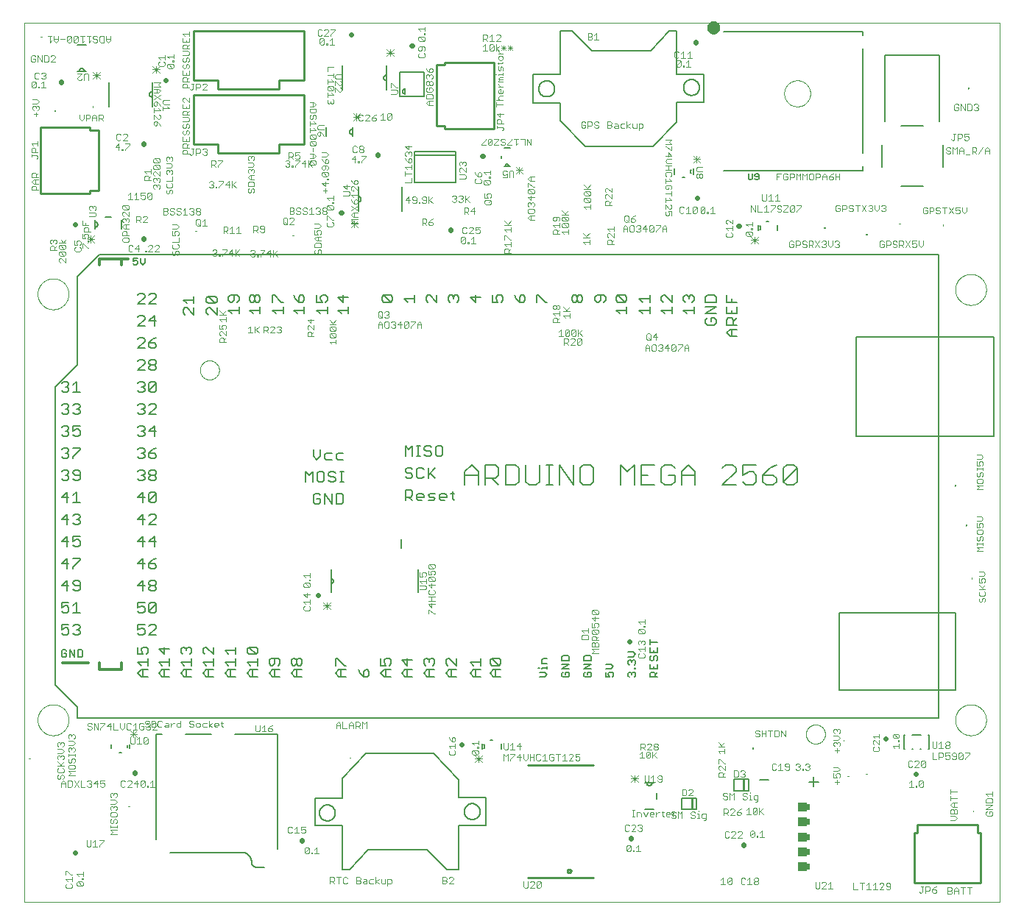
<source format=gto>
G75*
%MOIN*%
%OFA0B0*%
%FSLAX25Y25*%
%IPPOS*%
%LPD*%
%AMOC8*
5,1,8,0,0,1.08239X$1,22.5*
%
%ADD10C,0.00000*%
%ADD11C,0.00600*%
%ADD12C,0.00300*%
%ADD13C,0.00500*%
%ADD14R,0.04000X0.04000*%
%ADD15R,0.01575X0.03150*%
%ADD16C,0.01000*%
%ADD17C,0.00800*%
%ADD18C,0.02200*%
%ADD19C,0.01200*%
%ADD20C,0.03200*%
D10*
X0006800Y0006896D02*
X0006800Y0405396D01*
X0448300Y0405396D01*
X0448300Y0006896D01*
X0006800Y0006896D01*
X0053781Y0050296D02*
X0053781Y0050396D01*
X0053748Y0050396D02*
X0053814Y0050396D01*
X0053840Y0050396D02*
X0053890Y0050396D01*
X0053906Y0050379D01*
X0053906Y0050346D01*
X0053890Y0050329D01*
X0053840Y0050329D01*
X0053840Y0050296D02*
X0053840Y0050396D01*
X0053932Y0050346D02*
X0053998Y0050346D01*
X0054024Y0050313D02*
X0054090Y0050379D01*
X0054090Y0050313D01*
X0054074Y0050296D01*
X0054040Y0050296D01*
X0054024Y0050313D01*
X0054024Y0050379D01*
X0054040Y0050396D01*
X0054074Y0050396D01*
X0054090Y0050379D01*
X0054116Y0050346D02*
X0054183Y0050346D01*
X0054208Y0050313D02*
X0054275Y0050379D01*
X0054275Y0050313D01*
X0054258Y0050296D01*
X0054225Y0050296D01*
X0054208Y0050313D01*
X0054208Y0050379D01*
X0054225Y0050396D01*
X0054258Y0050396D01*
X0054275Y0050379D01*
X0054166Y0050396D02*
X0054116Y0050346D01*
X0054166Y0050296D02*
X0054166Y0050396D01*
X0009275Y0071813D02*
X0009258Y0071796D01*
X0009225Y0071796D01*
X0009208Y0071813D01*
X0009275Y0071879D01*
X0009275Y0071813D01*
X0009275Y0071879D02*
X0009258Y0071896D01*
X0009225Y0071896D01*
X0009208Y0071879D01*
X0009208Y0071813D01*
X0009183Y0071846D02*
X0009116Y0071846D01*
X0009166Y0071896D01*
X0009166Y0071796D01*
X0009090Y0071813D02*
X0009074Y0071796D01*
X0009040Y0071796D01*
X0009024Y0071813D01*
X0009090Y0071879D01*
X0009090Y0071813D01*
X0009024Y0071813D02*
X0009024Y0071879D01*
X0009040Y0071896D01*
X0009074Y0071896D01*
X0009090Y0071879D01*
X0008998Y0071846D02*
X0008932Y0071846D01*
X0008906Y0071846D02*
X0008890Y0071829D01*
X0008840Y0071829D01*
X0008840Y0071796D02*
X0008840Y0071896D01*
X0008890Y0071896D01*
X0008906Y0071879D01*
X0008906Y0071846D01*
X0008814Y0071896D02*
X0008748Y0071896D01*
X0008781Y0071896D02*
X0008781Y0071796D01*
X0012800Y0089396D02*
X0012802Y0089568D01*
X0012808Y0089739D01*
X0012819Y0089911D01*
X0012834Y0090082D01*
X0012853Y0090253D01*
X0012876Y0090423D01*
X0012903Y0090593D01*
X0012935Y0090762D01*
X0012970Y0090930D01*
X0013010Y0091097D01*
X0013054Y0091263D01*
X0013101Y0091428D01*
X0013153Y0091592D01*
X0013209Y0091754D01*
X0013269Y0091915D01*
X0013333Y0092075D01*
X0013401Y0092233D01*
X0013472Y0092389D01*
X0013547Y0092543D01*
X0013627Y0092696D01*
X0013709Y0092846D01*
X0013796Y0092995D01*
X0013886Y0093141D01*
X0013980Y0093285D01*
X0014077Y0093427D01*
X0014178Y0093566D01*
X0014282Y0093703D01*
X0014389Y0093837D01*
X0014500Y0093968D01*
X0014613Y0094097D01*
X0014730Y0094223D01*
X0014850Y0094346D01*
X0014973Y0094466D01*
X0015099Y0094583D01*
X0015228Y0094696D01*
X0015359Y0094807D01*
X0015493Y0094914D01*
X0015630Y0095018D01*
X0015769Y0095119D01*
X0015911Y0095216D01*
X0016055Y0095310D01*
X0016201Y0095400D01*
X0016350Y0095487D01*
X0016500Y0095569D01*
X0016653Y0095649D01*
X0016807Y0095724D01*
X0016963Y0095795D01*
X0017121Y0095863D01*
X0017281Y0095927D01*
X0017442Y0095987D01*
X0017604Y0096043D01*
X0017768Y0096095D01*
X0017933Y0096142D01*
X0018099Y0096186D01*
X0018266Y0096226D01*
X0018434Y0096261D01*
X0018603Y0096293D01*
X0018773Y0096320D01*
X0018943Y0096343D01*
X0019114Y0096362D01*
X0019285Y0096377D01*
X0019457Y0096388D01*
X0019628Y0096394D01*
X0019800Y0096396D01*
X0019972Y0096394D01*
X0020143Y0096388D01*
X0020315Y0096377D01*
X0020486Y0096362D01*
X0020657Y0096343D01*
X0020827Y0096320D01*
X0020997Y0096293D01*
X0021166Y0096261D01*
X0021334Y0096226D01*
X0021501Y0096186D01*
X0021667Y0096142D01*
X0021832Y0096095D01*
X0021996Y0096043D01*
X0022158Y0095987D01*
X0022319Y0095927D01*
X0022479Y0095863D01*
X0022637Y0095795D01*
X0022793Y0095724D01*
X0022947Y0095649D01*
X0023100Y0095569D01*
X0023250Y0095487D01*
X0023399Y0095400D01*
X0023545Y0095310D01*
X0023689Y0095216D01*
X0023831Y0095119D01*
X0023970Y0095018D01*
X0024107Y0094914D01*
X0024241Y0094807D01*
X0024372Y0094696D01*
X0024501Y0094583D01*
X0024627Y0094466D01*
X0024750Y0094346D01*
X0024870Y0094223D01*
X0024987Y0094097D01*
X0025100Y0093968D01*
X0025211Y0093837D01*
X0025318Y0093703D01*
X0025422Y0093566D01*
X0025523Y0093427D01*
X0025620Y0093285D01*
X0025714Y0093141D01*
X0025804Y0092995D01*
X0025891Y0092846D01*
X0025973Y0092696D01*
X0026053Y0092543D01*
X0026128Y0092389D01*
X0026199Y0092233D01*
X0026267Y0092075D01*
X0026331Y0091915D01*
X0026391Y0091754D01*
X0026447Y0091592D01*
X0026499Y0091428D01*
X0026546Y0091263D01*
X0026590Y0091097D01*
X0026630Y0090930D01*
X0026665Y0090762D01*
X0026697Y0090593D01*
X0026724Y0090423D01*
X0026747Y0090253D01*
X0026766Y0090082D01*
X0026781Y0089911D01*
X0026792Y0089739D01*
X0026798Y0089568D01*
X0026800Y0089396D01*
X0026798Y0089224D01*
X0026792Y0089053D01*
X0026781Y0088881D01*
X0026766Y0088710D01*
X0026747Y0088539D01*
X0026724Y0088369D01*
X0026697Y0088199D01*
X0026665Y0088030D01*
X0026630Y0087862D01*
X0026590Y0087695D01*
X0026546Y0087529D01*
X0026499Y0087364D01*
X0026447Y0087200D01*
X0026391Y0087038D01*
X0026331Y0086877D01*
X0026267Y0086717D01*
X0026199Y0086559D01*
X0026128Y0086403D01*
X0026053Y0086249D01*
X0025973Y0086096D01*
X0025891Y0085946D01*
X0025804Y0085797D01*
X0025714Y0085651D01*
X0025620Y0085507D01*
X0025523Y0085365D01*
X0025422Y0085226D01*
X0025318Y0085089D01*
X0025211Y0084955D01*
X0025100Y0084824D01*
X0024987Y0084695D01*
X0024870Y0084569D01*
X0024750Y0084446D01*
X0024627Y0084326D01*
X0024501Y0084209D01*
X0024372Y0084096D01*
X0024241Y0083985D01*
X0024107Y0083878D01*
X0023970Y0083774D01*
X0023831Y0083673D01*
X0023689Y0083576D01*
X0023545Y0083482D01*
X0023399Y0083392D01*
X0023250Y0083305D01*
X0023100Y0083223D01*
X0022947Y0083143D01*
X0022793Y0083068D01*
X0022637Y0082997D01*
X0022479Y0082929D01*
X0022319Y0082865D01*
X0022158Y0082805D01*
X0021996Y0082749D01*
X0021832Y0082697D01*
X0021667Y0082650D01*
X0021501Y0082606D01*
X0021334Y0082566D01*
X0021166Y0082531D01*
X0020997Y0082499D01*
X0020827Y0082472D01*
X0020657Y0082449D01*
X0020486Y0082430D01*
X0020315Y0082415D01*
X0020143Y0082404D01*
X0019972Y0082398D01*
X0019800Y0082396D01*
X0019628Y0082398D01*
X0019457Y0082404D01*
X0019285Y0082415D01*
X0019114Y0082430D01*
X0018943Y0082449D01*
X0018773Y0082472D01*
X0018603Y0082499D01*
X0018434Y0082531D01*
X0018266Y0082566D01*
X0018099Y0082606D01*
X0017933Y0082650D01*
X0017768Y0082697D01*
X0017604Y0082749D01*
X0017442Y0082805D01*
X0017281Y0082865D01*
X0017121Y0082929D01*
X0016963Y0082997D01*
X0016807Y0083068D01*
X0016653Y0083143D01*
X0016500Y0083223D01*
X0016350Y0083305D01*
X0016201Y0083392D01*
X0016055Y0083482D01*
X0015911Y0083576D01*
X0015769Y0083673D01*
X0015630Y0083774D01*
X0015493Y0083878D01*
X0015359Y0083985D01*
X0015228Y0084096D01*
X0015099Y0084209D01*
X0014973Y0084326D01*
X0014850Y0084446D01*
X0014730Y0084569D01*
X0014613Y0084695D01*
X0014500Y0084824D01*
X0014389Y0084955D01*
X0014282Y0085089D01*
X0014178Y0085226D01*
X0014077Y0085365D01*
X0013980Y0085507D01*
X0013886Y0085651D01*
X0013796Y0085797D01*
X0013709Y0085946D01*
X0013627Y0086096D01*
X0013547Y0086249D01*
X0013472Y0086403D01*
X0013401Y0086559D01*
X0013333Y0086717D01*
X0013269Y0086877D01*
X0013209Y0087038D01*
X0013153Y0087200D01*
X0013101Y0087364D01*
X0013054Y0087529D01*
X0013010Y0087695D01*
X0012970Y0087862D01*
X0012935Y0088030D01*
X0012903Y0088199D01*
X0012876Y0088369D01*
X0012853Y0088539D01*
X0012834Y0088710D01*
X0012819Y0088881D01*
X0012808Y0089053D01*
X0012802Y0089224D01*
X0012800Y0089396D01*
X0154050Y0072246D02*
X0154117Y0072246D01*
X0154142Y0072246D02*
X0154192Y0072246D01*
X0154209Y0072229D01*
X0154209Y0072196D01*
X0154192Y0072179D01*
X0154142Y0072179D01*
X0154142Y0072146D02*
X0154142Y0072246D01*
X0154083Y0072246D02*
X0154083Y0072146D01*
X0154234Y0072196D02*
X0154301Y0072196D01*
X0154326Y0072163D02*
X0154393Y0072229D01*
X0154393Y0072163D01*
X0154376Y0072146D01*
X0154343Y0072146D01*
X0154326Y0072163D01*
X0154326Y0072229D01*
X0154343Y0072246D01*
X0154376Y0072246D01*
X0154393Y0072229D01*
X0154418Y0072196D02*
X0154485Y0072196D01*
X0154510Y0072163D02*
X0154577Y0072229D01*
X0154577Y0072163D01*
X0154560Y0072146D01*
X0154527Y0072146D01*
X0154510Y0072163D01*
X0154510Y0072229D01*
X0154527Y0072246D01*
X0154560Y0072246D01*
X0154577Y0072229D01*
X0154468Y0072246D02*
X0154418Y0072196D01*
X0154468Y0072146D02*
X0154468Y0072246D01*
X0336550Y0076344D02*
X0336550Y0076410D01*
X0336550Y0076436D02*
X0336550Y0076486D01*
X0336567Y0076502D01*
X0336600Y0076502D01*
X0336617Y0076486D01*
X0336617Y0076436D01*
X0336650Y0076436D02*
X0336550Y0076436D01*
X0336550Y0076377D02*
X0336650Y0076377D01*
X0336600Y0076528D02*
X0336600Y0076594D01*
X0336633Y0076620D02*
X0336567Y0076687D01*
X0336633Y0076687D01*
X0336650Y0076670D01*
X0336650Y0076637D01*
X0336633Y0076620D01*
X0336567Y0076620D01*
X0336550Y0076637D01*
X0336550Y0076670D01*
X0336567Y0076687D01*
X0336600Y0076712D02*
X0336600Y0076779D01*
X0336633Y0076804D02*
X0336567Y0076871D01*
X0336633Y0076871D01*
X0336650Y0076854D01*
X0336650Y0076821D01*
X0336633Y0076804D01*
X0336567Y0076804D01*
X0336550Y0076821D01*
X0336550Y0076854D01*
X0336567Y0076871D01*
X0336550Y0076762D02*
X0336600Y0076712D01*
X0336650Y0076762D02*
X0336550Y0076762D01*
X0360721Y0082955D02*
X0360723Y0083086D01*
X0360729Y0083218D01*
X0360739Y0083349D01*
X0360753Y0083480D01*
X0360771Y0083610D01*
X0360793Y0083739D01*
X0360818Y0083868D01*
X0360848Y0083996D01*
X0360882Y0084123D01*
X0360919Y0084250D01*
X0360960Y0084374D01*
X0361005Y0084498D01*
X0361054Y0084620D01*
X0361106Y0084741D01*
X0361162Y0084859D01*
X0361222Y0084977D01*
X0361285Y0085092D01*
X0361352Y0085205D01*
X0361422Y0085317D01*
X0361495Y0085426D01*
X0361571Y0085532D01*
X0361651Y0085637D01*
X0361734Y0085739D01*
X0361820Y0085838D01*
X0361909Y0085935D01*
X0362001Y0086029D01*
X0362096Y0086120D01*
X0362193Y0086209D01*
X0362293Y0086294D01*
X0362396Y0086376D01*
X0362501Y0086455D01*
X0362608Y0086531D01*
X0362718Y0086603D01*
X0362830Y0086672D01*
X0362944Y0086738D01*
X0363059Y0086800D01*
X0363177Y0086859D01*
X0363296Y0086914D01*
X0363417Y0086966D01*
X0363540Y0087013D01*
X0363664Y0087057D01*
X0363789Y0087098D01*
X0363915Y0087134D01*
X0364043Y0087167D01*
X0364171Y0087195D01*
X0364300Y0087220D01*
X0364430Y0087241D01*
X0364560Y0087258D01*
X0364691Y0087271D01*
X0364822Y0087280D01*
X0364953Y0087285D01*
X0365085Y0087286D01*
X0365216Y0087283D01*
X0365348Y0087276D01*
X0365479Y0087265D01*
X0365609Y0087250D01*
X0365739Y0087231D01*
X0365869Y0087208D01*
X0365997Y0087182D01*
X0366125Y0087151D01*
X0366252Y0087116D01*
X0366378Y0087078D01*
X0366502Y0087036D01*
X0366626Y0086990D01*
X0366747Y0086940D01*
X0366867Y0086887D01*
X0366986Y0086830D01*
X0367103Y0086770D01*
X0367217Y0086706D01*
X0367330Y0086638D01*
X0367441Y0086567D01*
X0367550Y0086493D01*
X0367656Y0086416D01*
X0367760Y0086335D01*
X0367861Y0086252D01*
X0367960Y0086165D01*
X0368056Y0086075D01*
X0368149Y0085982D01*
X0368240Y0085887D01*
X0368327Y0085789D01*
X0368412Y0085688D01*
X0368493Y0085585D01*
X0368571Y0085479D01*
X0368646Y0085371D01*
X0368718Y0085261D01*
X0368786Y0085149D01*
X0368851Y0085035D01*
X0368912Y0084918D01*
X0368970Y0084800D01*
X0369024Y0084680D01*
X0369075Y0084559D01*
X0369122Y0084436D01*
X0369165Y0084312D01*
X0369204Y0084187D01*
X0369240Y0084060D01*
X0369271Y0083932D01*
X0369299Y0083804D01*
X0369323Y0083675D01*
X0369343Y0083545D01*
X0369359Y0083414D01*
X0369371Y0083283D01*
X0369379Y0083152D01*
X0369383Y0083021D01*
X0369383Y0082889D01*
X0369379Y0082758D01*
X0369371Y0082627D01*
X0369359Y0082496D01*
X0369343Y0082365D01*
X0369323Y0082235D01*
X0369299Y0082106D01*
X0369271Y0081978D01*
X0369240Y0081850D01*
X0369204Y0081723D01*
X0369165Y0081598D01*
X0369122Y0081474D01*
X0369075Y0081351D01*
X0369024Y0081230D01*
X0368970Y0081110D01*
X0368912Y0080992D01*
X0368851Y0080875D01*
X0368786Y0080761D01*
X0368718Y0080649D01*
X0368646Y0080539D01*
X0368571Y0080431D01*
X0368493Y0080325D01*
X0368412Y0080222D01*
X0368327Y0080121D01*
X0368240Y0080023D01*
X0368149Y0079928D01*
X0368056Y0079835D01*
X0367960Y0079745D01*
X0367861Y0079658D01*
X0367760Y0079575D01*
X0367656Y0079494D01*
X0367550Y0079417D01*
X0367441Y0079343D01*
X0367330Y0079272D01*
X0367218Y0079204D01*
X0367103Y0079140D01*
X0366986Y0079080D01*
X0366867Y0079023D01*
X0366747Y0078970D01*
X0366626Y0078920D01*
X0366502Y0078874D01*
X0366378Y0078832D01*
X0366252Y0078794D01*
X0366125Y0078759D01*
X0365997Y0078728D01*
X0365869Y0078702D01*
X0365739Y0078679D01*
X0365609Y0078660D01*
X0365479Y0078645D01*
X0365348Y0078634D01*
X0365216Y0078627D01*
X0365085Y0078624D01*
X0364953Y0078625D01*
X0364822Y0078630D01*
X0364691Y0078639D01*
X0364560Y0078652D01*
X0364430Y0078669D01*
X0364300Y0078690D01*
X0364171Y0078715D01*
X0364043Y0078743D01*
X0363915Y0078776D01*
X0363789Y0078812D01*
X0363664Y0078853D01*
X0363540Y0078897D01*
X0363417Y0078944D01*
X0363296Y0078996D01*
X0363177Y0079051D01*
X0363059Y0079110D01*
X0362944Y0079172D01*
X0362830Y0079238D01*
X0362718Y0079307D01*
X0362608Y0079379D01*
X0362501Y0079455D01*
X0362396Y0079534D01*
X0362293Y0079616D01*
X0362193Y0079701D01*
X0362096Y0079790D01*
X0362001Y0079881D01*
X0361909Y0079975D01*
X0361820Y0080072D01*
X0361734Y0080171D01*
X0361651Y0080273D01*
X0361571Y0080378D01*
X0361495Y0080484D01*
X0361422Y0080593D01*
X0361352Y0080705D01*
X0361285Y0080818D01*
X0361222Y0080933D01*
X0361162Y0081051D01*
X0361106Y0081169D01*
X0361054Y0081290D01*
X0361005Y0081412D01*
X0360960Y0081536D01*
X0360919Y0081660D01*
X0360882Y0081787D01*
X0360848Y0081914D01*
X0360818Y0082042D01*
X0360793Y0082171D01*
X0360771Y0082300D01*
X0360753Y0082430D01*
X0360739Y0082561D01*
X0360729Y0082692D01*
X0360723Y0082824D01*
X0360721Y0082955D01*
X0377800Y0080354D02*
X0377817Y0080371D01*
X0377883Y0080304D01*
X0377900Y0080321D01*
X0377900Y0080354D01*
X0377883Y0080371D01*
X0377817Y0080371D01*
X0377800Y0080354D02*
X0377800Y0080321D01*
X0377817Y0080304D01*
X0377883Y0080304D01*
X0377850Y0080279D02*
X0377850Y0080212D01*
X0377800Y0080262D01*
X0377900Y0080262D01*
X0377883Y0080187D02*
X0377900Y0080170D01*
X0377900Y0080137D01*
X0377883Y0080120D01*
X0377817Y0080187D01*
X0377883Y0080187D01*
X0377817Y0080187D02*
X0377800Y0080170D01*
X0377800Y0080137D01*
X0377817Y0080120D01*
X0377883Y0080120D01*
X0377850Y0080094D02*
X0377850Y0080028D01*
X0377850Y0080002D02*
X0377867Y0079986D01*
X0377867Y0079936D01*
X0377900Y0079936D02*
X0377800Y0079936D01*
X0377800Y0079986D01*
X0377817Y0080002D01*
X0377850Y0080002D01*
X0377800Y0079910D02*
X0377800Y0079844D01*
X0377800Y0079877D02*
X0377900Y0079877D01*
X0379498Y0063896D02*
X0379564Y0063896D01*
X0379590Y0063896D02*
X0379640Y0063896D01*
X0379656Y0063879D01*
X0379656Y0063846D01*
X0379640Y0063829D01*
X0379590Y0063829D01*
X0379590Y0063796D02*
X0379590Y0063896D01*
X0379531Y0063896D02*
X0379531Y0063796D01*
X0379682Y0063846D02*
X0379748Y0063846D01*
X0379774Y0063813D02*
X0379840Y0063879D01*
X0379840Y0063813D01*
X0379824Y0063796D01*
X0379790Y0063796D01*
X0379774Y0063813D01*
X0379774Y0063879D01*
X0379790Y0063896D01*
X0379824Y0063896D01*
X0379840Y0063879D01*
X0379866Y0063846D02*
X0379933Y0063846D01*
X0379958Y0063813D02*
X0380025Y0063879D01*
X0380025Y0063813D01*
X0380008Y0063796D01*
X0379975Y0063796D01*
X0379958Y0063813D01*
X0379958Y0063879D01*
X0379975Y0063896D01*
X0380008Y0063896D01*
X0380025Y0063879D01*
X0379916Y0063896D02*
X0379866Y0063846D01*
X0379916Y0063796D02*
X0379916Y0063896D01*
X0387800Y0064996D02*
X0387867Y0064996D01*
X0387892Y0064996D02*
X0387942Y0064996D01*
X0387959Y0064979D01*
X0387959Y0064946D01*
X0387942Y0064929D01*
X0387892Y0064929D01*
X0387892Y0064896D02*
X0387892Y0064996D01*
X0387833Y0064996D02*
X0387833Y0064896D01*
X0387984Y0064946D02*
X0388051Y0064946D01*
X0388076Y0064913D02*
X0388143Y0064979D01*
X0388143Y0064913D01*
X0388126Y0064896D01*
X0388093Y0064896D01*
X0388076Y0064913D01*
X0388076Y0064979D01*
X0388093Y0064996D01*
X0388126Y0064996D01*
X0388143Y0064979D01*
X0388168Y0064946D02*
X0388235Y0064946D01*
X0388260Y0064913D02*
X0388327Y0064979D01*
X0388327Y0064913D01*
X0388310Y0064896D01*
X0388277Y0064896D01*
X0388260Y0064913D01*
X0388260Y0064979D01*
X0388277Y0064996D01*
X0388310Y0064996D01*
X0388327Y0064979D01*
X0388218Y0064996D02*
X0388168Y0064946D01*
X0388218Y0064896D02*
X0388218Y0064996D01*
X0436300Y0048354D02*
X0436317Y0048371D01*
X0436383Y0048304D01*
X0436400Y0048321D01*
X0436400Y0048354D01*
X0436383Y0048371D01*
X0436317Y0048371D01*
X0436300Y0048354D02*
X0436300Y0048321D01*
X0436317Y0048304D01*
X0436383Y0048304D01*
X0436350Y0048279D02*
X0436350Y0048212D01*
X0436300Y0048262D01*
X0436400Y0048262D01*
X0436383Y0048187D02*
X0436400Y0048170D01*
X0436400Y0048137D01*
X0436383Y0048120D01*
X0436317Y0048187D01*
X0436383Y0048187D01*
X0436317Y0048187D02*
X0436300Y0048170D01*
X0436300Y0048137D01*
X0436317Y0048120D01*
X0436383Y0048120D01*
X0436350Y0048094D02*
X0436350Y0048028D01*
X0436350Y0048002D02*
X0436367Y0047986D01*
X0436367Y0047936D01*
X0436400Y0047936D02*
X0436300Y0047936D01*
X0436300Y0047986D01*
X0436317Y0048002D01*
X0436350Y0048002D01*
X0436300Y0047910D02*
X0436300Y0047844D01*
X0436300Y0047877D02*
X0436400Y0047877D01*
X0428300Y0089396D02*
X0428302Y0089568D01*
X0428308Y0089739D01*
X0428319Y0089911D01*
X0428334Y0090082D01*
X0428353Y0090253D01*
X0428376Y0090423D01*
X0428403Y0090593D01*
X0428435Y0090762D01*
X0428470Y0090930D01*
X0428510Y0091097D01*
X0428554Y0091263D01*
X0428601Y0091428D01*
X0428653Y0091592D01*
X0428709Y0091754D01*
X0428769Y0091915D01*
X0428833Y0092075D01*
X0428901Y0092233D01*
X0428972Y0092389D01*
X0429047Y0092543D01*
X0429127Y0092696D01*
X0429209Y0092846D01*
X0429296Y0092995D01*
X0429386Y0093141D01*
X0429480Y0093285D01*
X0429577Y0093427D01*
X0429678Y0093566D01*
X0429782Y0093703D01*
X0429889Y0093837D01*
X0430000Y0093968D01*
X0430113Y0094097D01*
X0430230Y0094223D01*
X0430350Y0094346D01*
X0430473Y0094466D01*
X0430599Y0094583D01*
X0430728Y0094696D01*
X0430859Y0094807D01*
X0430993Y0094914D01*
X0431130Y0095018D01*
X0431269Y0095119D01*
X0431411Y0095216D01*
X0431555Y0095310D01*
X0431701Y0095400D01*
X0431850Y0095487D01*
X0432000Y0095569D01*
X0432153Y0095649D01*
X0432307Y0095724D01*
X0432463Y0095795D01*
X0432621Y0095863D01*
X0432781Y0095927D01*
X0432942Y0095987D01*
X0433104Y0096043D01*
X0433268Y0096095D01*
X0433433Y0096142D01*
X0433599Y0096186D01*
X0433766Y0096226D01*
X0433934Y0096261D01*
X0434103Y0096293D01*
X0434273Y0096320D01*
X0434443Y0096343D01*
X0434614Y0096362D01*
X0434785Y0096377D01*
X0434957Y0096388D01*
X0435128Y0096394D01*
X0435300Y0096396D01*
X0435472Y0096394D01*
X0435643Y0096388D01*
X0435815Y0096377D01*
X0435986Y0096362D01*
X0436157Y0096343D01*
X0436327Y0096320D01*
X0436497Y0096293D01*
X0436666Y0096261D01*
X0436834Y0096226D01*
X0437001Y0096186D01*
X0437167Y0096142D01*
X0437332Y0096095D01*
X0437496Y0096043D01*
X0437658Y0095987D01*
X0437819Y0095927D01*
X0437979Y0095863D01*
X0438137Y0095795D01*
X0438293Y0095724D01*
X0438447Y0095649D01*
X0438600Y0095569D01*
X0438750Y0095487D01*
X0438899Y0095400D01*
X0439045Y0095310D01*
X0439189Y0095216D01*
X0439331Y0095119D01*
X0439470Y0095018D01*
X0439607Y0094914D01*
X0439741Y0094807D01*
X0439872Y0094696D01*
X0440001Y0094583D01*
X0440127Y0094466D01*
X0440250Y0094346D01*
X0440370Y0094223D01*
X0440487Y0094097D01*
X0440600Y0093968D01*
X0440711Y0093837D01*
X0440818Y0093703D01*
X0440922Y0093566D01*
X0441023Y0093427D01*
X0441120Y0093285D01*
X0441214Y0093141D01*
X0441304Y0092995D01*
X0441391Y0092846D01*
X0441473Y0092696D01*
X0441553Y0092543D01*
X0441628Y0092389D01*
X0441699Y0092233D01*
X0441767Y0092075D01*
X0441831Y0091915D01*
X0441891Y0091754D01*
X0441947Y0091592D01*
X0441999Y0091428D01*
X0442046Y0091263D01*
X0442090Y0091097D01*
X0442130Y0090930D01*
X0442165Y0090762D01*
X0442197Y0090593D01*
X0442224Y0090423D01*
X0442247Y0090253D01*
X0442266Y0090082D01*
X0442281Y0089911D01*
X0442292Y0089739D01*
X0442298Y0089568D01*
X0442300Y0089396D01*
X0442298Y0089224D01*
X0442292Y0089053D01*
X0442281Y0088881D01*
X0442266Y0088710D01*
X0442247Y0088539D01*
X0442224Y0088369D01*
X0442197Y0088199D01*
X0442165Y0088030D01*
X0442130Y0087862D01*
X0442090Y0087695D01*
X0442046Y0087529D01*
X0441999Y0087364D01*
X0441947Y0087200D01*
X0441891Y0087038D01*
X0441831Y0086877D01*
X0441767Y0086717D01*
X0441699Y0086559D01*
X0441628Y0086403D01*
X0441553Y0086249D01*
X0441473Y0086096D01*
X0441391Y0085946D01*
X0441304Y0085797D01*
X0441214Y0085651D01*
X0441120Y0085507D01*
X0441023Y0085365D01*
X0440922Y0085226D01*
X0440818Y0085089D01*
X0440711Y0084955D01*
X0440600Y0084824D01*
X0440487Y0084695D01*
X0440370Y0084569D01*
X0440250Y0084446D01*
X0440127Y0084326D01*
X0440001Y0084209D01*
X0439872Y0084096D01*
X0439741Y0083985D01*
X0439607Y0083878D01*
X0439470Y0083774D01*
X0439331Y0083673D01*
X0439189Y0083576D01*
X0439045Y0083482D01*
X0438899Y0083392D01*
X0438750Y0083305D01*
X0438600Y0083223D01*
X0438447Y0083143D01*
X0438293Y0083068D01*
X0438137Y0082997D01*
X0437979Y0082929D01*
X0437819Y0082865D01*
X0437658Y0082805D01*
X0437496Y0082749D01*
X0437332Y0082697D01*
X0437167Y0082650D01*
X0437001Y0082606D01*
X0436834Y0082566D01*
X0436666Y0082531D01*
X0436497Y0082499D01*
X0436327Y0082472D01*
X0436157Y0082449D01*
X0435986Y0082430D01*
X0435815Y0082415D01*
X0435643Y0082404D01*
X0435472Y0082398D01*
X0435300Y0082396D01*
X0435128Y0082398D01*
X0434957Y0082404D01*
X0434785Y0082415D01*
X0434614Y0082430D01*
X0434443Y0082449D01*
X0434273Y0082472D01*
X0434103Y0082499D01*
X0433934Y0082531D01*
X0433766Y0082566D01*
X0433599Y0082606D01*
X0433433Y0082650D01*
X0433268Y0082697D01*
X0433104Y0082749D01*
X0432942Y0082805D01*
X0432781Y0082865D01*
X0432621Y0082929D01*
X0432463Y0082997D01*
X0432307Y0083068D01*
X0432153Y0083143D01*
X0432000Y0083223D01*
X0431850Y0083305D01*
X0431701Y0083392D01*
X0431555Y0083482D01*
X0431411Y0083576D01*
X0431269Y0083673D01*
X0431130Y0083774D01*
X0430993Y0083878D01*
X0430859Y0083985D01*
X0430728Y0084096D01*
X0430599Y0084209D01*
X0430473Y0084326D01*
X0430350Y0084446D01*
X0430230Y0084569D01*
X0430113Y0084695D01*
X0430000Y0084824D01*
X0429889Y0084955D01*
X0429782Y0085089D01*
X0429678Y0085226D01*
X0429577Y0085365D01*
X0429480Y0085507D01*
X0429386Y0085651D01*
X0429296Y0085797D01*
X0429209Y0085946D01*
X0429127Y0086096D01*
X0429047Y0086249D01*
X0428972Y0086403D01*
X0428901Y0086559D01*
X0428833Y0086717D01*
X0428769Y0086877D01*
X0428709Y0087038D01*
X0428653Y0087200D01*
X0428601Y0087364D01*
X0428554Y0087529D01*
X0428510Y0087695D01*
X0428470Y0087862D01*
X0428435Y0088030D01*
X0428403Y0088199D01*
X0428376Y0088369D01*
X0428353Y0088539D01*
X0428334Y0088710D01*
X0428319Y0088881D01*
X0428308Y0089053D01*
X0428302Y0089224D01*
X0428300Y0089396D01*
X0435700Y0153396D02*
X0435700Y0153463D01*
X0435700Y0153488D02*
X0435700Y0153538D01*
X0435717Y0153555D01*
X0435750Y0153555D01*
X0435767Y0153538D01*
X0435767Y0153488D01*
X0435800Y0153488D02*
X0435700Y0153488D01*
X0435700Y0153429D02*
X0435800Y0153429D01*
X0435750Y0153580D02*
X0435750Y0153647D01*
X0435783Y0153672D02*
X0435717Y0153739D01*
X0435783Y0153739D01*
X0435800Y0153722D01*
X0435800Y0153689D01*
X0435783Y0153672D01*
X0435717Y0153672D01*
X0435700Y0153689D01*
X0435700Y0153722D01*
X0435717Y0153739D01*
X0435750Y0153764D02*
X0435750Y0153831D01*
X0435783Y0153856D02*
X0435717Y0153923D01*
X0435783Y0153923D01*
X0435800Y0153906D01*
X0435800Y0153873D01*
X0435783Y0153856D01*
X0435717Y0153856D01*
X0435700Y0153873D01*
X0435700Y0153906D01*
X0435717Y0153923D01*
X0435700Y0153814D02*
X0435750Y0153764D01*
X0435800Y0153814D02*
X0435700Y0153814D01*
X0433200Y0177396D02*
X0433200Y0177463D01*
X0433200Y0177488D02*
X0433200Y0177538D01*
X0433217Y0177555D01*
X0433250Y0177555D01*
X0433267Y0177538D01*
X0433267Y0177488D01*
X0433300Y0177488D02*
X0433200Y0177488D01*
X0433200Y0177429D02*
X0433300Y0177429D01*
X0433250Y0177580D02*
X0433250Y0177647D01*
X0433283Y0177672D02*
X0433217Y0177739D01*
X0433283Y0177739D01*
X0433300Y0177722D01*
X0433300Y0177689D01*
X0433283Y0177672D01*
X0433217Y0177672D01*
X0433200Y0177689D01*
X0433200Y0177722D01*
X0433217Y0177739D01*
X0433250Y0177764D02*
X0433250Y0177831D01*
X0433283Y0177856D02*
X0433217Y0177923D01*
X0433283Y0177923D01*
X0433300Y0177906D01*
X0433300Y0177873D01*
X0433283Y0177856D01*
X0433217Y0177856D01*
X0433200Y0177873D01*
X0433200Y0177906D01*
X0433217Y0177923D01*
X0433200Y0177814D02*
X0433250Y0177764D01*
X0433300Y0177814D02*
X0433200Y0177814D01*
X0428200Y0195396D02*
X0428200Y0195463D01*
X0428200Y0195488D02*
X0428200Y0195538D01*
X0428217Y0195555D01*
X0428250Y0195555D01*
X0428267Y0195538D01*
X0428267Y0195488D01*
X0428300Y0195488D02*
X0428200Y0195488D01*
X0428200Y0195429D02*
X0428300Y0195429D01*
X0428250Y0195580D02*
X0428250Y0195647D01*
X0428283Y0195672D02*
X0428217Y0195739D01*
X0428283Y0195739D01*
X0428300Y0195722D01*
X0428300Y0195689D01*
X0428283Y0195672D01*
X0428217Y0195672D01*
X0428200Y0195689D01*
X0428200Y0195722D01*
X0428217Y0195739D01*
X0428250Y0195764D02*
X0428250Y0195831D01*
X0428283Y0195856D02*
X0428217Y0195923D01*
X0428283Y0195923D01*
X0428300Y0195906D01*
X0428300Y0195873D01*
X0428283Y0195856D01*
X0428217Y0195856D01*
X0428200Y0195873D01*
X0428200Y0195906D01*
X0428217Y0195923D01*
X0428200Y0195814D02*
X0428250Y0195764D01*
X0428300Y0195814D02*
X0428200Y0195814D01*
X0428300Y0284396D02*
X0428302Y0284568D01*
X0428308Y0284739D01*
X0428319Y0284911D01*
X0428334Y0285082D01*
X0428353Y0285253D01*
X0428376Y0285423D01*
X0428403Y0285593D01*
X0428435Y0285762D01*
X0428470Y0285930D01*
X0428510Y0286097D01*
X0428554Y0286263D01*
X0428601Y0286428D01*
X0428653Y0286592D01*
X0428709Y0286754D01*
X0428769Y0286915D01*
X0428833Y0287075D01*
X0428901Y0287233D01*
X0428972Y0287389D01*
X0429047Y0287543D01*
X0429127Y0287696D01*
X0429209Y0287846D01*
X0429296Y0287995D01*
X0429386Y0288141D01*
X0429480Y0288285D01*
X0429577Y0288427D01*
X0429678Y0288566D01*
X0429782Y0288703D01*
X0429889Y0288837D01*
X0430000Y0288968D01*
X0430113Y0289097D01*
X0430230Y0289223D01*
X0430350Y0289346D01*
X0430473Y0289466D01*
X0430599Y0289583D01*
X0430728Y0289696D01*
X0430859Y0289807D01*
X0430993Y0289914D01*
X0431130Y0290018D01*
X0431269Y0290119D01*
X0431411Y0290216D01*
X0431555Y0290310D01*
X0431701Y0290400D01*
X0431850Y0290487D01*
X0432000Y0290569D01*
X0432153Y0290649D01*
X0432307Y0290724D01*
X0432463Y0290795D01*
X0432621Y0290863D01*
X0432781Y0290927D01*
X0432942Y0290987D01*
X0433104Y0291043D01*
X0433268Y0291095D01*
X0433433Y0291142D01*
X0433599Y0291186D01*
X0433766Y0291226D01*
X0433934Y0291261D01*
X0434103Y0291293D01*
X0434273Y0291320D01*
X0434443Y0291343D01*
X0434614Y0291362D01*
X0434785Y0291377D01*
X0434957Y0291388D01*
X0435128Y0291394D01*
X0435300Y0291396D01*
X0435472Y0291394D01*
X0435643Y0291388D01*
X0435815Y0291377D01*
X0435986Y0291362D01*
X0436157Y0291343D01*
X0436327Y0291320D01*
X0436497Y0291293D01*
X0436666Y0291261D01*
X0436834Y0291226D01*
X0437001Y0291186D01*
X0437167Y0291142D01*
X0437332Y0291095D01*
X0437496Y0291043D01*
X0437658Y0290987D01*
X0437819Y0290927D01*
X0437979Y0290863D01*
X0438137Y0290795D01*
X0438293Y0290724D01*
X0438447Y0290649D01*
X0438600Y0290569D01*
X0438750Y0290487D01*
X0438899Y0290400D01*
X0439045Y0290310D01*
X0439189Y0290216D01*
X0439331Y0290119D01*
X0439470Y0290018D01*
X0439607Y0289914D01*
X0439741Y0289807D01*
X0439872Y0289696D01*
X0440001Y0289583D01*
X0440127Y0289466D01*
X0440250Y0289346D01*
X0440370Y0289223D01*
X0440487Y0289097D01*
X0440600Y0288968D01*
X0440711Y0288837D01*
X0440818Y0288703D01*
X0440922Y0288566D01*
X0441023Y0288427D01*
X0441120Y0288285D01*
X0441214Y0288141D01*
X0441304Y0287995D01*
X0441391Y0287846D01*
X0441473Y0287696D01*
X0441553Y0287543D01*
X0441628Y0287389D01*
X0441699Y0287233D01*
X0441767Y0287075D01*
X0441831Y0286915D01*
X0441891Y0286754D01*
X0441947Y0286592D01*
X0441999Y0286428D01*
X0442046Y0286263D01*
X0442090Y0286097D01*
X0442130Y0285930D01*
X0442165Y0285762D01*
X0442197Y0285593D01*
X0442224Y0285423D01*
X0442247Y0285253D01*
X0442266Y0285082D01*
X0442281Y0284911D01*
X0442292Y0284739D01*
X0442298Y0284568D01*
X0442300Y0284396D01*
X0442298Y0284224D01*
X0442292Y0284053D01*
X0442281Y0283881D01*
X0442266Y0283710D01*
X0442247Y0283539D01*
X0442224Y0283369D01*
X0442197Y0283199D01*
X0442165Y0283030D01*
X0442130Y0282862D01*
X0442090Y0282695D01*
X0442046Y0282529D01*
X0441999Y0282364D01*
X0441947Y0282200D01*
X0441891Y0282038D01*
X0441831Y0281877D01*
X0441767Y0281717D01*
X0441699Y0281559D01*
X0441628Y0281403D01*
X0441553Y0281249D01*
X0441473Y0281096D01*
X0441391Y0280946D01*
X0441304Y0280797D01*
X0441214Y0280651D01*
X0441120Y0280507D01*
X0441023Y0280365D01*
X0440922Y0280226D01*
X0440818Y0280089D01*
X0440711Y0279955D01*
X0440600Y0279824D01*
X0440487Y0279695D01*
X0440370Y0279569D01*
X0440250Y0279446D01*
X0440127Y0279326D01*
X0440001Y0279209D01*
X0439872Y0279096D01*
X0439741Y0278985D01*
X0439607Y0278878D01*
X0439470Y0278774D01*
X0439331Y0278673D01*
X0439189Y0278576D01*
X0439045Y0278482D01*
X0438899Y0278392D01*
X0438750Y0278305D01*
X0438600Y0278223D01*
X0438447Y0278143D01*
X0438293Y0278068D01*
X0438137Y0277997D01*
X0437979Y0277929D01*
X0437819Y0277865D01*
X0437658Y0277805D01*
X0437496Y0277749D01*
X0437332Y0277697D01*
X0437167Y0277650D01*
X0437001Y0277606D01*
X0436834Y0277566D01*
X0436666Y0277531D01*
X0436497Y0277499D01*
X0436327Y0277472D01*
X0436157Y0277449D01*
X0435986Y0277430D01*
X0435815Y0277415D01*
X0435643Y0277404D01*
X0435472Y0277398D01*
X0435300Y0277396D01*
X0435128Y0277398D01*
X0434957Y0277404D01*
X0434785Y0277415D01*
X0434614Y0277430D01*
X0434443Y0277449D01*
X0434273Y0277472D01*
X0434103Y0277499D01*
X0433934Y0277531D01*
X0433766Y0277566D01*
X0433599Y0277606D01*
X0433433Y0277650D01*
X0433268Y0277697D01*
X0433104Y0277749D01*
X0432942Y0277805D01*
X0432781Y0277865D01*
X0432621Y0277929D01*
X0432463Y0277997D01*
X0432307Y0278068D01*
X0432153Y0278143D01*
X0432000Y0278223D01*
X0431850Y0278305D01*
X0431701Y0278392D01*
X0431555Y0278482D01*
X0431411Y0278576D01*
X0431269Y0278673D01*
X0431130Y0278774D01*
X0430993Y0278878D01*
X0430859Y0278985D01*
X0430728Y0279096D01*
X0430599Y0279209D01*
X0430473Y0279326D01*
X0430350Y0279446D01*
X0430230Y0279569D01*
X0430113Y0279695D01*
X0430000Y0279824D01*
X0429889Y0279955D01*
X0429782Y0280089D01*
X0429678Y0280226D01*
X0429577Y0280365D01*
X0429480Y0280507D01*
X0429386Y0280651D01*
X0429296Y0280797D01*
X0429209Y0280946D01*
X0429127Y0281096D01*
X0429047Y0281249D01*
X0428972Y0281403D01*
X0428901Y0281559D01*
X0428833Y0281717D01*
X0428769Y0281877D01*
X0428709Y0282038D01*
X0428653Y0282200D01*
X0428601Y0282364D01*
X0428554Y0282529D01*
X0428510Y0282695D01*
X0428470Y0282862D01*
X0428435Y0283030D01*
X0428403Y0283199D01*
X0428376Y0283369D01*
X0428353Y0283539D01*
X0428334Y0283710D01*
X0428319Y0283881D01*
X0428308Y0284053D01*
X0428302Y0284224D01*
X0428300Y0284396D01*
X0422700Y0313396D02*
X0422700Y0313463D01*
X0422700Y0313488D02*
X0422700Y0313538D01*
X0422717Y0313555D01*
X0422750Y0313555D01*
X0422767Y0313538D01*
X0422767Y0313488D01*
X0422800Y0313488D02*
X0422700Y0313488D01*
X0422700Y0313429D02*
X0422800Y0313429D01*
X0422750Y0313580D02*
X0422750Y0313647D01*
X0422783Y0313672D02*
X0422717Y0313739D01*
X0422783Y0313739D01*
X0422800Y0313722D01*
X0422800Y0313689D01*
X0422783Y0313672D01*
X0422717Y0313672D01*
X0422700Y0313689D01*
X0422700Y0313722D01*
X0422717Y0313739D01*
X0422750Y0313764D02*
X0422750Y0313831D01*
X0422783Y0313856D02*
X0422717Y0313923D01*
X0422783Y0313923D01*
X0422800Y0313906D01*
X0422800Y0313873D01*
X0422783Y0313856D01*
X0422717Y0313856D01*
X0422700Y0313873D01*
X0422700Y0313906D01*
X0422717Y0313923D01*
X0422700Y0313814D02*
X0422750Y0313764D01*
X0422800Y0313814D02*
X0422700Y0313814D01*
X0403275Y0314313D02*
X0403258Y0314296D01*
X0403225Y0314296D01*
X0403208Y0314313D01*
X0403275Y0314379D01*
X0403275Y0314313D01*
X0403275Y0314379D02*
X0403258Y0314396D01*
X0403225Y0314396D01*
X0403208Y0314379D01*
X0403208Y0314313D01*
X0403183Y0314346D02*
X0403116Y0314346D01*
X0403166Y0314396D01*
X0403166Y0314296D01*
X0403090Y0314313D02*
X0403074Y0314296D01*
X0403040Y0314296D01*
X0403024Y0314313D01*
X0403090Y0314379D01*
X0403090Y0314313D01*
X0403024Y0314313D02*
X0403024Y0314379D01*
X0403040Y0314396D01*
X0403074Y0314396D01*
X0403090Y0314379D01*
X0402998Y0314346D02*
X0402932Y0314346D01*
X0402906Y0314346D02*
X0402890Y0314329D01*
X0402840Y0314329D01*
X0402840Y0314296D02*
X0402840Y0314396D01*
X0402890Y0314396D01*
X0402906Y0314379D01*
X0402906Y0314346D01*
X0402814Y0314396D02*
X0402748Y0314396D01*
X0402781Y0314396D02*
X0402781Y0314296D01*
X0388327Y0309479D02*
X0388260Y0309413D01*
X0388277Y0309396D01*
X0388310Y0309396D01*
X0388327Y0309413D01*
X0388327Y0309479D01*
X0388310Y0309496D01*
X0388277Y0309496D01*
X0388260Y0309479D01*
X0388260Y0309413D01*
X0388235Y0309446D02*
X0388168Y0309446D01*
X0388218Y0309496D01*
X0388218Y0309396D01*
X0388143Y0309413D02*
X0388126Y0309396D01*
X0388093Y0309396D01*
X0388076Y0309413D01*
X0388143Y0309479D01*
X0388143Y0309413D01*
X0388143Y0309479D02*
X0388126Y0309496D01*
X0388093Y0309496D01*
X0388076Y0309479D01*
X0388076Y0309413D01*
X0388051Y0309446D02*
X0387984Y0309446D01*
X0387959Y0309446D02*
X0387942Y0309429D01*
X0387892Y0309429D01*
X0387892Y0309396D02*
X0387892Y0309496D01*
X0387942Y0309496D01*
X0387959Y0309479D01*
X0387959Y0309446D01*
X0387867Y0309496D02*
X0387800Y0309496D01*
X0387833Y0309496D02*
X0387833Y0309396D01*
X0369327Y0312413D02*
X0369310Y0312396D01*
X0369277Y0312396D01*
X0369260Y0312413D01*
X0369327Y0312479D01*
X0369327Y0312413D01*
X0369327Y0312479D02*
X0369310Y0312496D01*
X0369277Y0312496D01*
X0369260Y0312479D01*
X0369260Y0312413D01*
X0369235Y0312446D02*
X0369168Y0312446D01*
X0369218Y0312496D01*
X0369218Y0312396D01*
X0369143Y0312413D02*
X0369126Y0312396D01*
X0369093Y0312396D01*
X0369076Y0312413D01*
X0369143Y0312479D01*
X0369143Y0312413D01*
X0369143Y0312479D02*
X0369126Y0312496D01*
X0369093Y0312496D01*
X0369076Y0312479D01*
X0369076Y0312413D01*
X0369051Y0312446D02*
X0368984Y0312446D01*
X0368959Y0312446D02*
X0368942Y0312429D01*
X0368892Y0312429D01*
X0368892Y0312396D02*
X0368892Y0312496D01*
X0368942Y0312496D01*
X0368959Y0312479D01*
X0368959Y0312446D01*
X0368867Y0312496D02*
X0368800Y0312496D01*
X0368833Y0312496D02*
X0368833Y0312396D01*
X0350863Y0373243D02*
X0350865Y0373396D01*
X0350871Y0373550D01*
X0350881Y0373703D01*
X0350895Y0373855D01*
X0350913Y0374008D01*
X0350935Y0374159D01*
X0350960Y0374310D01*
X0350990Y0374461D01*
X0351024Y0374611D01*
X0351061Y0374759D01*
X0351102Y0374907D01*
X0351147Y0375053D01*
X0351196Y0375199D01*
X0351249Y0375343D01*
X0351305Y0375485D01*
X0351365Y0375626D01*
X0351429Y0375766D01*
X0351496Y0375904D01*
X0351567Y0376040D01*
X0351642Y0376174D01*
X0351719Y0376306D01*
X0351801Y0376436D01*
X0351885Y0376564D01*
X0351973Y0376690D01*
X0352064Y0376813D01*
X0352158Y0376934D01*
X0352256Y0377052D01*
X0352356Y0377168D01*
X0352460Y0377281D01*
X0352566Y0377392D01*
X0352675Y0377500D01*
X0352787Y0377605D01*
X0352901Y0377706D01*
X0353019Y0377805D01*
X0353138Y0377901D01*
X0353260Y0377994D01*
X0353385Y0378083D01*
X0353512Y0378170D01*
X0353641Y0378252D01*
X0353772Y0378332D01*
X0353905Y0378408D01*
X0354040Y0378481D01*
X0354177Y0378550D01*
X0354316Y0378615D01*
X0354456Y0378677D01*
X0354598Y0378735D01*
X0354741Y0378790D01*
X0354886Y0378841D01*
X0355032Y0378888D01*
X0355179Y0378931D01*
X0355327Y0378970D01*
X0355476Y0379006D01*
X0355626Y0379037D01*
X0355777Y0379065D01*
X0355928Y0379089D01*
X0356081Y0379109D01*
X0356233Y0379125D01*
X0356386Y0379137D01*
X0356539Y0379145D01*
X0356692Y0379149D01*
X0356846Y0379149D01*
X0356999Y0379145D01*
X0357152Y0379137D01*
X0357305Y0379125D01*
X0357457Y0379109D01*
X0357610Y0379089D01*
X0357761Y0379065D01*
X0357912Y0379037D01*
X0358062Y0379006D01*
X0358211Y0378970D01*
X0358359Y0378931D01*
X0358506Y0378888D01*
X0358652Y0378841D01*
X0358797Y0378790D01*
X0358940Y0378735D01*
X0359082Y0378677D01*
X0359222Y0378615D01*
X0359361Y0378550D01*
X0359498Y0378481D01*
X0359633Y0378408D01*
X0359766Y0378332D01*
X0359897Y0378252D01*
X0360026Y0378170D01*
X0360153Y0378083D01*
X0360278Y0377994D01*
X0360400Y0377901D01*
X0360519Y0377805D01*
X0360637Y0377706D01*
X0360751Y0377605D01*
X0360863Y0377500D01*
X0360972Y0377392D01*
X0361078Y0377281D01*
X0361182Y0377168D01*
X0361282Y0377052D01*
X0361380Y0376934D01*
X0361474Y0376813D01*
X0361565Y0376690D01*
X0361653Y0376564D01*
X0361737Y0376436D01*
X0361819Y0376306D01*
X0361896Y0376174D01*
X0361971Y0376040D01*
X0362042Y0375904D01*
X0362109Y0375766D01*
X0362173Y0375626D01*
X0362233Y0375485D01*
X0362289Y0375343D01*
X0362342Y0375199D01*
X0362391Y0375053D01*
X0362436Y0374907D01*
X0362477Y0374759D01*
X0362514Y0374611D01*
X0362548Y0374461D01*
X0362578Y0374310D01*
X0362603Y0374159D01*
X0362625Y0374008D01*
X0362643Y0373855D01*
X0362657Y0373703D01*
X0362667Y0373550D01*
X0362673Y0373396D01*
X0362675Y0373243D01*
X0362673Y0373090D01*
X0362667Y0372936D01*
X0362657Y0372783D01*
X0362643Y0372631D01*
X0362625Y0372478D01*
X0362603Y0372327D01*
X0362578Y0372176D01*
X0362548Y0372025D01*
X0362514Y0371875D01*
X0362477Y0371727D01*
X0362436Y0371579D01*
X0362391Y0371433D01*
X0362342Y0371287D01*
X0362289Y0371143D01*
X0362233Y0371001D01*
X0362173Y0370860D01*
X0362109Y0370720D01*
X0362042Y0370582D01*
X0361971Y0370446D01*
X0361896Y0370312D01*
X0361819Y0370180D01*
X0361737Y0370050D01*
X0361653Y0369922D01*
X0361565Y0369796D01*
X0361474Y0369673D01*
X0361380Y0369552D01*
X0361282Y0369434D01*
X0361182Y0369318D01*
X0361078Y0369205D01*
X0360972Y0369094D01*
X0360863Y0368986D01*
X0360751Y0368881D01*
X0360637Y0368780D01*
X0360519Y0368681D01*
X0360400Y0368585D01*
X0360278Y0368492D01*
X0360153Y0368403D01*
X0360026Y0368316D01*
X0359897Y0368234D01*
X0359766Y0368154D01*
X0359633Y0368078D01*
X0359498Y0368005D01*
X0359361Y0367936D01*
X0359222Y0367871D01*
X0359082Y0367809D01*
X0358940Y0367751D01*
X0358797Y0367696D01*
X0358652Y0367645D01*
X0358506Y0367598D01*
X0358359Y0367555D01*
X0358211Y0367516D01*
X0358062Y0367480D01*
X0357912Y0367449D01*
X0357761Y0367421D01*
X0357610Y0367397D01*
X0357457Y0367377D01*
X0357305Y0367361D01*
X0357152Y0367349D01*
X0356999Y0367341D01*
X0356846Y0367337D01*
X0356692Y0367337D01*
X0356539Y0367341D01*
X0356386Y0367349D01*
X0356233Y0367361D01*
X0356081Y0367377D01*
X0355928Y0367397D01*
X0355777Y0367421D01*
X0355626Y0367449D01*
X0355476Y0367480D01*
X0355327Y0367516D01*
X0355179Y0367555D01*
X0355032Y0367598D01*
X0354886Y0367645D01*
X0354741Y0367696D01*
X0354598Y0367751D01*
X0354456Y0367809D01*
X0354316Y0367871D01*
X0354177Y0367936D01*
X0354040Y0368005D01*
X0353905Y0368078D01*
X0353772Y0368154D01*
X0353641Y0368234D01*
X0353512Y0368316D01*
X0353385Y0368403D01*
X0353260Y0368492D01*
X0353138Y0368585D01*
X0353019Y0368681D01*
X0352901Y0368780D01*
X0352787Y0368881D01*
X0352675Y0368986D01*
X0352566Y0369094D01*
X0352460Y0369205D01*
X0352356Y0369318D01*
X0352256Y0369434D01*
X0352158Y0369552D01*
X0352064Y0369673D01*
X0351973Y0369796D01*
X0351885Y0369922D01*
X0351801Y0370050D01*
X0351719Y0370180D01*
X0351642Y0370312D01*
X0351567Y0370446D01*
X0351496Y0370582D01*
X0351429Y0370720D01*
X0351365Y0370860D01*
X0351305Y0371001D01*
X0351249Y0371143D01*
X0351196Y0371287D01*
X0351147Y0371433D01*
X0351102Y0371579D01*
X0351061Y0371727D01*
X0351024Y0371875D01*
X0350990Y0372025D01*
X0350960Y0372176D01*
X0350935Y0372327D01*
X0350913Y0372478D01*
X0350895Y0372631D01*
X0350881Y0372783D01*
X0350871Y0372936D01*
X0350865Y0373090D01*
X0350863Y0373243D01*
X0434200Y0375396D02*
X0434200Y0375463D01*
X0434200Y0375488D02*
X0434200Y0375538D01*
X0434217Y0375555D01*
X0434250Y0375555D01*
X0434267Y0375538D01*
X0434267Y0375488D01*
X0434300Y0375488D02*
X0434200Y0375488D01*
X0434200Y0375429D02*
X0434300Y0375429D01*
X0434250Y0375580D02*
X0434250Y0375647D01*
X0434283Y0375672D02*
X0434217Y0375739D01*
X0434283Y0375739D01*
X0434300Y0375722D01*
X0434300Y0375689D01*
X0434283Y0375672D01*
X0434217Y0375672D01*
X0434200Y0375689D01*
X0434200Y0375722D01*
X0434217Y0375739D01*
X0434250Y0375764D02*
X0434250Y0375831D01*
X0434283Y0375856D02*
X0434217Y0375923D01*
X0434283Y0375923D01*
X0434300Y0375906D01*
X0434300Y0375873D01*
X0434283Y0375856D01*
X0434217Y0375856D01*
X0434200Y0375873D01*
X0434200Y0375906D01*
X0434217Y0375923D01*
X0434200Y0375814D02*
X0434250Y0375764D01*
X0434300Y0375814D02*
X0434200Y0375814D01*
X0155800Y0329406D02*
X0155800Y0329373D01*
X0155783Y0329356D01*
X0155717Y0329423D01*
X0155783Y0329423D01*
X0155800Y0329406D01*
X0155783Y0329356D02*
X0155717Y0329356D01*
X0155700Y0329373D01*
X0155700Y0329406D01*
X0155717Y0329423D01*
X0155750Y0329331D02*
X0155750Y0329264D01*
X0155700Y0329314D01*
X0155800Y0329314D01*
X0155783Y0329239D02*
X0155800Y0329222D01*
X0155800Y0329189D01*
X0155783Y0329172D01*
X0155717Y0329239D01*
X0155783Y0329239D01*
X0155717Y0329239D02*
X0155700Y0329222D01*
X0155700Y0329189D01*
X0155717Y0329172D01*
X0155783Y0329172D01*
X0155750Y0329147D02*
X0155750Y0329080D01*
X0155750Y0329055D02*
X0155767Y0329038D01*
X0155767Y0328988D01*
X0155800Y0328988D02*
X0155700Y0328988D01*
X0155700Y0329038D01*
X0155717Y0329055D01*
X0155750Y0329055D01*
X0155700Y0328963D02*
X0155700Y0328896D01*
X0155700Y0328929D02*
X0155800Y0328929D01*
X0128775Y0308879D02*
X0128708Y0308813D01*
X0128725Y0308796D01*
X0128758Y0308796D01*
X0128775Y0308813D01*
X0128775Y0308879D01*
X0128758Y0308896D01*
X0128725Y0308896D01*
X0128708Y0308879D01*
X0128708Y0308813D01*
X0128683Y0308846D02*
X0128616Y0308846D01*
X0128666Y0308896D01*
X0128666Y0308796D01*
X0128590Y0308813D02*
X0128574Y0308796D01*
X0128540Y0308796D01*
X0128524Y0308813D01*
X0128590Y0308879D01*
X0128590Y0308813D01*
X0128524Y0308813D02*
X0128524Y0308879D01*
X0128540Y0308896D01*
X0128574Y0308896D01*
X0128590Y0308879D01*
X0128498Y0308846D02*
X0128432Y0308846D01*
X0128406Y0308846D02*
X0128390Y0308829D01*
X0128340Y0308829D01*
X0128340Y0308796D02*
X0128340Y0308896D01*
X0128390Y0308896D01*
X0128406Y0308879D01*
X0128406Y0308846D01*
X0128314Y0308896D02*
X0128248Y0308896D01*
X0128281Y0308896D02*
X0128281Y0308796D01*
X0084775Y0310813D02*
X0084758Y0310796D01*
X0084725Y0310796D01*
X0084708Y0310813D01*
X0084775Y0310879D01*
X0084775Y0310813D01*
X0084775Y0310879D02*
X0084758Y0310896D01*
X0084725Y0310896D01*
X0084708Y0310879D01*
X0084708Y0310813D01*
X0084683Y0310846D02*
X0084616Y0310846D01*
X0084666Y0310896D01*
X0084666Y0310796D01*
X0084590Y0310813D02*
X0084574Y0310796D01*
X0084540Y0310796D01*
X0084524Y0310813D01*
X0084590Y0310879D01*
X0084590Y0310813D01*
X0084524Y0310813D02*
X0084524Y0310879D01*
X0084540Y0310896D01*
X0084574Y0310896D01*
X0084590Y0310879D01*
X0084498Y0310846D02*
X0084432Y0310846D01*
X0084406Y0310846D02*
X0084390Y0310829D01*
X0084340Y0310829D01*
X0084340Y0310796D02*
X0084340Y0310896D01*
X0084390Y0310896D01*
X0084406Y0310879D01*
X0084406Y0310846D01*
X0084314Y0310896D02*
X0084248Y0310896D01*
X0084281Y0310896D02*
X0084281Y0310796D01*
X0037800Y0366929D02*
X0037700Y0366929D01*
X0037700Y0366896D02*
X0037700Y0366963D01*
X0037700Y0366988D02*
X0037700Y0367038D01*
X0037717Y0367055D01*
X0037750Y0367055D01*
X0037767Y0367038D01*
X0037767Y0366988D01*
X0037800Y0366988D02*
X0037700Y0366988D01*
X0037750Y0367080D02*
X0037750Y0367147D01*
X0037783Y0367172D02*
X0037717Y0367239D01*
X0037783Y0367239D01*
X0037800Y0367222D01*
X0037800Y0367189D01*
X0037783Y0367172D01*
X0037717Y0367172D01*
X0037700Y0367189D01*
X0037700Y0367222D01*
X0037717Y0367239D01*
X0037750Y0367264D02*
X0037750Y0367331D01*
X0037783Y0367356D02*
X0037717Y0367423D01*
X0037783Y0367423D01*
X0037800Y0367406D01*
X0037800Y0367373D01*
X0037783Y0367356D01*
X0037717Y0367356D01*
X0037700Y0367373D01*
X0037700Y0367406D01*
X0037717Y0367423D01*
X0037700Y0367314D02*
X0037750Y0367264D01*
X0037800Y0367314D02*
X0037700Y0367314D01*
X0020827Y0365479D02*
X0020760Y0365413D01*
X0020777Y0365396D01*
X0020810Y0365396D01*
X0020827Y0365413D01*
X0020827Y0365479D01*
X0020810Y0365496D01*
X0020777Y0365496D01*
X0020760Y0365479D01*
X0020760Y0365413D01*
X0020735Y0365446D02*
X0020668Y0365446D01*
X0020718Y0365496D01*
X0020718Y0365396D01*
X0020643Y0365413D02*
X0020626Y0365396D01*
X0020593Y0365396D01*
X0020576Y0365413D01*
X0020643Y0365479D01*
X0020643Y0365413D01*
X0020643Y0365479D02*
X0020626Y0365496D01*
X0020593Y0365496D01*
X0020576Y0365479D01*
X0020576Y0365413D01*
X0020551Y0365446D02*
X0020484Y0365446D01*
X0020459Y0365446D02*
X0020442Y0365429D01*
X0020392Y0365429D01*
X0020392Y0365396D02*
X0020392Y0365496D01*
X0020442Y0365496D01*
X0020459Y0365479D01*
X0020459Y0365446D01*
X0020367Y0365496D02*
X0020300Y0365496D01*
X0020333Y0365496D02*
X0020333Y0365396D01*
X0014758Y0398796D02*
X0014725Y0398796D01*
X0014708Y0398813D01*
X0014775Y0398879D01*
X0014775Y0398813D01*
X0014758Y0398796D01*
X0014708Y0398813D02*
X0014708Y0398879D01*
X0014725Y0398896D01*
X0014758Y0398896D01*
X0014775Y0398879D01*
X0014683Y0398846D02*
X0014616Y0398846D01*
X0014666Y0398896D01*
X0014666Y0398796D01*
X0014590Y0398813D02*
X0014574Y0398796D01*
X0014540Y0398796D01*
X0014524Y0398813D01*
X0014590Y0398879D01*
X0014590Y0398813D01*
X0014524Y0398813D02*
X0014524Y0398879D01*
X0014540Y0398896D01*
X0014574Y0398896D01*
X0014590Y0398879D01*
X0014498Y0398846D02*
X0014432Y0398846D01*
X0014406Y0398846D02*
X0014390Y0398829D01*
X0014340Y0398829D01*
X0014340Y0398796D02*
X0014340Y0398896D01*
X0014390Y0398896D01*
X0014406Y0398879D01*
X0014406Y0398846D01*
X0014314Y0398896D02*
X0014248Y0398896D01*
X0014281Y0398896D02*
X0014281Y0398796D01*
X0012800Y0282396D02*
X0012802Y0282568D01*
X0012808Y0282739D01*
X0012819Y0282911D01*
X0012834Y0283082D01*
X0012853Y0283253D01*
X0012876Y0283423D01*
X0012903Y0283593D01*
X0012935Y0283762D01*
X0012970Y0283930D01*
X0013010Y0284097D01*
X0013054Y0284263D01*
X0013101Y0284428D01*
X0013153Y0284592D01*
X0013209Y0284754D01*
X0013269Y0284915D01*
X0013333Y0285075D01*
X0013401Y0285233D01*
X0013472Y0285389D01*
X0013547Y0285543D01*
X0013627Y0285696D01*
X0013709Y0285846D01*
X0013796Y0285995D01*
X0013886Y0286141D01*
X0013980Y0286285D01*
X0014077Y0286427D01*
X0014178Y0286566D01*
X0014282Y0286703D01*
X0014389Y0286837D01*
X0014500Y0286968D01*
X0014613Y0287097D01*
X0014730Y0287223D01*
X0014850Y0287346D01*
X0014973Y0287466D01*
X0015099Y0287583D01*
X0015228Y0287696D01*
X0015359Y0287807D01*
X0015493Y0287914D01*
X0015630Y0288018D01*
X0015769Y0288119D01*
X0015911Y0288216D01*
X0016055Y0288310D01*
X0016201Y0288400D01*
X0016350Y0288487D01*
X0016500Y0288569D01*
X0016653Y0288649D01*
X0016807Y0288724D01*
X0016963Y0288795D01*
X0017121Y0288863D01*
X0017281Y0288927D01*
X0017442Y0288987D01*
X0017604Y0289043D01*
X0017768Y0289095D01*
X0017933Y0289142D01*
X0018099Y0289186D01*
X0018266Y0289226D01*
X0018434Y0289261D01*
X0018603Y0289293D01*
X0018773Y0289320D01*
X0018943Y0289343D01*
X0019114Y0289362D01*
X0019285Y0289377D01*
X0019457Y0289388D01*
X0019628Y0289394D01*
X0019800Y0289396D01*
X0019972Y0289394D01*
X0020143Y0289388D01*
X0020315Y0289377D01*
X0020486Y0289362D01*
X0020657Y0289343D01*
X0020827Y0289320D01*
X0020997Y0289293D01*
X0021166Y0289261D01*
X0021334Y0289226D01*
X0021501Y0289186D01*
X0021667Y0289142D01*
X0021832Y0289095D01*
X0021996Y0289043D01*
X0022158Y0288987D01*
X0022319Y0288927D01*
X0022479Y0288863D01*
X0022637Y0288795D01*
X0022793Y0288724D01*
X0022947Y0288649D01*
X0023100Y0288569D01*
X0023250Y0288487D01*
X0023399Y0288400D01*
X0023545Y0288310D01*
X0023689Y0288216D01*
X0023831Y0288119D01*
X0023970Y0288018D01*
X0024107Y0287914D01*
X0024241Y0287807D01*
X0024372Y0287696D01*
X0024501Y0287583D01*
X0024627Y0287466D01*
X0024750Y0287346D01*
X0024870Y0287223D01*
X0024987Y0287097D01*
X0025100Y0286968D01*
X0025211Y0286837D01*
X0025318Y0286703D01*
X0025422Y0286566D01*
X0025523Y0286427D01*
X0025620Y0286285D01*
X0025714Y0286141D01*
X0025804Y0285995D01*
X0025891Y0285846D01*
X0025973Y0285696D01*
X0026053Y0285543D01*
X0026128Y0285389D01*
X0026199Y0285233D01*
X0026267Y0285075D01*
X0026331Y0284915D01*
X0026391Y0284754D01*
X0026447Y0284592D01*
X0026499Y0284428D01*
X0026546Y0284263D01*
X0026590Y0284097D01*
X0026630Y0283930D01*
X0026665Y0283762D01*
X0026697Y0283593D01*
X0026724Y0283423D01*
X0026747Y0283253D01*
X0026766Y0283082D01*
X0026781Y0282911D01*
X0026792Y0282739D01*
X0026798Y0282568D01*
X0026800Y0282396D01*
X0026798Y0282224D01*
X0026792Y0282053D01*
X0026781Y0281881D01*
X0026766Y0281710D01*
X0026747Y0281539D01*
X0026724Y0281369D01*
X0026697Y0281199D01*
X0026665Y0281030D01*
X0026630Y0280862D01*
X0026590Y0280695D01*
X0026546Y0280529D01*
X0026499Y0280364D01*
X0026447Y0280200D01*
X0026391Y0280038D01*
X0026331Y0279877D01*
X0026267Y0279717D01*
X0026199Y0279559D01*
X0026128Y0279403D01*
X0026053Y0279249D01*
X0025973Y0279096D01*
X0025891Y0278946D01*
X0025804Y0278797D01*
X0025714Y0278651D01*
X0025620Y0278507D01*
X0025523Y0278365D01*
X0025422Y0278226D01*
X0025318Y0278089D01*
X0025211Y0277955D01*
X0025100Y0277824D01*
X0024987Y0277695D01*
X0024870Y0277569D01*
X0024750Y0277446D01*
X0024627Y0277326D01*
X0024501Y0277209D01*
X0024372Y0277096D01*
X0024241Y0276985D01*
X0024107Y0276878D01*
X0023970Y0276774D01*
X0023831Y0276673D01*
X0023689Y0276576D01*
X0023545Y0276482D01*
X0023399Y0276392D01*
X0023250Y0276305D01*
X0023100Y0276223D01*
X0022947Y0276143D01*
X0022793Y0276068D01*
X0022637Y0275997D01*
X0022479Y0275929D01*
X0022319Y0275865D01*
X0022158Y0275805D01*
X0021996Y0275749D01*
X0021832Y0275697D01*
X0021667Y0275650D01*
X0021501Y0275606D01*
X0021334Y0275566D01*
X0021166Y0275531D01*
X0020997Y0275499D01*
X0020827Y0275472D01*
X0020657Y0275449D01*
X0020486Y0275430D01*
X0020315Y0275415D01*
X0020143Y0275404D01*
X0019972Y0275398D01*
X0019800Y0275396D01*
X0019628Y0275398D01*
X0019457Y0275404D01*
X0019285Y0275415D01*
X0019114Y0275430D01*
X0018943Y0275449D01*
X0018773Y0275472D01*
X0018603Y0275499D01*
X0018434Y0275531D01*
X0018266Y0275566D01*
X0018099Y0275606D01*
X0017933Y0275650D01*
X0017768Y0275697D01*
X0017604Y0275749D01*
X0017442Y0275805D01*
X0017281Y0275865D01*
X0017121Y0275929D01*
X0016963Y0275997D01*
X0016807Y0276068D01*
X0016653Y0276143D01*
X0016500Y0276223D01*
X0016350Y0276305D01*
X0016201Y0276392D01*
X0016055Y0276482D01*
X0015911Y0276576D01*
X0015769Y0276673D01*
X0015630Y0276774D01*
X0015493Y0276878D01*
X0015359Y0276985D01*
X0015228Y0277096D01*
X0015099Y0277209D01*
X0014973Y0277326D01*
X0014850Y0277446D01*
X0014730Y0277569D01*
X0014613Y0277695D01*
X0014500Y0277824D01*
X0014389Y0277955D01*
X0014282Y0278089D01*
X0014178Y0278226D01*
X0014077Y0278365D01*
X0013980Y0278507D01*
X0013886Y0278651D01*
X0013796Y0278797D01*
X0013709Y0278946D01*
X0013627Y0279096D01*
X0013547Y0279249D01*
X0013472Y0279403D01*
X0013401Y0279559D01*
X0013333Y0279717D01*
X0013269Y0279877D01*
X0013209Y0280038D01*
X0013153Y0280200D01*
X0013101Y0280364D01*
X0013054Y0280529D01*
X0013010Y0280695D01*
X0012970Y0280862D01*
X0012935Y0281030D01*
X0012903Y0281199D01*
X0012876Y0281369D01*
X0012853Y0281539D01*
X0012834Y0281710D01*
X0012819Y0281881D01*
X0012808Y0282053D01*
X0012802Y0282224D01*
X0012800Y0282396D01*
X0086312Y0247916D02*
X0086314Y0248047D01*
X0086320Y0248179D01*
X0086330Y0248310D01*
X0086344Y0248441D01*
X0086362Y0248571D01*
X0086384Y0248700D01*
X0086409Y0248829D01*
X0086439Y0248957D01*
X0086473Y0249084D01*
X0086510Y0249211D01*
X0086551Y0249335D01*
X0086596Y0249459D01*
X0086645Y0249581D01*
X0086697Y0249702D01*
X0086753Y0249820D01*
X0086813Y0249938D01*
X0086876Y0250053D01*
X0086943Y0250166D01*
X0087013Y0250278D01*
X0087086Y0250387D01*
X0087162Y0250493D01*
X0087242Y0250598D01*
X0087325Y0250700D01*
X0087411Y0250799D01*
X0087500Y0250896D01*
X0087592Y0250990D01*
X0087687Y0251081D01*
X0087784Y0251170D01*
X0087884Y0251255D01*
X0087987Y0251337D01*
X0088092Y0251416D01*
X0088199Y0251492D01*
X0088309Y0251564D01*
X0088421Y0251633D01*
X0088535Y0251699D01*
X0088650Y0251761D01*
X0088768Y0251820D01*
X0088887Y0251875D01*
X0089008Y0251927D01*
X0089131Y0251974D01*
X0089255Y0252018D01*
X0089380Y0252059D01*
X0089506Y0252095D01*
X0089634Y0252128D01*
X0089762Y0252156D01*
X0089891Y0252181D01*
X0090021Y0252202D01*
X0090151Y0252219D01*
X0090282Y0252232D01*
X0090413Y0252241D01*
X0090544Y0252246D01*
X0090676Y0252247D01*
X0090807Y0252244D01*
X0090939Y0252237D01*
X0091070Y0252226D01*
X0091200Y0252211D01*
X0091330Y0252192D01*
X0091460Y0252169D01*
X0091588Y0252143D01*
X0091716Y0252112D01*
X0091843Y0252077D01*
X0091969Y0252039D01*
X0092093Y0251997D01*
X0092217Y0251951D01*
X0092338Y0251901D01*
X0092458Y0251848D01*
X0092577Y0251791D01*
X0092694Y0251731D01*
X0092808Y0251667D01*
X0092921Y0251599D01*
X0093032Y0251528D01*
X0093141Y0251454D01*
X0093247Y0251377D01*
X0093351Y0251296D01*
X0093452Y0251213D01*
X0093551Y0251126D01*
X0093647Y0251036D01*
X0093740Y0250943D01*
X0093831Y0250848D01*
X0093918Y0250750D01*
X0094003Y0250649D01*
X0094084Y0250546D01*
X0094162Y0250440D01*
X0094237Y0250332D01*
X0094309Y0250222D01*
X0094377Y0250110D01*
X0094442Y0249996D01*
X0094503Y0249879D01*
X0094561Y0249761D01*
X0094615Y0249641D01*
X0094666Y0249520D01*
X0094713Y0249397D01*
X0094756Y0249273D01*
X0094795Y0249148D01*
X0094831Y0249021D01*
X0094862Y0248893D01*
X0094890Y0248765D01*
X0094914Y0248636D01*
X0094934Y0248506D01*
X0094950Y0248375D01*
X0094962Y0248244D01*
X0094970Y0248113D01*
X0094974Y0247982D01*
X0094974Y0247850D01*
X0094970Y0247719D01*
X0094962Y0247588D01*
X0094950Y0247457D01*
X0094934Y0247326D01*
X0094914Y0247196D01*
X0094890Y0247067D01*
X0094862Y0246939D01*
X0094831Y0246811D01*
X0094795Y0246684D01*
X0094756Y0246559D01*
X0094713Y0246435D01*
X0094666Y0246312D01*
X0094615Y0246191D01*
X0094561Y0246071D01*
X0094503Y0245953D01*
X0094442Y0245836D01*
X0094377Y0245722D01*
X0094309Y0245610D01*
X0094237Y0245500D01*
X0094162Y0245392D01*
X0094084Y0245286D01*
X0094003Y0245183D01*
X0093918Y0245082D01*
X0093831Y0244984D01*
X0093740Y0244889D01*
X0093647Y0244796D01*
X0093551Y0244706D01*
X0093452Y0244619D01*
X0093351Y0244536D01*
X0093247Y0244455D01*
X0093141Y0244378D01*
X0093032Y0244304D01*
X0092921Y0244233D01*
X0092809Y0244165D01*
X0092694Y0244101D01*
X0092577Y0244041D01*
X0092458Y0243984D01*
X0092338Y0243931D01*
X0092217Y0243881D01*
X0092093Y0243835D01*
X0091969Y0243793D01*
X0091843Y0243755D01*
X0091716Y0243720D01*
X0091588Y0243689D01*
X0091460Y0243663D01*
X0091330Y0243640D01*
X0091200Y0243621D01*
X0091070Y0243606D01*
X0090939Y0243595D01*
X0090807Y0243588D01*
X0090676Y0243585D01*
X0090544Y0243586D01*
X0090413Y0243591D01*
X0090282Y0243600D01*
X0090151Y0243613D01*
X0090021Y0243630D01*
X0089891Y0243651D01*
X0089762Y0243676D01*
X0089634Y0243704D01*
X0089506Y0243737D01*
X0089380Y0243773D01*
X0089255Y0243814D01*
X0089131Y0243858D01*
X0089008Y0243905D01*
X0088887Y0243957D01*
X0088768Y0244012D01*
X0088650Y0244071D01*
X0088535Y0244133D01*
X0088421Y0244199D01*
X0088309Y0244268D01*
X0088199Y0244340D01*
X0088092Y0244416D01*
X0087987Y0244495D01*
X0087884Y0244577D01*
X0087784Y0244662D01*
X0087687Y0244751D01*
X0087592Y0244842D01*
X0087500Y0244936D01*
X0087411Y0245033D01*
X0087325Y0245132D01*
X0087242Y0245234D01*
X0087162Y0245339D01*
X0087086Y0245445D01*
X0087013Y0245554D01*
X0086943Y0245666D01*
X0086876Y0245779D01*
X0086813Y0245894D01*
X0086753Y0246012D01*
X0086697Y0246130D01*
X0086645Y0246251D01*
X0086596Y0246373D01*
X0086551Y0246497D01*
X0086510Y0246621D01*
X0086473Y0246748D01*
X0086439Y0246875D01*
X0086409Y0247003D01*
X0086384Y0247132D01*
X0086362Y0247261D01*
X0086344Y0247391D01*
X0086330Y0247522D01*
X0086320Y0247653D01*
X0086314Y0247785D01*
X0086312Y0247916D01*
D11*
X0050800Y0311796D02*
X0050800Y0315996D01*
X0046100Y0317296D02*
X0043500Y0317296D01*
X0038800Y0315996D02*
X0038800Y0315096D01*
X0038800Y0312696D01*
X0038800Y0311796D01*
X0038800Y0312696D02*
X0038869Y0312698D01*
X0038937Y0312704D01*
X0039005Y0312714D01*
X0039072Y0312727D01*
X0039138Y0312745D01*
X0039203Y0312766D01*
X0039267Y0312791D01*
X0039329Y0312819D01*
X0039390Y0312851D01*
X0039449Y0312886D01*
X0039505Y0312925D01*
X0039560Y0312967D01*
X0039611Y0313012D01*
X0039661Y0313060D01*
X0039707Y0313110D01*
X0039750Y0313163D01*
X0039791Y0313219D01*
X0039828Y0313276D01*
X0039861Y0313336D01*
X0039892Y0313398D01*
X0039918Y0313461D01*
X0039941Y0313525D01*
X0039961Y0313591D01*
X0039976Y0313658D01*
X0039988Y0313725D01*
X0039996Y0313793D01*
X0040000Y0313862D01*
X0040000Y0313930D01*
X0039996Y0313999D01*
X0039988Y0314067D01*
X0039976Y0314134D01*
X0039961Y0314201D01*
X0039941Y0314267D01*
X0039918Y0314331D01*
X0039892Y0314394D01*
X0039861Y0314456D01*
X0039828Y0314516D01*
X0039791Y0314573D01*
X0039750Y0314629D01*
X0039707Y0314682D01*
X0039661Y0314732D01*
X0039611Y0314780D01*
X0039560Y0314825D01*
X0039505Y0314867D01*
X0039449Y0314906D01*
X0039390Y0314941D01*
X0039329Y0314973D01*
X0039267Y0315001D01*
X0039203Y0315026D01*
X0039138Y0315047D01*
X0039072Y0315065D01*
X0039005Y0315078D01*
X0038937Y0315088D01*
X0038869Y0315094D01*
X0038800Y0315096D01*
X0045000Y0367396D02*
X0045000Y0378396D01*
X0034900Y0383396D02*
X0034000Y0383396D01*
X0031600Y0383396D01*
X0030700Y0383396D01*
X0031600Y0383396D02*
X0031602Y0383465D01*
X0031608Y0383533D01*
X0031618Y0383601D01*
X0031631Y0383668D01*
X0031649Y0383734D01*
X0031670Y0383799D01*
X0031695Y0383863D01*
X0031723Y0383925D01*
X0031755Y0383986D01*
X0031790Y0384045D01*
X0031829Y0384101D01*
X0031871Y0384156D01*
X0031916Y0384207D01*
X0031964Y0384257D01*
X0032014Y0384303D01*
X0032067Y0384346D01*
X0032123Y0384387D01*
X0032180Y0384424D01*
X0032240Y0384457D01*
X0032302Y0384488D01*
X0032365Y0384514D01*
X0032429Y0384537D01*
X0032495Y0384557D01*
X0032562Y0384572D01*
X0032629Y0384584D01*
X0032697Y0384592D01*
X0032766Y0384596D01*
X0032834Y0384596D01*
X0032903Y0384592D01*
X0032971Y0384584D01*
X0033038Y0384572D01*
X0033105Y0384557D01*
X0033171Y0384537D01*
X0033235Y0384514D01*
X0033298Y0384488D01*
X0033360Y0384457D01*
X0033420Y0384424D01*
X0033477Y0384387D01*
X0033533Y0384346D01*
X0033586Y0384303D01*
X0033636Y0384257D01*
X0033684Y0384207D01*
X0033729Y0384156D01*
X0033771Y0384101D01*
X0033810Y0384045D01*
X0033845Y0383986D01*
X0033877Y0383925D01*
X0033905Y0383863D01*
X0033930Y0383799D01*
X0033951Y0383734D01*
X0033969Y0383668D01*
X0033982Y0383601D01*
X0033992Y0383533D01*
X0033998Y0383465D01*
X0034000Y0383396D01*
X0034900Y0395396D02*
X0030700Y0395396D01*
X0064600Y0378396D02*
X0064600Y0374096D01*
X0064600Y0371696D01*
X0064600Y0367396D01*
X0064600Y0371696D02*
X0064531Y0371698D01*
X0064463Y0371704D01*
X0064395Y0371714D01*
X0064328Y0371727D01*
X0064262Y0371745D01*
X0064197Y0371766D01*
X0064133Y0371791D01*
X0064071Y0371819D01*
X0064010Y0371851D01*
X0063951Y0371886D01*
X0063895Y0371925D01*
X0063840Y0371967D01*
X0063789Y0372012D01*
X0063739Y0372060D01*
X0063693Y0372110D01*
X0063650Y0372163D01*
X0063609Y0372219D01*
X0063572Y0372276D01*
X0063539Y0372336D01*
X0063508Y0372398D01*
X0063482Y0372461D01*
X0063459Y0372525D01*
X0063439Y0372591D01*
X0063424Y0372658D01*
X0063412Y0372725D01*
X0063404Y0372793D01*
X0063400Y0372862D01*
X0063400Y0372930D01*
X0063404Y0372999D01*
X0063412Y0373067D01*
X0063424Y0373134D01*
X0063439Y0373201D01*
X0063459Y0373267D01*
X0063482Y0373331D01*
X0063508Y0373394D01*
X0063539Y0373456D01*
X0063572Y0373516D01*
X0063609Y0373573D01*
X0063650Y0373629D01*
X0063693Y0373682D01*
X0063739Y0373732D01*
X0063789Y0373780D01*
X0063840Y0373825D01*
X0063895Y0373867D01*
X0063951Y0373906D01*
X0064010Y0373941D01*
X0064071Y0373973D01*
X0064133Y0374001D01*
X0064197Y0374026D01*
X0064262Y0374047D01*
X0064328Y0374065D01*
X0064395Y0374078D01*
X0064463Y0374088D01*
X0064531Y0374094D01*
X0064600Y0374096D01*
X0143300Y0357996D02*
X0143300Y0353796D01*
X0155300Y0353796D02*
X0155300Y0354696D01*
X0155300Y0357096D01*
X0155300Y0357996D01*
X0155300Y0357096D02*
X0155231Y0357094D01*
X0155163Y0357088D01*
X0155095Y0357078D01*
X0155028Y0357065D01*
X0154962Y0357047D01*
X0154897Y0357026D01*
X0154833Y0357001D01*
X0154771Y0356973D01*
X0154710Y0356941D01*
X0154651Y0356906D01*
X0154595Y0356867D01*
X0154540Y0356825D01*
X0154489Y0356780D01*
X0154439Y0356732D01*
X0154393Y0356682D01*
X0154350Y0356629D01*
X0154309Y0356573D01*
X0154272Y0356516D01*
X0154239Y0356456D01*
X0154208Y0356394D01*
X0154182Y0356331D01*
X0154159Y0356267D01*
X0154139Y0356201D01*
X0154124Y0356134D01*
X0154112Y0356067D01*
X0154104Y0355999D01*
X0154100Y0355930D01*
X0154100Y0355862D01*
X0154104Y0355793D01*
X0154112Y0355725D01*
X0154124Y0355658D01*
X0154139Y0355591D01*
X0154159Y0355525D01*
X0154182Y0355461D01*
X0154208Y0355398D01*
X0154239Y0355336D01*
X0154272Y0355276D01*
X0154309Y0355219D01*
X0154350Y0355163D01*
X0154393Y0355110D01*
X0154439Y0355060D01*
X0154489Y0355012D01*
X0154540Y0354967D01*
X0154595Y0354925D01*
X0154651Y0354886D01*
X0154710Y0354851D01*
X0154771Y0354819D01*
X0154833Y0354791D01*
X0154897Y0354766D01*
X0154962Y0354745D01*
X0155028Y0354727D01*
X0155095Y0354714D01*
X0155163Y0354704D01*
X0155231Y0354698D01*
X0155300Y0354696D01*
X0150900Y0374796D02*
X0150900Y0385996D01*
X0170700Y0385996D02*
X0170700Y0381596D01*
X0170700Y0379196D01*
X0170700Y0374796D01*
X0170700Y0379196D02*
X0170631Y0379198D01*
X0170563Y0379204D01*
X0170495Y0379214D01*
X0170428Y0379227D01*
X0170362Y0379245D01*
X0170297Y0379266D01*
X0170233Y0379291D01*
X0170171Y0379319D01*
X0170110Y0379351D01*
X0170051Y0379386D01*
X0169995Y0379425D01*
X0169940Y0379467D01*
X0169889Y0379512D01*
X0169839Y0379560D01*
X0169793Y0379610D01*
X0169750Y0379663D01*
X0169709Y0379719D01*
X0169672Y0379776D01*
X0169639Y0379836D01*
X0169608Y0379898D01*
X0169582Y0379961D01*
X0169559Y0380025D01*
X0169539Y0380091D01*
X0169524Y0380158D01*
X0169512Y0380225D01*
X0169504Y0380293D01*
X0169500Y0380362D01*
X0169500Y0380430D01*
X0169504Y0380499D01*
X0169512Y0380567D01*
X0169524Y0380634D01*
X0169539Y0380701D01*
X0169559Y0380767D01*
X0169582Y0380831D01*
X0169608Y0380894D01*
X0169639Y0380956D01*
X0169672Y0381016D01*
X0169709Y0381073D01*
X0169750Y0381129D01*
X0169793Y0381182D01*
X0169839Y0381232D01*
X0169889Y0381280D01*
X0169940Y0381325D01*
X0169995Y0381367D01*
X0170051Y0381406D01*
X0170110Y0381441D01*
X0170171Y0381473D01*
X0170233Y0381501D01*
X0170297Y0381526D01*
X0170362Y0381547D01*
X0170428Y0381565D01*
X0170495Y0381578D01*
X0170563Y0381588D01*
X0170631Y0381594D01*
X0170700Y0381596D01*
X0222600Y0344996D02*
X0222600Y0343796D01*
X0224000Y0340096D02*
X0226600Y0340096D01*
X0226000Y0340996D02*
X0225947Y0341035D01*
X0225892Y0341071D01*
X0225836Y0341104D01*
X0225777Y0341134D01*
X0225717Y0341160D01*
X0225655Y0341182D01*
X0225592Y0341201D01*
X0225528Y0341217D01*
X0225464Y0341228D01*
X0225398Y0341236D01*
X0225333Y0341240D01*
X0225267Y0341240D01*
X0225202Y0341236D01*
X0225136Y0341228D01*
X0225072Y0341217D01*
X0225008Y0341201D01*
X0224945Y0341182D01*
X0224883Y0341160D01*
X0224823Y0341134D01*
X0224764Y0341104D01*
X0224708Y0341071D01*
X0224653Y0341035D01*
X0224600Y0340996D01*
X0224000Y0348696D02*
X0226600Y0348696D01*
X0177600Y0330896D02*
X0177600Y0319896D01*
X0158000Y0319896D02*
X0158000Y0324196D01*
X0158000Y0326596D01*
X0158000Y0330896D01*
X0158000Y0326596D02*
X0158069Y0326594D01*
X0158137Y0326588D01*
X0158205Y0326578D01*
X0158272Y0326565D01*
X0158338Y0326547D01*
X0158403Y0326526D01*
X0158467Y0326501D01*
X0158529Y0326473D01*
X0158590Y0326441D01*
X0158649Y0326406D01*
X0158705Y0326367D01*
X0158760Y0326325D01*
X0158811Y0326280D01*
X0158861Y0326232D01*
X0158907Y0326182D01*
X0158950Y0326129D01*
X0158991Y0326073D01*
X0159028Y0326016D01*
X0159061Y0325956D01*
X0159092Y0325894D01*
X0159118Y0325831D01*
X0159141Y0325767D01*
X0159161Y0325701D01*
X0159176Y0325634D01*
X0159188Y0325567D01*
X0159196Y0325499D01*
X0159200Y0325430D01*
X0159200Y0325362D01*
X0159196Y0325293D01*
X0159188Y0325225D01*
X0159176Y0325158D01*
X0159161Y0325091D01*
X0159141Y0325025D01*
X0159118Y0324961D01*
X0159092Y0324898D01*
X0159061Y0324836D01*
X0159028Y0324776D01*
X0158991Y0324719D01*
X0158950Y0324663D01*
X0158907Y0324610D01*
X0158861Y0324560D01*
X0158811Y0324512D01*
X0158760Y0324467D01*
X0158705Y0324425D01*
X0158649Y0324386D01*
X0158590Y0324351D01*
X0158529Y0324319D01*
X0158467Y0324291D01*
X0158403Y0324266D01*
X0158338Y0324245D01*
X0158272Y0324227D01*
X0158205Y0324214D01*
X0158137Y0324204D01*
X0158069Y0324198D01*
X0158000Y0324196D01*
X0301000Y0336596D02*
X0301000Y0339196D01*
X0304700Y0335196D02*
X0305900Y0335196D01*
X0309600Y0336596D02*
X0309600Y0339196D01*
X0308700Y0338596D02*
X0308661Y0338543D01*
X0308625Y0338488D01*
X0308592Y0338432D01*
X0308562Y0338373D01*
X0308536Y0338313D01*
X0308514Y0338251D01*
X0308495Y0338188D01*
X0308479Y0338124D01*
X0308468Y0338060D01*
X0308460Y0337994D01*
X0308456Y0337929D01*
X0308456Y0337863D01*
X0308460Y0337798D01*
X0308468Y0337732D01*
X0308479Y0337668D01*
X0308495Y0337604D01*
X0308514Y0337541D01*
X0308536Y0337479D01*
X0308562Y0337419D01*
X0308592Y0337360D01*
X0308625Y0337304D01*
X0308661Y0337249D01*
X0308700Y0337196D01*
X0334604Y0336763D02*
X0334604Y0334594D01*
X0335038Y0334161D01*
X0335905Y0334161D01*
X0336339Y0334594D01*
X0336339Y0336763D01*
X0337550Y0336329D02*
X0337550Y0335895D01*
X0337984Y0335462D01*
X0339285Y0335462D01*
X0339285Y0336329D02*
X0338852Y0336763D01*
X0337984Y0336763D01*
X0337550Y0336329D01*
X0337550Y0334594D02*
X0337984Y0334161D01*
X0338852Y0334161D01*
X0339285Y0334594D01*
X0339285Y0336329D01*
X0342700Y0315096D02*
X0343900Y0315096D01*
X0347600Y0313696D02*
X0347600Y0311096D01*
X0339000Y0311096D02*
X0339000Y0313696D01*
X0339900Y0313096D02*
X0339939Y0313043D01*
X0339975Y0312988D01*
X0340008Y0312932D01*
X0340038Y0312873D01*
X0340064Y0312813D01*
X0340086Y0312751D01*
X0340105Y0312688D01*
X0340121Y0312624D01*
X0340132Y0312560D01*
X0340140Y0312494D01*
X0340144Y0312429D01*
X0340144Y0312363D01*
X0340140Y0312298D01*
X0340132Y0312232D01*
X0340121Y0312168D01*
X0340105Y0312104D01*
X0340086Y0312041D01*
X0340064Y0311979D01*
X0340038Y0311919D01*
X0340008Y0311860D01*
X0339975Y0311804D01*
X0339939Y0311749D01*
X0339900Y0311696D01*
X0395000Y0339796D02*
X0395000Y0349996D01*
X0403700Y0358696D02*
X0413900Y0358696D01*
X0421200Y0360496D02*
X0421200Y0390596D01*
X0396400Y0390596D01*
X0396400Y0360496D01*
X0422600Y0349996D02*
X0422600Y0339796D01*
X0413900Y0331096D02*
X0403700Y0331096D01*
X0185000Y0157596D02*
X0185000Y0147196D01*
X0177500Y0167396D02*
X0177500Y0171396D01*
X0145600Y0157596D02*
X0145600Y0153596D01*
X0145600Y0151196D01*
X0145600Y0147196D01*
X0145600Y0151196D02*
X0145669Y0151198D01*
X0145737Y0151204D01*
X0145805Y0151214D01*
X0145872Y0151227D01*
X0145938Y0151245D01*
X0146003Y0151266D01*
X0146067Y0151291D01*
X0146129Y0151319D01*
X0146190Y0151351D01*
X0146249Y0151386D01*
X0146305Y0151425D01*
X0146360Y0151467D01*
X0146411Y0151512D01*
X0146461Y0151560D01*
X0146507Y0151610D01*
X0146550Y0151663D01*
X0146591Y0151719D01*
X0146628Y0151776D01*
X0146661Y0151836D01*
X0146692Y0151898D01*
X0146718Y0151961D01*
X0146741Y0152025D01*
X0146761Y0152091D01*
X0146776Y0152158D01*
X0146788Y0152225D01*
X0146796Y0152293D01*
X0146800Y0152362D01*
X0146800Y0152430D01*
X0146796Y0152499D01*
X0146788Y0152567D01*
X0146776Y0152634D01*
X0146761Y0152701D01*
X0146741Y0152767D01*
X0146718Y0152831D01*
X0146692Y0152894D01*
X0146661Y0152956D01*
X0146628Y0153016D01*
X0146591Y0153073D01*
X0146550Y0153129D01*
X0146507Y0153182D01*
X0146461Y0153232D01*
X0146411Y0153280D01*
X0146360Y0153325D01*
X0146305Y0153367D01*
X0146249Y0153406D01*
X0146190Y0153441D01*
X0146129Y0153473D01*
X0146067Y0153501D01*
X0146003Y0153526D01*
X0145938Y0153547D01*
X0145872Y0153565D01*
X0145805Y0153578D01*
X0145737Y0153588D01*
X0145669Y0153594D01*
X0145600Y0153596D01*
X0214000Y0078696D02*
X0214000Y0076096D01*
X0214900Y0076696D02*
X0214939Y0076749D01*
X0214975Y0076804D01*
X0215008Y0076860D01*
X0215038Y0076919D01*
X0215064Y0076979D01*
X0215086Y0077041D01*
X0215105Y0077104D01*
X0215121Y0077168D01*
X0215132Y0077232D01*
X0215140Y0077298D01*
X0215144Y0077363D01*
X0215144Y0077429D01*
X0215140Y0077494D01*
X0215132Y0077560D01*
X0215121Y0077624D01*
X0215105Y0077688D01*
X0215086Y0077751D01*
X0215064Y0077813D01*
X0215038Y0077873D01*
X0215008Y0077932D01*
X0214975Y0077988D01*
X0214939Y0078043D01*
X0214900Y0078096D01*
X0217700Y0080096D02*
X0218900Y0080096D01*
X0222600Y0078696D02*
X0222600Y0076096D01*
X0240097Y0108796D02*
X0242366Y0108796D01*
X0243500Y0109930D01*
X0242366Y0111065D01*
X0240097Y0111065D01*
X0241231Y0112479D02*
X0241231Y0113046D01*
X0243500Y0113046D01*
X0243500Y0112479D02*
X0243500Y0113614D01*
X0243500Y0114935D02*
X0241231Y0114935D01*
X0241231Y0116636D01*
X0241799Y0117203D01*
X0243500Y0117203D01*
X0240097Y0113046D02*
X0239530Y0113046D01*
X0250097Y0112479D02*
X0253500Y0114748D01*
X0250097Y0114748D01*
X0250097Y0116162D02*
X0250097Y0117864D01*
X0250664Y0118431D01*
X0252933Y0118431D01*
X0253500Y0117864D01*
X0253500Y0116162D01*
X0250097Y0116162D01*
X0250097Y0112479D02*
X0253500Y0112479D01*
X0252933Y0111065D02*
X0251799Y0111065D01*
X0251799Y0109930D01*
X0252933Y0108796D02*
X0253500Y0109363D01*
X0253500Y0110498D01*
X0252933Y0111065D01*
X0250664Y0111065D02*
X0250097Y0110498D01*
X0250097Y0109363D01*
X0250664Y0108796D01*
X0252933Y0108796D01*
X0260097Y0109363D02*
X0260664Y0108796D01*
X0262933Y0108796D01*
X0263500Y0109363D01*
X0263500Y0110498D01*
X0262933Y0111065D01*
X0261799Y0111065D01*
X0261799Y0109930D01*
X0260664Y0111065D02*
X0260097Y0110498D01*
X0260097Y0109363D01*
X0260097Y0112479D02*
X0263500Y0114748D01*
X0260097Y0114748D01*
X0260097Y0116162D02*
X0260097Y0117864D01*
X0260664Y0118431D01*
X0262933Y0118431D01*
X0263500Y0117864D01*
X0263500Y0116162D01*
X0260097Y0116162D01*
X0260097Y0112479D02*
X0263500Y0112479D01*
X0270097Y0112479D02*
X0272366Y0112479D01*
X0273500Y0113614D01*
X0272366Y0114748D01*
X0270097Y0114748D01*
X0270097Y0111065D02*
X0270097Y0108796D01*
X0271799Y0108796D01*
X0271231Y0109930D01*
X0271231Y0110498D01*
X0271799Y0111065D01*
X0272933Y0111065D01*
X0273500Y0110498D01*
X0273500Y0109363D01*
X0272933Y0108796D01*
X0280097Y0109363D02*
X0280097Y0110498D01*
X0280664Y0111065D01*
X0281231Y0111065D01*
X0281799Y0110498D01*
X0282366Y0111065D01*
X0282933Y0111065D01*
X0283500Y0110498D01*
X0283500Y0109363D01*
X0282933Y0108796D01*
X0281799Y0109930D02*
X0281799Y0110498D01*
X0280664Y0108796D02*
X0280097Y0109363D01*
X0282933Y0112479D02*
X0282933Y0113046D01*
X0283500Y0113046D01*
X0283500Y0112479D01*
X0282933Y0112479D01*
X0282933Y0114321D02*
X0283500Y0114888D01*
X0283500Y0116022D01*
X0282933Y0116589D01*
X0282366Y0116589D01*
X0281799Y0116022D01*
X0281799Y0115455D01*
X0281799Y0116022D02*
X0281231Y0116589D01*
X0280664Y0116589D01*
X0280097Y0116022D01*
X0280097Y0114888D01*
X0280664Y0114321D01*
X0280097Y0118004D02*
X0282366Y0118004D01*
X0283500Y0119138D01*
X0282366Y0120273D01*
X0280097Y0120273D01*
X0290097Y0119845D02*
X0293500Y0119845D01*
X0293500Y0122114D01*
X0291799Y0120980D02*
X0291799Y0119845D01*
X0292366Y0118431D02*
X0292933Y0118431D01*
X0293500Y0117864D01*
X0293500Y0116730D01*
X0292933Y0116162D01*
X0291799Y0116730D02*
X0291799Y0117864D01*
X0292366Y0118431D01*
X0290664Y0118431D02*
X0290097Y0117864D01*
X0290097Y0116730D01*
X0290664Y0116162D01*
X0291231Y0116162D01*
X0291799Y0116730D01*
X0293500Y0114748D02*
X0293500Y0112479D01*
X0290097Y0112479D01*
X0290097Y0114748D01*
X0291799Y0113614D02*
X0291799Y0112479D01*
X0291799Y0111065D02*
X0290664Y0111065D01*
X0290097Y0110498D01*
X0290097Y0108796D01*
X0293500Y0108796D01*
X0292366Y0108796D02*
X0292366Y0110498D01*
X0291799Y0111065D01*
X0292366Y0109930D02*
X0293500Y0111065D01*
X0290097Y0119845D02*
X0290097Y0122114D01*
X0290097Y0123529D02*
X0290097Y0125797D01*
X0290097Y0124663D02*
X0293500Y0124663D01*
X0339600Y0062399D02*
X0343870Y0062399D01*
X0362100Y0061399D02*
X0366370Y0061399D01*
X0364235Y0063534D02*
X0364235Y0059264D01*
X0405202Y0076207D02*
X0405572Y0076207D01*
X0405202Y0076207D02*
X0405202Y0082585D01*
X0405572Y0082585D01*
X0408745Y0082585D02*
X0412855Y0082585D01*
X0416028Y0082585D02*
X0416398Y0082585D01*
X0416398Y0076207D01*
X0416028Y0076207D01*
X0412855Y0076207D02*
X0412485Y0076207D01*
X0409115Y0076207D02*
X0408745Y0076207D01*
X0293200Y0056196D02*
X0293200Y0053596D01*
X0291900Y0048896D02*
X0287700Y0048896D01*
X0287700Y0060896D02*
X0288600Y0060896D01*
X0291000Y0060896D01*
X0291900Y0060896D01*
X0291000Y0060896D02*
X0290998Y0060827D01*
X0290992Y0060759D01*
X0290982Y0060691D01*
X0290969Y0060624D01*
X0290951Y0060558D01*
X0290930Y0060493D01*
X0290905Y0060429D01*
X0290877Y0060367D01*
X0290845Y0060306D01*
X0290810Y0060247D01*
X0290771Y0060191D01*
X0290729Y0060136D01*
X0290684Y0060085D01*
X0290636Y0060035D01*
X0290586Y0059989D01*
X0290533Y0059946D01*
X0290477Y0059905D01*
X0290420Y0059868D01*
X0290360Y0059835D01*
X0290298Y0059804D01*
X0290235Y0059778D01*
X0290171Y0059755D01*
X0290105Y0059735D01*
X0290038Y0059720D01*
X0289971Y0059708D01*
X0289903Y0059700D01*
X0289834Y0059696D01*
X0289766Y0059696D01*
X0289697Y0059700D01*
X0289629Y0059708D01*
X0289562Y0059720D01*
X0289495Y0059735D01*
X0289429Y0059755D01*
X0289365Y0059778D01*
X0289302Y0059804D01*
X0289240Y0059835D01*
X0289180Y0059868D01*
X0289123Y0059905D01*
X0289067Y0059946D01*
X0289014Y0059989D01*
X0288964Y0060035D01*
X0288916Y0060085D01*
X0288871Y0060136D01*
X0288829Y0060191D01*
X0288790Y0060247D01*
X0288755Y0060306D01*
X0288723Y0060367D01*
X0288695Y0060429D01*
X0288670Y0060493D01*
X0288649Y0060558D01*
X0288631Y0060624D01*
X0288618Y0060691D01*
X0288608Y0060759D01*
X0288602Y0060827D01*
X0288600Y0060896D01*
X0054500Y0076496D02*
X0054500Y0078296D01*
X0053400Y0077896D02*
X0053373Y0077833D01*
X0053350Y0077768D01*
X0053330Y0077702D01*
X0053315Y0077635D01*
X0053303Y0077567D01*
X0053295Y0077499D01*
X0053291Y0077430D01*
X0053291Y0077362D01*
X0053295Y0077293D01*
X0053303Y0077225D01*
X0053315Y0077157D01*
X0053330Y0077090D01*
X0053350Y0077024D01*
X0053373Y0076959D01*
X0053400Y0076896D01*
X0050900Y0074596D02*
X0049700Y0074596D01*
X0046100Y0076496D02*
X0046100Y0078296D01*
X0032668Y0117796D02*
X0030966Y0117796D01*
X0030966Y0121199D01*
X0032668Y0121199D01*
X0033235Y0120632D01*
X0033235Y0118363D01*
X0032668Y0117796D01*
X0029552Y0117796D02*
X0029552Y0121199D01*
X0027283Y0121199D02*
X0027283Y0117796D01*
X0025869Y0118363D02*
X0025869Y0119498D01*
X0024734Y0119498D01*
X0023600Y0120632D02*
X0023600Y0118363D01*
X0024167Y0117796D01*
X0025301Y0117796D01*
X0025869Y0118363D01*
X0025869Y0120632D02*
X0025301Y0121199D01*
X0024167Y0121199D01*
X0023600Y0120632D01*
X0027283Y0121199D02*
X0029552Y0117796D01*
D12*
X0035834Y0087949D02*
X0035350Y0087465D01*
X0035350Y0086981D01*
X0035834Y0086497D01*
X0036801Y0086497D01*
X0037285Y0086014D01*
X0037285Y0085530D01*
X0036801Y0085046D01*
X0035834Y0085046D01*
X0035350Y0085530D01*
X0035834Y0087949D02*
X0036801Y0087949D01*
X0037285Y0087465D01*
X0038297Y0087949D02*
X0040231Y0085046D01*
X0040231Y0087949D01*
X0041243Y0087949D02*
X0043178Y0087949D01*
X0043178Y0087465D01*
X0041243Y0085530D01*
X0041243Y0085046D01*
X0038297Y0085046D02*
X0038297Y0087949D01*
X0044190Y0086497D02*
X0046125Y0086497D01*
X0045641Y0085046D02*
X0045641Y0087949D01*
X0044190Y0086497D01*
X0047136Y0085046D02*
X0047136Y0087949D01*
X0047136Y0085046D02*
X0049071Y0085046D01*
X0050083Y0086014D02*
X0050083Y0087949D01*
X0052018Y0087949D02*
X0052018Y0086014D01*
X0051050Y0085046D01*
X0050083Y0086014D01*
X0053029Y0085530D02*
X0053513Y0085046D01*
X0054480Y0085046D01*
X0054964Y0085530D01*
X0054634Y0084646D02*
X0057770Y0081510D01*
X0056785Y0081449D02*
X0056785Y0079030D01*
X0056301Y0078546D01*
X0055334Y0078546D01*
X0054850Y0079030D01*
X0054850Y0081449D01*
X0054634Y0081510D02*
X0057770Y0084646D01*
X0057911Y0085046D02*
X0055976Y0085046D01*
X0056202Y0084646D02*
X0056202Y0081510D01*
X0057797Y0080481D02*
X0058764Y0081449D01*
X0058764Y0078546D01*
X0057797Y0078546D02*
X0059731Y0078546D01*
X0060743Y0079030D02*
X0062678Y0080965D01*
X0062678Y0079030D01*
X0062194Y0078546D01*
X0061227Y0078546D01*
X0060743Y0079030D01*
X0060743Y0080965D01*
X0061227Y0081449D01*
X0062194Y0081449D01*
X0062678Y0080965D01*
X0062352Y0085046D02*
X0061869Y0085530D01*
X0061843Y0086096D02*
X0061360Y0086580D01*
X0060857Y0086497D02*
X0059890Y0086497D01*
X0060857Y0086497D02*
X0060857Y0085530D01*
X0060373Y0085046D01*
X0059406Y0085046D01*
X0058922Y0085530D01*
X0058922Y0087465D01*
X0059406Y0087949D01*
X0060373Y0087949D01*
X0060857Y0087465D01*
X0061360Y0088031D02*
X0061843Y0087547D01*
X0062811Y0087547D01*
X0063295Y0087064D01*
X0063295Y0086580D01*
X0062811Y0086096D01*
X0061843Y0086096D01*
X0062836Y0086497D02*
X0063320Y0086497D01*
X0063804Y0086014D01*
X0063804Y0085530D01*
X0063320Y0085046D01*
X0062352Y0085046D01*
X0063320Y0086497D02*
X0063804Y0086981D01*
X0063804Y0087465D01*
X0063320Y0087949D01*
X0062352Y0087949D01*
X0061869Y0087465D01*
X0061360Y0088031D02*
X0061360Y0088515D01*
X0061843Y0088999D01*
X0062811Y0088999D01*
X0063295Y0088515D01*
X0064306Y0088999D02*
X0064306Y0086096D01*
X0065757Y0086096D01*
X0066241Y0086580D01*
X0066241Y0088515D01*
X0065757Y0088999D01*
X0064306Y0088999D01*
X0065299Y0087949D02*
X0064815Y0087465D01*
X0065299Y0087949D02*
X0066266Y0087949D01*
X0066750Y0087465D01*
X0066750Y0086981D01*
X0064815Y0085046D01*
X0066750Y0085046D01*
X0067736Y0086096D02*
X0068704Y0086096D01*
X0069188Y0086580D01*
X0070199Y0086580D02*
X0070683Y0087064D01*
X0072134Y0087064D01*
X0072134Y0087547D02*
X0072134Y0086096D01*
X0070683Y0086096D01*
X0070199Y0086580D01*
X0070683Y0088031D02*
X0071650Y0088031D01*
X0072134Y0087547D01*
X0073146Y0087064D02*
X0074113Y0088031D01*
X0074597Y0088031D01*
X0075601Y0087547D02*
X0076085Y0088031D01*
X0077536Y0088031D01*
X0077536Y0088999D02*
X0077536Y0086096D01*
X0076085Y0086096D01*
X0075601Y0086580D01*
X0075601Y0087547D01*
X0073146Y0088031D02*
X0073146Y0086096D01*
X0069188Y0088515D02*
X0068704Y0088999D01*
X0067736Y0088999D01*
X0067253Y0088515D01*
X0067253Y0086580D01*
X0067736Y0086096D01*
X0057770Y0083078D02*
X0054634Y0083078D01*
X0053029Y0085530D02*
X0053029Y0087465D01*
X0053513Y0087949D01*
X0054480Y0087949D01*
X0054964Y0087465D01*
X0055976Y0086981D02*
X0056943Y0087949D01*
X0056943Y0085046D01*
X0057794Y0061949D02*
X0056343Y0060497D01*
X0058278Y0060497D01*
X0059450Y0059530D02*
X0061385Y0061465D01*
X0061385Y0059530D01*
X0060901Y0059046D01*
X0059934Y0059046D01*
X0059450Y0059530D01*
X0059450Y0061465D01*
X0059934Y0061949D01*
X0060901Y0061949D01*
X0061385Y0061465D01*
X0062397Y0059530D02*
X0062880Y0059530D01*
X0062880Y0059046D01*
X0062397Y0059046D01*
X0062397Y0059530D01*
X0063870Y0059046D02*
X0065805Y0059046D01*
X0064837Y0059046D02*
X0064837Y0061949D01*
X0063870Y0060981D01*
X0057794Y0061949D02*
X0057794Y0059046D01*
X0055331Y0059046D02*
X0053397Y0059046D01*
X0055331Y0060981D01*
X0055331Y0061465D01*
X0054848Y0061949D01*
X0053880Y0061949D01*
X0053397Y0061465D01*
X0052385Y0061465D02*
X0051901Y0061949D01*
X0050934Y0061949D01*
X0050450Y0061465D01*
X0050450Y0059530D01*
X0050934Y0059046D01*
X0051901Y0059046D01*
X0052385Y0059530D01*
X0048600Y0055801D02*
X0048600Y0054833D01*
X0048116Y0054350D01*
X0047633Y0053338D02*
X0045698Y0053338D01*
X0046181Y0054350D02*
X0045698Y0054833D01*
X0045698Y0055801D01*
X0046181Y0056285D01*
X0046665Y0056285D01*
X0047149Y0055801D01*
X0047633Y0056285D01*
X0048116Y0056285D01*
X0048600Y0055801D01*
X0047149Y0055801D02*
X0047149Y0055317D01*
X0047633Y0053338D02*
X0048600Y0052371D01*
X0047633Y0051403D01*
X0045698Y0051403D01*
X0046181Y0050391D02*
X0046665Y0050391D01*
X0047149Y0049908D01*
X0047633Y0050391D01*
X0048116Y0050391D01*
X0048600Y0049908D01*
X0048600Y0048940D01*
X0048116Y0048457D01*
X0048116Y0047445D02*
X0046181Y0047445D01*
X0045698Y0046961D01*
X0045698Y0045994D01*
X0046181Y0045510D01*
X0048116Y0045510D01*
X0048600Y0045994D01*
X0048600Y0046961D01*
X0048116Y0047445D01*
X0046181Y0048457D02*
X0045698Y0048940D01*
X0045698Y0049908D01*
X0046181Y0050391D01*
X0047149Y0049908D02*
X0047149Y0049424D01*
X0047633Y0044498D02*
X0048116Y0044498D01*
X0048600Y0044015D01*
X0048600Y0043047D01*
X0048116Y0042563D01*
X0047149Y0043047D02*
X0047149Y0044015D01*
X0047633Y0044498D01*
X0046181Y0044498D02*
X0045698Y0044015D01*
X0045698Y0043047D01*
X0046181Y0042563D01*
X0046665Y0042563D01*
X0047149Y0043047D01*
X0048600Y0041567D02*
X0048600Y0040599D01*
X0048600Y0041083D02*
X0045698Y0041083D01*
X0045698Y0040599D02*
X0045698Y0041567D01*
X0045698Y0039588D02*
X0048600Y0039588D01*
X0048600Y0037653D02*
X0045698Y0037653D01*
X0046665Y0038620D01*
X0045698Y0039588D01*
X0042778Y0034949D02*
X0042778Y0034465D01*
X0040843Y0032530D01*
X0040843Y0032046D01*
X0039831Y0032046D02*
X0037897Y0032046D01*
X0038864Y0032046D02*
X0038864Y0034949D01*
X0037897Y0033981D01*
X0036885Y0034949D02*
X0036885Y0032530D01*
X0036401Y0032046D01*
X0035434Y0032046D01*
X0034950Y0032530D01*
X0034950Y0034949D01*
X0040843Y0034949D02*
X0042778Y0034949D01*
X0033350Y0020535D02*
X0033350Y0018600D01*
X0033350Y0019567D02*
X0030448Y0019567D01*
X0031415Y0018600D01*
X0032866Y0017610D02*
X0033350Y0017610D01*
X0033350Y0017126D01*
X0032866Y0017126D01*
X0032866Y0017610D01*
X0032866Y0016115D02*
X0030931Y0016115D01*
X0032866Y0014180D01*
X0033350Y0014664D01*
X0033350Y0015631D01*
X0032866Y0016115D01*
X0030931Y0016115D02*
X0030448Y0015631D01*
X0030448Y0014664D01*
X0030931Y0014180D01*
X0032866Y0014180D01*
X0028350Y0014658D02*
X0027866Y0015141D01*
X0028350Y0014658D02*
X0028350Y0013690D01*
X0027866Y0013207D01*
X0025931Y0013207D01*
X0025448Y0013690D01*
X0025448Y0014658D01*
X0025931Y0015141D01*
X0026415Y0016153D02*
X0025448Y0017121D01*
X0028350Y0017121D01*
X0028350Y0018088D02*
X0028350Y0016153D01*
X0028350Y0019100D02*
X0027866Y0019100D01*
X0025931Y0021035D01*
X0025448Y0021035D01*
X0025448Y0019100D01*
X0025385Y0059046D02*
X0025385Y0060981D01*
X0024417Y0061949D01*
X0023450Y0060981D01*
X0023450Y0059046D01*
X0023450Y0060497D02*
X0025385Y0060497D01*
X0026397Y0059046D02*
X0027848Y0059046D01*
X0028331Y0059530D01*
X0028331Y0061465D01*
X0027848Y0061949D01*
X0026397Y0061949D01*
X0026397Y0059046D01*
X0029343Y0059046D02*
X0031278Y0061949D01*
X0032290Y0061949D02*
X0032290Y0059046D01*
X0034225Y0059046D01*
X0035236Y0059530D02*
X0035720Y0059046D01*
X0036687Y0059046D01*
X0037171Y0059530D01*
X0037171Y0060014D01*
X0036687Y0060497D01*
X0036204Y0060497D01*
X0036687Y0060497D02*
X0037171Y0060981D01*
X0037171Y0061465D01*
X0036687Y0061949D01*
X0035720Y0061949D01*
X0035236Y0061465D01*
X0038183Y0060497D02*
X0039634Y0061949D01*
X0039634Y0059046D01*
X0040118Y0060497D02*
X0038183Y0060497D01*
X0041129Y0060497D02*
X0041129Y0061949D01*
X0043064Y0061949D01*
X0042580Y0060981D02*
X0043064Y0060497D01*
X0043064Y0059530D01*
X0042580Y0059046D01*
X0041613Y0059046D01*
X0041129Y0059530D01*
X0041129Y0060497D02*
X0042097Y0060981D01*
X0042580Y0060981D01*
X0031278Y0059046D02*
X0029343Y0061949D01*
X0029600Y0064153D02*
X0026698Y0064153D01*
X0027665Y0065120D01*
X0026698Y0066088D01*
X0029600Y0066088D01*
X0029116Y0067099D02*
X0029600Y0067583D01*
X0029600Y0068550D01*
X0029116Y0069034D01*
X0027181Y0069034D01*
X0026698Y0068550D01*
X0026698Y0067583D01*
X0027181Y0067099D01*
X0029116Y0067099D01*
X0029116Y0070046D02*
X0029600Y0070529D01*
X0029600Y0071497D01*
X0029116Y0071981D01*
X0028633Y0071981D01*
X0028149Y0071497D01*
X0028149Y0070529D01*
X0027665Y0070046D01*
X0027181Y0070046D01*
X0026698Y0070529D01*
X0026698Y0071497D01*
X0027181Y0071981D01*
X0026698Y0072992D02*
X0026698Y0073960D01*
X0026698Y0073476D02*
X0029600Y0073476D01*
X0029600Y0072992D02*
X0029600Y0073960D01*
X0029116Y0074957D02*
X0029600Y0075440D01*
X0029600Y0076408D01*
X0029116Y0076891D01*
X0028633Y0076891D01*
X0028149Y0076408D01*
X0028149Y0075924D01*
X0028149Y0076408D02*
X0027665Y0076891D01*
X0027181Y0076891D01*
X0026698Y0076408D01*
X0026698Y0075440D01*
X0027181Y0074957D01*
X0024600Y0075371D02*
X0023633Y0076338D01*
X0021698Y0076338D01*
X0022181Y0077350D02*
X0021698Y0077833D01*
X0021698Y0078801D01*
X0022181Y0079285D01*
X0022665Y0079285D01*
X0023149Y0078801D01*
X0023633Y0079285D01*
X0024116Y0079285D01*
X0024600Y0078801D01*
X0024600Y0077833D01*
X0024116Y0077350D01*
X0023149Y0078317D02*
X0023149Y0078801D01*
X0026698Y0077903D02*
X0028633Y0077903D01*
X0029600Y0078871D01*
X0028633Y0079838D01*
X0026698Y0079838D01*
X0027181Y0080850D02*
X0026698Y0081333D01*
X0026698Y0082301D01*
X0027181Y0082785D01*
X0027665Y0082785D01*
X0028149Y0082301D01*
X0028633Y0082785D01*
X0029116Y0082785D01*
X0029600Y0082301D01*
X0029600Y0081333D01*
X0029116Y0080850D01*
X0028149Y0081817D02*
X0028149Y0082301D01*
X0024600Y0075371D02*
X0023633Y0074403D01*
X0021698Y0074403D01*
X0022181Y0073391D02*
X0022665Y0073391D01*
X0023149Y0072908D01*
X0023633Y0073391D01*
X0024116Y0073391D01*
X0024600Y0072908D01*
X0024600Y0071940D01*
X0024116Y0071457D01*
X0024600Y0070445D02*
X0023149Y0068994D01*
X0023633Y0068510D02*
X0021698Y0070445D01*
X0022181Y0071457D02*
X0021698Y0071940D01*
X0021698Y0072908D01*
X0022181Y0073391D01*
X0023149Y0072908D02*
X0023149Y0072424D01*
X0021698Y0068510D02*
X0024600Y0068510D01*
X0024116Y0067498D02*
X0024600Y0067015D01*
X0024600Y0066047D01*
X0024116Y0065563D01*
X0022181Y0065563D01*
X0021698Y0066047D01*
X0021698Y0067015D01*
X0022181Y0067498D01*
X0022181Y0064552D02*
X0021698Y0064068D01*
X0021698Y0063101D01*
X0022181Y0062617D01*
X0022665Y0062617D01*
X0023149Y0063101D01*
X0023149Y0064068D01*
X0023633Y0064552D01*
X0024116Y0064552D01*
X0024600Y0064068D01*
X0024600Y0063101D01*
X0024116Y0062617D01*
X0081494Y0086580D02*
X0081978Y0086096D01*
X0082945Y0086096D01*
X0083429Y0086580D01*
X0083429Y0087064D01*
X0082945Y0087547D01*
X0081978Y0087547D01*
X0081494Y0088031D01*
X0081494Y0088515D01*
X0081978Y0088999D01*
X0082945Y0088999D01*
X0083429Y0088515D01*
X0084441Y0087547D02*
X0084441Y0086580D01*
X0084924Y0086096D01*
X0085892Y0086096D01*
X0086376Y0086580D01*
X0086376Y0087547D01*
X0085892Y0088031D01*
X0084924Y0088031D01*
X0084441Y0087547D01*
X0087387Y0087547D02*
X0087387Y0086580D01*
X0087871Y0086096D01*
X0089322Y0086096D01*
X0090334Y0086096D02*
X0090334Y0088999D01*
X0089322Y0088031D02*
X0087871Y0088031D01*
X0087387Y0087547D01*
X0090334Y0087064D02*
X0091785Y0088031D01*
X0092789Y0087547D02*
X0093273Y0088031D01*
X0094240Y0088031D01*
X0094724Y0087547D01*
X0094724Y0087064D01*
X0092789Y0087064D01*
X0092789Y0087547D02*
X0092789Y0086580D01*
X0093273Y0086096D01*
X0094240Y0086096D01*
X0096219Y0086580D02*
X0096219Y0088515D01*
X0095736Y0088031D02*
X0096703Y0088031D01*
X0096219Y0086580D02*
X0096703Y0086096D01*
X0091785Y0086096D02*
X0090334Y0087064D01*
X0111360Y0086999D02*
X0111360Y0084580D01*
X0111844Y0084096D01*
X0112812Y0084096D01*
X0113295Y0084580D01*
X0113295Y0086999D01*
X0114307Y0086031D02*
X0115274Y0086999D01*
X0115274Y0084096D01*
X0114307Y0084096D02*
X0116242Y0084096D01*
X0117253Y0084580D02*
X0117737Y0084096D01*
X0118705Y0084096D01*
X0119188Y0084580D01*
X0119188Y0085064D01*
X0118705Y0085547D01*
X0117253Y0085547D01*
X0117253Y0084580D01*
X0117253Y0085547D02*
X0118221Y0086515D01*
X0119188Y0086999D01*
X0147967Y0087047D02*
X0149902Y0087047D01*
X0149902Y0087531D02*
X0149902Y0085596D01*
X0150914Y0085596D02*
X0150914Y0088499D01*
X0149902Y0087531D02*
X0148935Y0088499D01*
X0147967Y0087531D01*
X0147967Y0085596D01*
X0150914Y0085596D02*
X0152849Y0085596D01*
X0153860Y0085596D02*
X0153860Y0087531D01*
X0154828Y0088499D01*
X0155795Y0087531D01*
X0155795Y0085596D01*
X0156807Y0085596D02*
X0156807Y0088499D01*
X0158258Y0088499D01*
X0158742Y0088015D01*
X0158742Y0087047D01*
X0158258Y0086564D01*
X0156807Y0086564D01*
X0157774Y0086564D02*
X0158742Y0085596D01*
X0159753Y0085596D02*
X0159753Y0088499D01*
X0160721Y0087531D01*
X0161688Y0088499D01*
X0161688Y0085596D01*
X0155795Y0087047D02*
X0153860Y0087047D01*
X0198948Y0081535D02*
X0199431Y0080567D01*
X0200399Y0079600D01*
X0200399Y0081051D01*
X0200883Y0081535D01*
X0201366Y0081535D01*
X0201850Y0081051D01*
X0201850Y0080083D01*
X0201366Y0079600D01*
X0200399Y0079600D01*
X0201850Y0078588D02*
X0201850Y0076653D01*
X0201850Y0077621D02*
X0198948Y0077621D01*
X0199915Y0076653D01*
X0199431Y0075641D02*
X0198948Y0075158D01*
X0198948Y0074190D01*
X0199431Y0073707D01*
X0201366Y0073707D01*
X0201850Y0074190D01*
X0201850Y0075158D01*
X0201366Y0075641D01*
X0209448Y0075131D02*
X0209448Y0074164D01*
X0209931Y0073680D01*
X0211866Y0073680D01*
X0209931Y0075615D01*
X0211866Y0075615D01*
X0212350Y0075131D01*
X0212350Y0074164D01*
X0211866Y0073680D01*
X0212398Y0073382D02*
X0212398Y0070246D01*
X0210830Y0070246D02*
X0213966Y0073382D01*
X0213966Y0071814D02*
X0210830Y0071814D01*
X0210830Y0073382D02*
X0213966Y0070246D01*
X0212350Y0076626D02*
X0212350Y0077110D01*
X0211866Y0077110D01*
X0211866Y0076626D01*
X0212350Y0076626D01*
X0212350Y0078100D02*
X0212350Y0080035D01*
X0212350Y0079067D02*
X0209448Y0079067D01*
X0210415Y0078100D01*
X0209931Y0075615D02*
X0209448Y0075131D01*
X0223850Y0073949D02*
X0224817Y0072981D01*
X0225785Y0073949D01*
X0225785Y0071046D01*
X0226797Y0071046D02*
X0226797Y0071530D01*
X0228731Y0073465D01*
X0228731Y0073949D01*
X0226797Y0073949D01*
X0226797Y0076046D02*
X0228731Y0076046D01*
X0227764Y0076046D02*
X0227764Y0078949D01*
X0226797Y0077981D01*
X0225785Y0078949D02*
X0225785Y0076530D01*
X0225301Y0076046D01*
X0224334Y0076046D01*
X0223850Y0076530D01*
X0223850Y0078949D01*
X0229743Y0077497D02*
X0231678Y0077497D01*
X0231194Y0076046D02*
X0231194Y0078949D01*
X0229743Y0077497D01*
X0231194Y0073949D02*
X0229743Y0072497D01*
X0231678Y0072497D01*
X0232690Y0072014D02*
X0233657Y0071046D01*
X0234625Y0072014D01*
X0234625Y0073949D01*
X0235636Y0073949D02*
X0235636Y0071046D01*
X0235636Y0072497D02*
X0237571Y0072497D01*
X0238583Y0071530D02*
X0239066Y0071046D01*
X0240034Y0071046D01*
X0240518Y0071530D01*
X0241529Y0071046D02*
X0243464Y0071046D01*
X0242497Y0071046D02*
X0242497Y0073949D01*
X0241529Y0072981D01*
X0240518Y0073465D02*
X0240034Y0073949D01*
X0239066Y0073949D01*
X0238583Y0073465D01*
X0238583Y0071530D01*
X0237571Y0071046D02*
X0237571Y0073949D01*
X0232690Y0073949D02*
X0232690Y0072014D01*
X0231194Y0071046D02*
X0231194Y0073949D01*
X0223850Y0073949D02*
X0223850Y0071046D01*
X0244476Y0071530D02*
X0244959Y0071046D01*
X0245927Y0071046D01*
X0246411Y0071530D01*
X0246411Y0072497D01*
X0245443Y0072497D01*
X0244476Y0071530D02*
X0244476Y0073465D01*
X0244959Y0073949D01*
X0245927Y0073949D01*
X0246411Y0073465D01*
X0247422Y0073949D02*
X0249357Y0073949D01*
X0248390Y0073949D02*
X0248390Y0071046D01*
X0250369Y0071046D02*
X0252304Y0071046D01*
X0251336Y0071046D02*
X0251336Y0073949D01*
X0250369Y0072981D01*
X0253315Y0073465D02*
X0253799Y0073949D01*
X0254766Y0073949D01*
X0255250Y0073465D01*
X0255250Y0072981D01*
X0253315Y0071046D01*
X0255250Y0071046D01*
X0256262Y0071530D02*
X0256745Y0071046D01*
X0257713Y0071046D01*
X0258197Y0071530D01*
X0258197Y0072497D01*
X0257713Y0072981D01*
X0257229Y0072981D01*
X0256262Y0072497D01*
X0256262Y0073949D01*
X0258197Y0073949D01*
X0281550Y0064366D02*
X0284686Y0061230D01*
X0283118Y0061230D02*
X0283118Y0064366D01*
X0284686Y0064366D02*
X0281550Y0061230D01*
X0281550Y0062798D02*
X0284686Y0062798D01*
X0287600Y0061780D02*
X0288084Y0061296D01*
X0289051Y0061296D01*
X0289535Y0061780D01*
X0289535Y0064199D01*
X0290547Y0063231D02*
X0291514Y0064199D01*
X0291514Y0061296D01*
X0290547Y0061296D02*
X0292481Y0061296D01*
X0293493Y0061780D02*
X0293977Y0061296D01*
X0294944Y0061296D01*
X0295428Y0061780D01*
X0295428Y0063715D01*
X0294944Y0064199D01*
X0293977Y0064199D01*
X0293493Y0063715D01*
X0293493Y0063231D01*
X0293977Y0062747D01*
X0295428Y0062747D01*
X0287600Y0061780D02*
X0287600Y0064199D01*
X0287295Y0072096D02*
X0285360Y0072096D01*
X0286328Y0072096D02*
X0286328Y0074999D01*
X0285360Y0074031D01*
X0285860Y0075846D02*
X0285860Y0078749D01*
X0287312Y0078749D01*
X0287795Y0078265D01*
X0287795Y0077297D01*
X0287312Y0076814D01*
X0285860Y0076814D01*
X0286828Y0076814D02*
X0287795Y0075846D01*
X0288807Y0075846D02*
X0290742Y0077781D01*
X0290742Y0078265D01*
X0290258Y0078749D01*
X0289291Y0078749D01*
X0288807Y0078265D01*
X0288807Y0075846D02*
X0290742Y0075846D01*
X0291253Y0074999D02*
X0291253Y0072096D01*
X0291253Y0073064D02*
X0293188Y0074999D01*
X0293205Y0075846D02*
X0292237Y0075846D01*
X0291753Y0076330D01*
X0291753Y0076814D01*
X0292237Y0077297D01*
X0293205Y0077297D01*
X0293688Y0076814D01*
X0293688Y0076330D01*
X0293205Y0075846D01*
X0293205Y0077297D02*
X0293688Y0077781D01*
X0293688Y0078265D01*
X0293205Y0078749D01*
X0292237Y0078749D01*
X0291753Y0078265D01*
X0291753Y0077781D01*
X0292237Y0077297D01*
X0289758Y0074999D02*
X0290242Y0074515D01*
X0288307Y0072580D01*
X0288791Y0072096D01*
X0289758Y0072096D01*
X0290242Y0072580D01*
X0290242Y0074515D01*
X0289758Y0074999D02*
X0288791Y0074999D01*
X0288307Y0074515D01*
X0288307Y0072580D01*
X0291737Y0073547D02*
X0293188Y0072096D01*
X0304613Y0057992D02*
X0306065Y0057992D01*
X0306548Y0057508D01*
X0306548Y0055573D01*
X0306065Y0055089D01*
X0304613Y0055089D01*
X0304613Y0057992D01*
X0307560Y0057508D02*
X0308044Y0057992D01*
X0309011Y0057992D01*
X0309495Y0057508D01*
X0309495Y0057024D01*
X0307560Y0055089D01*
X0309495Y0055089D01*
X0311952Y0048239D02*
X0311952Y0047756D01*
X0311952Y0046788D02*
X0311952Y0044853D01*
X0311468Y0044853D02*
X0312436Y0044853D01*
X0313433Y0045337D02*
X0313916Y0044853D01*
X0315368Y0044853D01*
X0315368Y0044369D02*
X0315368Y0046788D01*
X0313916Y0046788D01*
X0313433Y0046304D01*
X0313433Y0045337D01*
X0314400Y0043886D02*
X0314884Y0043886D01*
X0315368Y0044369D01*
X0311952Y0046788D02*
X0311468Y0046788D01*
X0310457Y0047272D02*
X0309973Y0047756D01*
X0309006Y0047756D01*
X0308522Y0047272D01*
X0308522Y0046788D01*
X0309006Y0046304D01*
X0309973Y0046304D01*
X0310457Y0045821D01*
X0310457Y0045337D01*
X0309973Y0044853D01*
X0309006Y0044853D01*
X0308522Y0045337D01*
X0304564Y0044853D02*
X0304564Y0047756D01*
X0303596Y0046788D01*
X0302629Y0047756D01*
X0302629Y0044853D01*
X0301617Y0045337D02*
X0301134Y0044853D01*
X0300166Y0044853D01*
X0299682Y0045337D01*
X0300270Y0045546D02*
X0300270Y0047481D01*
X0300166Y0047756D02*
X0299682Y0047272D01*
X0299682Y0046788D01*
X0300166Y0046304D01*
X0301134Y0046304D01*
X0301617Y0045821D01*
X0301617Y0045337D01*
X0300270Y0046514D02*
X0301238Y0047481D01*
X0301721Y0047481D01*
X0301617Y0047272D02*
X0301134Y0047756D01*
X0300166Y0047756D01*
X0299259Y0046997D02*
X0299259Y0046514D01*
X0297324Y0046514D01*
X0297324Y0046997D02*
X0297807Y0047481D01*
X0298775Y0047481D01*
X0299259Y0046997D01*
X0298775Y0045546D02*
X0297807Y0045546D01*
X0297324Y0046030D01*
X0297324Y0046997D01*
X0296327Y0047481D02*
X0295359Y0047481D01*
X0295843Y0047965D02*
X0295843Y0046030D01*
X0296327Y0045546D01*
X0294355Y0047481D02*
X0293871Y0047481D01*
X0292904Y0046514D01*
X0292904Y0047481D02*
X0292904Y0045546D01*
X0291892Y0046514D02*
X0289957Y0046514D01*
X0289957Y0046997D02*
X0290441Y0047481D01*
X0291409Y0047481D01*
X0291892Y0046997D01*
X0291892Y0046514D01*
X0291409Y0045546D02*
X0290441Y0045546D01*
X0289957Y0046030D01*
X0289957Y0046997D01*
X0288946Y0047481D02*
X0287978Y0045546D01*
X0287011Y0047481D01*
X0285999Y0046997D02*
X0285999Y0045546D01*
X0285999Y0046997D02*
X0285516Y0047481D01*
X0284064Y0047481D01*
X0284064Y0045546D01*
X0283067Y0045546D02*
X0282100Y0045546D01*
X0282584Y0045546D02*
X0282584Y0048449D01*
X0283067Y0048449D02*
X0282100Y0048449D01*
X0282130Y0041949D02*
X0281647Y0041465D01*
X0282130Y0041949D02*
X0283098Y0041949D01*
X0283581Y0041465D01*
X0283581Y0040981D01*
X0281647Y0039046D01*
X0283581Y0039046D01*
X0284593Y0039530D02*
X0285077Y0039046D01*
X0286044Y0039046D01*
X0286528Y0039530D01*
X0286528Y0040014D01*
X0286044Y0040497D01*
X0285561Y0040497D01*
X0286044Y0040497D02*
X0286528Y0040981D01*
X0286528Y0041465D01*
X0286044Y0041949D01*
X0285077Y0041949D01*
X0284593Y0041465D01*
X0280635Y0041465D02*
X0280151Y0041949D01*
X0279184Y0041949D01*
X0278700Y0041465D01*
X0278700Y0039530D01*
X0279184Y0039046D01*
X0280151Y0039046D01*
X0280635Y0039530D01*
X0280901Y0032699D02*
X0281385Y0032215D01*
X0279450Y0030280D01*
X0279934Y0029796D01*
X0280901Y0029796D01*
X0281385Y0030280D01*
X0281385Y0032215D01*
X0280901Y0032699D02*
X0279934Y0032699D01*
X0279450Y0032215D01*
X0279450Y0030280D01*
X0282397Y0030280D02*
X0282880Y0030280D01*
X0282880Y0029796D01*
X0282397Y0029796D01*
X0282397Y0030280D01*
X0283870Y0029796D02*
X0285805Y0029796D01*
X0284837Y0029796D02*
X0284837Y0032699D01*
X0283870Y0031731D01*
X0322234Y0016935D02*
X0323202Y0017902D01*
X0323202Y0015000D01*
X0324169Y0015000D02*
X0322234Y0015000D01*
X0325181Y0015483D02*
X0327116Y0017418D01*
X0327116Y0015483D01*
X0326632Y0015000D01*
X0325664Y0015000D01*
X0325181Y0015483D01*
X0325181Y0017418D01*
X0325664Y0017902D01*
X0326632Y0017902D01*
X0327116Y0017418D01*
X0331288Y0017328D02*
X0331288Y0015393D01*
X0331771Y0014909D01*
X0332739Y0014909D01*
X0333223Y0015393D01*
X0334234Y0014909D02*
X0336169Y0014909D01*
X0335202Y0014909D02*
X0335202Y0017812D01*
X0334234Y0016844D01*
X0333223Y0017328D02*
X0332739Y0017812D01*
X0331771Y0017812D01*
X0331288Y0017328D01*
X0337181Y0017328D02*
X0337181Y0016844D01*
X0337664Y0016360D01*
X0338632Y0016360D01*
X0339116Y0015877D01*
X0339116Y0015393D01*
X0338632Y0014909D01*
X0337664Y0014909D01*
X0337181Y0015393D01*
X0337181Y0015877D01*
X0337664Y0016360D01*
X0338632Y0016360D02*
X0339116Y0016844D01*
X0339116Y0017328D01*
X0338632Y0017812D01*
X0337664Y0017812D01*
X0337181Y0017328D01*
X0336901Y0036296D02*
X0335934Y0036296D01*
X0335450Y0036780D01*
X0337385Y0038715D01*
X0337385Y0036780D01*
X0336901Y0036296D01*
X0338397Y0036296D02*
X0338880Y0036296D01*
X0338880Y0036780D01*
X0338397Y0036780D01*
X0338397Y0036296D01*
X0339870Y0036296D02*
X0341805Y0036296D01*
X0340837Y0036296D02*
X0340837Y0039199D01*
X0339870Y0038231D01*
X0337385Y0038715D02*
X0336901Y0039199D01*
X0335934Y0039199D01*
X0335450Y0038715D01*
X0335450Y0036780D01*
X0331778Y0036046D02*
X0329843Y0036046D01*
X0331778Y0037981D01*
X0331778Y0038465D01*
X0331294Y0038949D01*
X0330327Y0038949D01*
X0329843Y0038465D01*
X0328831Y0038465D02*
X0328348Y0038949D01*
X0327380Y0038949D01*
X0326897Y0038465D01*
X0325885Y0038465D02*
X0325401Y0038949D01*
X0324434Y0038949D01*
X0323950Y0038465D01*
X0323950Y0036530D01*
X0324434Y0036046D01*
X0325401Y0036046D01*
X0325885Y0036530D01*
X0326897Y0036046D02*
X0328831Y0037981D01*
X0328831Y0038465D01*
X0328831Y0036046D02*
X0326897Y0036046D01*
X0326397Y0046296D02*
X0328331Y0048231D01*
X0328331Y0048715D01*
X0327848Y0049199D01*
X0326880Y0049199D01*
X0326397Y0048715D01*
X0325385Y0048715D02*
X0325385Y0047747D01*
X0324901Y0047264D01*
X0323450Y0047264D01*
X0324417Y0047264D02*
X0325385Y0046296D01*
X0326397Y0046296D02*
X0328331Y0046296D01*
X0329343Y0046780D02*
X0329827Y0046296D01*
X0330794Y0046296D01*
X0331278Y0046780D01*
X0331278Y0047264D01*
X0330794Y0047747D01*
X0329343Y0047747D01*
X0329343Y0046780D01*
X0329343Y0047747D02*
X0330311Y0048715D01*
X0331278Y0049199D01*
X0333700Y0048481D02*
X0334667Y0049449D01*
X0334667Y0046546D01*
X0333700Y0046546D02*
X0335635Y0046546D01*
X0336647Y0047030D02*
X0338581Y0048965D01*
X0338581Y0047030D01*
X0338098Y0046546D01*
X0337130Y0046546D01*
X0336647Y0047030D01*
X0336647Y0048965D01*
X0337130Y0049449D01*
X0338098Y0049449D01*
X0338581Y0048965D01*
X0339593Y0049449D02*
X0339593Y0046546D01*
X0339593Y0047514D02*
X0341528Y0049449D01*
X0340077Y0047997D02*
X0341528Y0046546D01*
X0338384Y0052386D02*
X0338868Y0052869D01*
X0338868Y0055288D01*
X0337416Y0055288D01*
X0336933Y0054804D01*
X0336933Y0053837D01*
X0337416Y0053353D01*
X0338868Y0053353D01*
X0338384Y0052386D02*
X0337900Y0052386D01*
X0335936Y0053353D02*
X0334968Y0053353D01*
X0335452Y0053353D02*
X0335452Y0055288D01*
X0334968Y0055288D01*
X0335452Y0056256D02*
X0335452Y0056739D01*
X0333957Y0055772D02*
X0333473Y0056256D01*
X0332506Y0056256D01*
X0332022Y0055772D01*
X0332022Y0055288D01*
X0332506Y0054804D01*
X0333473Y0054804D01*
X0333957Y0054321D01*
X0333957Y0053837D01*
X0333473Y0053353D01*
X0332506Y0053353D01*
X0332022Y0053837D01*
X0328064Y0053353D02*
X0328064Y0056256D01*
X0327096Y0055288D01*
X0326129Y0056256D01*
X0326129Y0053353D01*
X0325117Y0053837D02*
X0324634Y0053353D01*
X0323666Y0053353D01*
X0323182Y0053837D01*
X0323666Y0054804D02*
X0324634Y0054804D01*
X0325117Y0054321D01*
X0325117Y0053837D01*
X0323666Y0054804D02*
X0323182Y0055288D01*
X0323182Y0055772D01*
X0323666Y0056256D01*
X0324634Y0056256D01*
X0325117Y0055772D01*
X0324901Y0049199D02*
X0325385Y0048715D01*
X0324901Y0049199D02*
X0323450Y0049199D01*
X0323450Y0046296D01*
X0323133Y0063707D02*
X0323133Y0065158D01*
X0322649Y0065641D01*
X0321681Y0065641D01*
X0321198Y0065158D01*
X0321198Y0063707D01*
X0324100Y0063707D01*
X0323133Y0064674D02*
X0324100Y0065641D01*
X0324100Y0066653D02*
X0322165Y0068588D01*
X0321681Y0068588D01*
X0321198Y0068104D01*
X0321198Y0067137D01*
X0321681Y0066653D01*
X0324100Y0066653D02*
X0324100Y0068588D01*
X0324100Y0069600D02*
X0323616Y0069600D01*
X0321681Y0071535D01*
X0321198Y0071535D01*
X0321198Y0069600D01*
X0321915Y0074403D02*
X0320948Y0075371D01*
X0323850Y0075371D01*
X0323850Y0076338D02*
X0323850Y0074403D01*
X0323850Y0077350D02*
X0320948Y0077350D01*
X0322399Y0077833D02*
X0323850Y0079285D01*
X0322883Y0077350D02*
X0320948Y0079285D01*
X0328113Y0066492D02*
X0329565Y0066492D01*
X0330048Y0066008D01*
X0330048Y0064073D01*
X0329565Y0063589D01*
X0328113Y0063589D01*
X0328113Y0066492D01*
X0331060Y0066008D02*
X0331544Y0066492D01*
X0332511Y0066492D01*
X0332995Y0066008D01*
X0332995Y0065524D01*
X0332511Y0065041D01*
X0332995Y0064557D01*
X0332995Y0064073D01*
X0332511Y0063589D01*
X0331544Y0063589D01*
X0331060Y0064073D01*
X0332027Y0065041D02*
X0332511Y0065041D01*
X0345273Y0067217D02*
X0345757Y0066733D01*
X0346724Y0066733D01*
X0347208Y0067217D01*
X0348219Y0066733D02*
X0350154Y0066733D01*
X0349187Y0066733D02*
X0349187Y0069636D01*
X0348219Y0068668D01*
X0347208Y0069152D02*
X0346724Y0069636D01*
X0345757Y0069636D01*
X0345273Y0069152D01*
X0345273Y0067217D01*
X0351166Y0067217D02*
X0351650Y0066733D01*
X0352617Y0066733D01*
X0353101Y0067217D01*
X0353101Y0069152D01*
X0352617Y0069636D01*
X0351650Y0069636D01*
X0351166Y0069152D01*
X0351166Y0068668D01*
X0351650Y0068184D01*
X0353101Y0068184D01*
X0356023Y0069061D02*
X0356507Y0069545D01*
X0357474Y0069545D01*
X0357958Y0069061D01*
X0357958Y0068577D01*
X0357474Y0068094D01*
X0357958Y0067610D01*
X0357958Y0067126D01*
X0357474Y0066643D01*
X0356507Y0066643D01*
X0356023Y0067126D01*
X0356990Y0068094D02*
X0357474Y0068094D01*
X0358969Y0067126D02*
X0359453Y0067126D01*
X0359453Y0066643D01*
X0358969Y0066643D01*
X0358969Y0067126D01*
X0360443Y0067126D02*
X0360926Y0066643D01*
X0361894Y0066643D01*
X0362378Y0067126D01*
X0362378Y0067610D01*
X0361894Y0068094D01*
X0361410Y0068094D01*
X0361894Y0068094D02*
X0362378Y0068577D01*
X0362378Y0069061D01*
X0361894Y0069545D01*
X0360926Y0069545D01*
X0360443Y0069061D01*
X0373198Y0068035D02*
X0375133Y0068035D01*
X0376100Y0067067D01*
X0375133Y0066100D01*
X0373198Y0066100D01*
X0373198Y0065088D02*
X0373198Y0063153D01*
X0374649Y0063153D01*
X0374165Y0064121D01*
X0374165Y0064604D01*
X0374649Y0065088D01*
X0375616Y0065088D01*
X0376100Y0064604D01*
X0376100Y0063637D01*
X0375616Y0063153D01*
X0374649Y0062141D02*
X0374649Y0060207D01*
X0375616Y0061174D02*
X0373681Y0061174D01*
X0374649Y0074510D02*
X0374649Y0076445D01*
X0373681Y0075477D02*
X0375616Y0075477D01*
X0375616Y0077457D02*
X0376100Y0077940D01*
X0376100Y0078908D01*
X0375616Y0079391D01*
X0375133Y0079391D01*
X0374649Y0078908D01*
X0374649Y0078424D01*
X0374649Y0078908D02*
X0374165Y0079391D01*
X0373681Y0079391D01*
X0373198Y0078908D01*
X0373198Y0077940D01*
X0373681Y0077457D01*
X0373198Y0080403D02*
X0375133Y0080403D01*
X0376100Y0081371D01*
X0375133Y0082338D01*
X0373198Y0082338D01*
X0373681Y0083350D02*
X0373198Y0083833D01*
X0373198Y0084801D01*
X0373681Y0085285D01*
X0374165Y0085285D01*
X0374649Y0084801D01*
X0375133Y0085285D01*
X0375616Y0085285D01*
X0376100Y0084801D01*
X0376100Y0083833D01*
X0375616Y0083350D01*
X0374649Y0084317D02*
X0374649Y0084801D01*
X0390948Y0082067D02*
X0393850Y0082067D01*
X0393850Y0081100D02*
X0393850Y0083035D01*
X0391915Y0081100D02*
X0390948Y0082067D01*
X0391431Y0080088D02*
X0390948Y0079604D01*
X0390948Y0078637D01*
X0391431Y0078153D01*
X0391431Y0077141D02*
X0390948Y0076658D01*
X0390948Y0075690D01*
X0391431Y0075207D01*
X0393366Y0075207D01*
X0393850Y0075690D01*
X0393850Y0076658D01*
X0393366Y0077141D01*
X0393850Y0078153D02*
X0391915Y0080088D01*
X0391431Y0080088D01*
X0393850Y0080088D02*
X0393850Y0078153D01*
X0399948Y0077647D02*
X0402850Y0077647D01*
X0402850Y0076680D02*
X0402850Y0078615D01*
X0402850Y0079626D02*
X0402850Y0080110D01*
X0402366Y0080110D01*
X0402366Y0079626D01*
X0402850Y0079626D01*
X0402366Y0081100D02*
X0400431Y0083035D01*
X0402366Y0083035D01*
X0402850Y0082551D01*
X0402850Y0081583D01*
X0402366Y0081100D01*
X0400431Y0081100D01*
X0399948Y0081583D01*
X0399948Y0082551D01*
X0400431Y0083035D01*
X0399948Y0077647D02*
X0400915Y0076680D01*
X0406950Y0070465D02*
X0406950Y0068530D01*
X0407434Y0068046D01*
X0408401Y0068046D01*
X0408885Y0068530D01*
X0409897Y0068046D02*
X0411831Y0069981D01*
X0411831Y0070465D01*
X0411348Y0070949D01*
X0410380Y0070949D01*
X0409897Y0070465D01*
X0408885Y0070465D02*
X0408401Y0070949D01*
X0407434Y0070949D01*
X0406950Y0070465D01*
X0409897Y0068046D02*
X0411831Y0068046D01*
X0412843Y0068530D02*
X0414778Y0070465D01*
X0414778Y0068530D01*
X0414294Y0068046D01*
X0413327Y0068046D01*
X0412843Y0068530D01*
X0412843Y0070465D01*
X0413327Y0070949D01*
X0414294Y0070949D01*
X0414778Y0070465D01*
X0417950Y0071546D02*
X0419885Y0071546D01*
X0420897Y0071546D02*
X0420897Y0074449D01*
X0422348Y0074449D01*
X0422831Y0073965D01*
X0422831Y0072997D01*
X0422348Y0072514D01*
X0420897Y0072514D01*
X0423843Y0072997D02*
X0423843Y0074449D01*
X0425778Y0074449D01*
X0425294Y0073481D02*
X0425778Y0072997D01*
X0425778Y0072030D01*
X0425294Y0071546D01*
X0424327Y0071546D01*
X0423843Y0072030D01*
X0423843Y0072997D02*
X0424811Y0073481D01*
X0425294Y0073481D01*
X0426790Y0073481D02*
X0427273Y0072997D01*
X0428725Y0072997D01*
X0428725Y0072030D02*
X0428725Y0073965D01*
X0428241Y0074449D01*
X0427273Y0074449D01*
X0426790Y0073965D01*
X0426790Y0073481D01*
X0426790Y0072030D02*
X0427273Y0071546D01*
X0428241Y0071546D01*
X0428725Y0072030D01*
X0429736Y0072030D02*
X0431671Y0073965D01*
X0431671Y0072030D01*
X0431187Y0071546D01*
X0430220Y0071546D01*
X0429736Y0072030D01*
X0429736Y0073965D01*
X0430220Y0074449D01*
X0431187Y0074449D01*
X0431671Y0073965D01*
X0432683Y0074449D02*
X0434618Y0074449D01*
X0434618Y0073965D01*
X0432683Y0072030D01*
X0432683Y0071546D01*
X0425778Y0077030D02*
X0425294Y0076546D01*
X0424327Y0076546D01*
X0423843Y0077030D01*
X0423843Y0077514D01*
X0424327Y0077997D01*
X0425294Y0077997D01*
X0425778Y0077514D01*
X0425778Y0077030D01*
X0425294Y0077997D02*
X0425778Y0078481D01*
X0425778Y0078965D01*
X0425294Y0079449D01*
X0424327Y0079449D01*
X0423843Y0078965D01*
X0423843Y0078481D01*
X0424327Y0077997D01*
X0422831Y0076546D02*
X0420897Y0076546D01*
X0421864Y0076546D02*
X0421864Y0079449D01*
X0420897Y0078481D01*
X0419885Y0079449D02*
X0419885Y0077030D01*
X0419401Y0076546D01*
X0418434Y0076546D01*
X0417950Y0077030D01*
X0417950Y0079449D01*
X0417950Y0074449D02*
X0417950Y0071546D01*
X0413321Y0061949D02*
X0413805Y0061465D01*
X0411870Y0059530D01*
X0412354Y0059046D01*
X0413321Y0059046D01*
X0413805Y0059530D01*
X0413805Y0061465D01*
X0413321Y0061949D02*
X0412354Y0061949D01*
X0411870Y0061465D01*
X0411870Y0059530D01*
X0410880Y0059530D02*
X0410880Y0059046D01*
X0410397Y0059046D01*
X0410397Y0059530D01*
X0410880Y0059530D01*
X0409385Y0059046D02*
X0407450Y0059046D01*
X0408417Y0059046D02*
X0408417Y0061949D01*
X0407450Y0060981D01*
X0426198Y0057785D02*
X0426198Y0055850D01*
X0426198Y0056817D02*
X0429100Y0056817D01*
X0429100Y0053871D02*
X0426198Y0053871D01*
X0426198Y0054838D02*
X0426198Y0052903D01*
X0427165Y0051891D02*
X0429100Y0051891D01*
X0427649Y0051891D02*
X0427649Y0049957D01*
X0427165Y0049957D02*
X0426198Y0050924D01*
X0427165Y0051891D01*
X0427165Y0049957D02*
X0429100Y0049957D01*
X0428616Y0048945D02*
X0429100Y0048461D01*
X0429100Y0047010D01*
X0426198Y0047010D01*
X0426198Y0048461D01*
X0426681Y0048945D01*
X0427165Y0048945D01*
X0427649Y0048461D01*
X0427649Y0047010D01*
X0428133Y0045998D02*
X0426198Y0045998D01*
X0426198Y0044063D02*
X0428133Y0044063D01*
X0429100Y0045031D01*
X0428133Y0045998D01*
X0427649Y0048461D02*
X0428133Y0048945D01*
X0428616Y0048945D01*
X0442198Y0048957D02*
X0445100Y0050891D01*
X0442198Y0050891D01*
X0442198Y0051903D02*
X0442198Y0053354D01*
X0442681Y0053838D01*
X0444616Y0053838D01*
X0445100Y0053354D01*
X0445100Y0051903D01*
X0442198Y0051903D01*
X0442198Y0048957D02*
X0445100Y0048957D01*
X0444616Y0047945D02*
X0443649Y0047945D01*
X0443649Y0046977D01*
X0444616Y0046010D02*
X0445100Y0046494D01*
X0445100Y0047461D01*
X0444616Y0047945D01*
X0442681Y0047945D02*
X0442198Y0047461D01*
X0442198Y0046494D01*
X0442681Y0046010D01*
X0444616Y0046010D01*
X0445100Y0054850D02*
X0445100Y0056785D01*
X0445100Y0055817D02*
X0442198Y0055817D01*
X0443165Y0054850D01*
X0435688Y0013499D02*
X0433753Y0013499D01*
X0434721Y0013499D02*
X0434721Y0010596D01*
X0431774Y0010596D02*
X0431774Y0013499D01*
X0430807Y0013499D02*
X0432742Y0013499D01*
X0429795Y0012531D02*
X0429795Y0010596D01*
X0429795Y0012047D02*
X0427860Y0012047D01*
X0427860Y0012531D02*
X0427860Y0010596D01*
X0426849Y0011080D02*
X0426365Y0010596D01*
X0424914Y0010596D01*
X0424914Y0013499D01*
X0426365Y0013499D01*
X0426849Y0013015D01*
X0426849Y0012531D01*
X0426365Y0012047D01*
X0424914Y0012047D01*
X0426365Y0012047D02*
X0426849Y0011564D01*
X0426849Y0011080D01*
X0427860Y0012531D02*
X0428828Y0013499D01*
X0429795Y0012531D01*
X0419778Y0012014D02*
X0419294Y0012497D01*
X0417843Y0012497D01*
X0417843Y0011530D01*
X0418327Y0011046D01*
X0419294Y0011046D01*
X0419778Y0011530D01*
X0419778Y0012014D01*
X0418811Y0013465D02*
X0417843Y0012497D01*
X0416831Y0012497D02*
X0416348Y0012014D01*
X0414897Y0012014D01*
X0414897Y0011046D02*
X0414897Y0013949D01*
X0416348Y0013949D01*
X0416831Y0013465D01*
X0416831Y0012497D01*
X0418811Y0013465D02*
X0419778Y0013949D01*
X0413885Y0013949D02*
X0412917Y0013949D01*
X0413401Y0013949D02*
X0413401Y0011530D01*
X0412917Y0011046D01*
X0412434Y0011046D01*
X0411950Y0011530D01*
X0398868Y0013030D02*
X0398868Y0014965D01*
X0398384Y0015449D01*
X0397416Y0015449D01*
X0396933Y0014965D01*
X0396933Y0014481D01*
X0397416Y0013997D01*
X0398868Y0013997D01*
X0398868Y0013030D02*
X0398384Y0012546D01*
X0397416Y0012546D01*
X0396933Y0013030D01*
X0395921Y0012546D02*
X0393986Y0012546D01*
X0395921Y0014481D01*
X0395921Y0014965D01*
X0395437Y0015449D01*
X0394470Y0015449D01*
X0393986Y0014965D01*
X0392007Y0015449D02*
X0392007Y0012546D01*
X0391040Y0012546D02*
X0392975Y0012546D01*
X0391040Y0014481D02*
X0392007Y0015449D01*
X0389061Y0015449D02*
X0389061Y0012546D01*
X0390028Y0012546D02*
X0388093Y0012546D01*
X0388093Y0014481D02*
X0389061Y0015449D01*
X0387081Y0015449D02*
X0385147Y0015449D01*
X0386114Y0015449D02*
X0386114Y0012546D01*
X0384135Y0012546D02*
X0382200Y0012546D01*
X0382200Y0015449D01*
X0372778Y0013046D02*
X0370843Y0013046D01*
X0371811Y0013046D02*
X0371811Y0015949D01*
X0370843Y0014981D01*
X0369831Y0014981D02*
X0369831Y0015465D01*
X0369348Y0015949D01*
X0368380Y0015949D01*
X0367897Y0015465D01*
X0366885Y0015949D02*
X0366885Y0013530D01*
X0366401Y0013046D01*
X0365434Y0013046D01*
X0364950Y0013530D01*
X0364950Y0015949D01*
X0367897Y0013046D02*
X0369831Y0014981D01*
X0369831Y0013046D02*
X0367897Y0013046D01*
X0351421Y0081796D02*
X0351421Y0084699D01*
X0349486Y0084699D02*
X0349486Y0081796D01*
X0348475Y0082280D02*
X0348475Y0084215D01*
X0347991Y0084699D01*
X0346540Y0084699D01*
X0346540Y0081796D01*
X0347991Y0081796D01*
X0348475Y0082280D01*
X0349486Y0084699D02*
X0351421Y0081796D01*
X0345528Y0084699D02*
X0343593Y0084699D01*
X0344561Y0084699D02*
X0344561Y0081796D01*
X0342581Y0081796D02*
X0342581Y0084699D01*
X0342581Y0083247D02*
X0340647Y0083247D01*
X0339635Y0082764D02*
X0339635Y0082280D01*
X0339151Y0081796D01*
X0338184Y0081796D01*
X0337700Y0082280D01*
X0338184Y0083247D02*
X0339151Y0083247D01*
X0339635Y0082764D01*
X0340647Y0081796D02*
X0340647Y0084699D01*
X0339635Y0084215D02*
X0339151Y0084699D01*
X0338184Y0084699D01*
X0337700Y0084215D01*
X0337700Y0083731D01*
X0338184Y0083247D01*
X0287650Y0118030D02*
X0287650Y0118997D01*
X0287166Y0119481D01*
X0287650Y0120493D02*
X0287650Y0122428D01*
X0287650Y0121460D02*
X0284748Y0121460D01*
X0285715Y0120493D01*
X0285231Y0119481D02*
X0284748Y0118997D01*
X0284748Y0118030D01*
X0285231Y0117546D01*
X0287166Y0117546D01*
X0287650Y0118030D01*
X0287166Y0123439D02*
X0287650Y0123923D01*
X0287650Y0124890D01*
X0287166Y0125374D01*
X0286683Y0125374D01*
X0286199Y0124890D01*
X0286199Y0124407D01*
X0286199Y0124890D02*
X0285715Y0125374D01*
X0285231Y0125374D01*
X0284748Y0124890D01*
X0284748Y0123923D01*
X0285231Y0123439D01*
X0285231Y0128546D02*
X0284748Y0129030D01*
X0284748Y0129997D01*
X0285231Y0130481D01*
X0287166Y0128546D01*
X0287650Y0129030D01*
X0287650Y0129997D01*
X0287166Y0130481D01*
X0285231Y0130481D01*
X0285231Y0128546D02*
X0287166Y0128546D01*
X0287166Y0131493D02*
X0287166Y0131976D01*
X0287650Y0131976D01*
X0287650Y0131493D01*
X0287166Y0131493D01*
X0287650Y0132966D02*
X0287650Y0134901D01*
X0287650Y0133933D02*
X0284748Y0133933D01*
X0285715Y0132966D01*
X0266650Y0132783D02*
X0266650Y0131816D01*
X0266166Y0131332D01*
X0265199Y0131332D02*
X0264715Y0132300D01*
X0264715Y0132783D01*
X0265199Y0133267D01*
X0266166Y0133267D01*
X0266650Y0132783D01*
X0265199Y0131332D02*
X0263748Y0131332D01*
X0263748Y0133267D01*
X0265199Y0134279D02*
X0263748Y0135730D01*
X0266650Y0135730D01*
X0265199Y0136214D02*
X0265199Y0134279D01*
X0266166Y0137225D02*
X0264231Y0139160D01*
X0266166Y0139160D01*
X0266650Y0138676D01*
X0266650Y0137709D01*
X0266166Y0137225D01*
X0264231Y0137225D01*
X0263748Y0137709D01*
X0263748Y0138676D01*
X0264231Y0139160D01*
X0262150Y0130928D02*
X0262150Y0128993D01*
X0262150Y0129960D02*
X0259248Y0129960D01*
X0260215Y0128993D01*
X0259731Y0127981D02*
X0259248Y0127497D01*
X0259248Y0126046D01*
X0262150Y0126046D01*
X0262150Y0127497D01*
X0261666Y0127981D01*
X0259731Y0127981D01*
X0263748Y0128869D02*
X0263748Y0129837D01*
X0264231Y0130321D01*
X0266166Y0128386D01*
X0266650Y0128869D01*
X0266650Y0129837D01*
X0266166Y0130321D01*
X0264231Y0130321D01*
X0263748Y0128869D02*
X0264231Y0128386D01*
X0266166Y0128386D01*
X0266650Y0127374D02*
X0265683Y0126407D01*
X0265683Y0126890D02*
X0265683Y0125439D01*
X0266650Y0125439D02*
X0263748Y0125439D01*
X0263748Y0126890D01*
X0264231Y0127374D01*
X0265199Y0127374D01*
X0265683Y0126890D01*
X0265683Y0124428D02*
X0266166Y0124428D01*
X0266650Y0123944D01*
X0266650Y0122493D01*
X0263748Y0122493D01*
X0263748Y0123944D01*
X0264231Y0124428D01*
X0264715Y0124428D01*
X0265199Y0123944D01*
X0265199Y0122493D01*
X0265199Y0123944D02*
X0265683Y0124428D01*
X0266650Y0121481D02*
X0263748Y0121481D01*
X0264715Y0120514D01*
X0263748Y0119546D01*
X0266650Y0119546D01*
X0192650Y0137446D02*
X0192166Y0137446D01*
X0190231Y0139381D01*
X0189748Y0139381D01*
X0189748Y0137446D01*
X0191199Y0140393D02*
X0189748Y0141844D01*
X0192650Y0141844D01*
X0192650Y0143339D02*
X0189748Y0143339D01*
X0191199Y0143339D02*
X0191199Y0145274D01*
X0192166Y0146286D02*
X0192650Y0146769D01*
X0192650Y0147737D01*
X0192166Y0148221D01*
X0191199Y0149232D02*
X0189748Y0150683D01*
X0192650Y0150683D01*
X0191199Y0151167D02*
X0191199Y0149232D01*
X0190231Y0148221D02*
X0189748Y0147737D01*
X0189748Y0146769D01*
X0190231Y0146286D01*
X0192166Y0146286D01*
X0192650Y0145274D02*
X0189748Y0145274D01*
X0191199Y0142328D02*
X0191199Y0140393D01*
X0188166Y0148446D02*
X0188650Y0148930D01*
X0188650Y0149897D01*
X0188166Y0150381D01*
X0185748Y0150381D01*
X0186715Y0151393D02*
X0185748Y0152360D01*
X0188650Y0152360D01*
X0188650Y0151393D02*
X0188650Y0153328D01*
X0188166Y0154339D02*
X0188650Y0154823D01*
X0188650Y0155790D01*
X0188166Y0156274D01*
X0187199Y0156274D01*
X0186715Y0155790D01*
X0186715Y0155307D01*
X0187199Y0154339D01*
X0185748Y0154339D01*
X0185748Y0156274D01*
X0189748Y0157060D02*
X0189748Y0155125D01*
X0191199Y0155125D01*
X0190715Y0156093D01*
X0190715Y0156576D01*
X0191199Y0157060D01*
X0192166Y0157060D01*
X0192650Y0156576D01*
X0192650Y0155609D01*
X0192166Y0155125D01*
X0192166Y0154114D02*
X0192650Y0153630D01*
X0192650Y0152662D01*
X0192166Y0152179D01*
X0190231Y0154114D01*
X0192166Y0154114D01*
X0190231Y0154114D02*
X0189748Y0153630D01*
X0189748Y0152662D01*
X0190231Y0152179D01*
X0192166Y0152179D01*
X0188166Y0148446D02*
X0185748Y0148446D01*
X0190231Y0158072D02*
X0189748Y0158555D01*
X0189748Y0159523D01*
X0190231Y0160007D01*
X0192166Y0158072D01*
X0192650Y0158555D01*
X0192650Y0159523D01*
X0192166Y0160007D01*
X0190231Y0160007D01*
X0190231Y0158072D02*
X0192166Y0158072D01*
X0145366Y0142682D02*
X0142230Y0139546D01*
X0143798Y0139546D02*
X0143798Y0142682D01*
X0142230Y0142682D02*
X0145366Y0139546D01*
X0145366Y0141114D02*
X0142230Y0141114D01*
X0136150Y0140497D02*
X0136150Y0139530D01*
X0135666Y0139046D01*
X0133731Y0139046D01*
X0133248Y0139530D01*
X0133248Y0140497D01*
X0133731Y0140981D01*
X0134215Y0141993D02*
X0133248Y0142960D01*
X0136150Y0142960D01*
X0136150Y0141993D02*
X0136150Y0143928D01*
X0134699Y0144939D02*
X0134699Y0146874D01*
X0136150Y0146390D02*
X0133248Y0146390D01*
X0134699Y0144939D01*
X0135666Y0140981D02*
X0136150Y0140497D01*
X0135666Y0149546D02*
X0133731Y0151481D01*
X0135666Y0151481D01*
X0136150Y0150997D01*
X0136150Y0150030D01*
X0135666Y0149546D01*
X0133731Y0149546D01*
X0133248Y0150030D01*
X0133248Y0150997D01*
X0133731Y0151481D01*
X0135666Y0152493D02*
X0135666Y0152976D01*
X0136150Y0152976D01*
X0136150Y0152493D01*
X0135666Y0152493D01*
X0136150Y0153966D02*
X0136150Y0155901D01*
X0136150Y0154933D02*
X0133248Y0154933D01*
X0134215Y0153966D01*
X0145915Y0259760D02*
X0144948Y0260727D01*
X0147850Y0260727D01*
X0147850Y0259760D02*
X0147850Y0261695D01*
X0147366Y0262707D02*
X0145431Y0264641D01*
X0147366Y0264641D01*
X0147850Y0264158D01*
X0147850Y0263190D01*
X0147366Y0262707D01*
X0145431Y0262707D01*
X0144948Y0263190D01*
X0144948Y0264158D01*
X0145431Y0264641D01*
X0145431Y0265653D02*
X0144948Y0266137D01*
X0144948Y0267104D01*
X0145431Y0267588D01*
X0147366Y0265653D01*
X0147850Y0266137D01*
X0147850Y0267104D01*
X0147366Y0267588D01*
X0145431Y0267588D01*
X0144948Y0268600D02*
X0147850Y0268600D01*
X0146883Y0268600D02*
X0144948Y0270535D01*
X0146399Y0269083D02*
X0147850Y0270535D01*
X0147366Y0265653D02*
X0145431Y0265653D01*
X0137850Y0266153D02*
X0135915Y0268088D01*
X0135431Y0268088D01*
X0134948Y0267604D01*
X0134948Y0266637D01*
X0135431Y0266153D01*
X0135431Y0265141D02*
X0136399Y0265141D01*
X0136883Y0264658D01*
X0136883Y0263207D01*
X0136883Y0264174D02*
X0137850Y0265141D01*
X0137850Y0266153D02*
X0137850Y0268088D01*
X0136399Y0269100D02*
X0136399Y0271035D01*
X0137850Y0270551D02*
X0134948Y0270551D01*
X0136399Y0269100D01*
X0135431Y0265141D02*
X0134948Y0264658D01*
X0134948Y0263207D01*
X0137850Y0263207D01*
X0122938Y0265330D02*
X0122455Y0264846D01*
X0121487Y0264846D01*
X0121003Y0265330D01*
X0119992Y0264846D02*
X0118057Y0264846D01*
X0119992Y0266781D01*
X0119992Y0267265D01*
X0119508Y0267749D01*
X0118541Y0267749D01*
X0118057Y0267265D01*
X0117045Y0267265D02*
X0117045Y0266297D01*
X0116562Y0265814D01*
X0115110Y0265814D01*
X0116078Y0265814D02*
X0117045Y0264846D01*
X0115110Y0264846D02*
X0115110Y0267749D01*
X0116562Y0267749D01*
X0117045Y0267265D01*
X0121003Y0267265D02*
X0121487Y0267749D01*
X0122455Y0267749D01*
X0122938Y0267265D01*
X0122938Y0266781D01*
X0122455Y0266297D01*
X0122938Y0265814D01*
X0122938Y0265330D01*
X0122455Y0266297D02*
X0121971Y0266297D01*
X0112938Y0264846D02*
X0111487Y0266297D01*
X0111003Y0265814D02*
X0112938Y0267749D01*
X0111003Y0267749D02*
X0111003Y0264846D01*
X0109992Y0264846D02*
X0108057Y0264846D01*
X0109024Y0264846D02*
X0109024Y0267749D01*
X0108057Y0266781D01*
X0098150Y0266923D02*
X0097666Y0266439D01*
X0098150Y0266923D02*
X0098150Y0267890D01*
X0097666Y0268374D01*
X0096699Y0268374D01*
X0096215Y0267890D01*
X0096215Y0267407D01*
X0096699Y0266439D01*
X0095248Y0266439D01*
X0095248Y0268374D01*
X0096215Y0270046D02*
X0095248Y0271014D01*
X0098150Y0271014D01*
X0098150Y0271981D02*
X0098150Y0270046D01*
X0098150Y0272993D02*
X0095248Y0272993D01*
X0096699Y0273476D02*
X0098150Y0274928D01*
X0097183Y0272993D02*
X0095248Y0274928D01*
X0095731Y0265428D02*
X0095248Y0264944D01*
X0095248Y0263976D01*
X0095731Y0263493D01*
X0095731Y0262481D02*
X0096699Y0262481D01*
X0097183Y0261997D01*
X0097183Y0260546D01*
X0098150Y0260546D02*
X0095248Y0260546D01*
X0095248Y0261997D01*
X0095731Y0262481D01*
X0097183Y0261514D02*
X0098150Y0262481D01*
X0098150Y0263493D02*
X0096215Y0265428D01*
X0095731Y0265428D01*
X0098150Y0265428D02*
X0098150Y0263493D01*
X0096370Y0299546D02*
X0096370Y0300030D01*
X0098305Y0301965D01*
X0098305Y0302449D01*
X0096370Y0302449D01*
X0093885Y0301965D02*
X0093885Y0301481D01*
X0093401Y0300997D01*
X0093885Y0300514D01*
X0093885Y0300030D01*
X0093401Y0299546D01*
X0092434Y0299546D01*
X0091950Y0300030D01*
X0092917Y0300997D02*
X0093401Y0300997D01*
X0093885Y0301965D02*
X0093401Y0302449D01*
X0092434Y0302449D01*
X0091950Y0301965D01*
X0094897Y0300030D02*
X0095380Y0300030D01*
X0095380Y0299546D01*
X0094897Y0299546D01*
X0094897Y0300030D01*
X0099316Y0300997D02*
X0101251Y0300997D01*
X0102263Y0300514D02*
X0104198Y0302449D01*
X0102263Y0302449D02*
X0102263Y0299546D01*
X0100768Y0299546D02*
X0100768Y0302449D01*
X0099316Y0300997D01*
X0102747Y0300997D02*
X0104198Y0299546D01*
X0109191Y0299830D02*
X0109674Y0299346D01*
X0110642Y0299346D01*
X0111126Y0299830D01*
X0111126Y0300314D01*
X0110642Y0300797D01*
X0110158Y0300797D01*
X0110642Y0300797D02*
X0111126Y0301281D01*
X0111126Y0301765D01*
X0110642Y0302249D01*
X0109674Y0302249D01*
X0109191Y0301765D01*
X0112137Y0299830D02*
X0112621Y0299830D01*
X0112621Y0299346D01*
X0112137Y0299346D01*
X0112137Y0299830D01*
X0113610Y0299830D02*
X0113610Y0299346D01*
X0113610Y0299830D02*
X0115545Y0301765D01*
X0115545Y0302249D01*
X0113610Y0302249D01*
X0116557Y0300797D02*
X0118492Y0300797D01*
X0119503Y0300314D02*
X0121438Y0302249D01*
X0119503Y0302249D02*
X0119503Y0299346D01*
X0118008Y0299346D02*
X0118008Y0302249D01*
X0116557Y0300797D01*
X0119987Y0300797D02*
X0121438Y0299346D01*
X0114955Y0310346D02*
X0115438Y0310830D01*
X0115438Y0312765D01*
X0114955Y0313249D01*
X0113987Y0313249D01*
X0113503Y0312765D01*
X0113503Y0312281D01*
X0113987Y0311797D01*
X0115438Y0311797D01*
X0114955Y0310346D02*
X0113987Y0310346D01*
X0113503Y0310830D01*
X0112492Y0310346D02*
X0111524Y0311314D01*
X0112008Y0311314D02*
X0110557Y0311314D01*
X0110557Y0310346D02*
X0110557Y0313249D01*
X0112008Y0313249D01*
X0112492Y0312765D01*
X0112492Y0311797D01*
X0112008Y0311314D01*
X0104778Y0310046D02*
X0102843Y0310046D01*
X0103811Y0310046D02*
X0103811Y0312949D01*
X0102843Y0311981D01*
X0101831Y0310046D02*
X0099897Y0310046D01*
X0100864Y0310046D02*
X0100864Y0312949D01*
X0099897Y0311981D01*
X0098885Y0311497D02*
X0098401Y0311014D01*
X0096950Y0311014D01*
X0097917Y0311014D02*
X0098885Y0310046D01*
X0098885Y0311497D02*
X0098885Y0312465D01*
X0098401Y0312949D01*
X0096950Y0312949D01*
X0096950Y0310046D01*
X0089438Y0313346D02*
X0087503Y0313346D01*
X0088471Y0313346D02*
X0088471Y0316249D01*
X0087503Y0315281D01*
X0086492Y0315765D02*
X0086492Y0313830D01*
X0086008Y0313346D01*
X0085041Y0313346D01*
X0084557Y0313830D01*
X0084557Y0315765D01*
X0085041Y0316249D01*
X0086008Y0316249D01*
X0086492Y0315765D01*
X0085524Y0314314D02*
X0086492Y0313346D01*
X0085955Y0318346D02*
X0084987Y0318346D01*
X0084503Y0318830D01*
X0084503Y0319314D01*
X0084987Y0319797D01*
X0085955Y0319797D01*
X0086438Y0319314D01*
X0086438Y0318830D01*
X0085955Y0318346D01*
X0085955Y0319797D02*
X0086438Y0320281D01*
X0086438Y0320765D01*
X0085955Y0321249D01*
X0084987Y0321249D01*
X0084503Y0320765D01*
X0084503Y0320281D01*
X0084987Y0319797D01*
X0083492Y0319314D02*
X0083492Y0318830D01*
X0083008Y0318346D01*
X0082041Y0318346D01*
X0081557Y0318830D01*
X0080545Y0318346D02*
X0078610Y0318346D01*
X0079578Y0318346D02*
X0079578Y0321249D01*
X0078610Y0320281D01*
X0077599Y0320765D02*
X0077115Y0321249D01*
X0076148Y0321249D01*
X0075664Y0320765D01*
X0075664Y0320281D01*
X0076148Y0319797D01*
X0077115Y0319797D01*
X0077599Y0319314D01*
X0077599Y0318830D01*
X0077115Y0318346D01*
X0076148Y0318346D01*
X0075664Y0318830D01*
X0074652Y0318830D02*
X0074169Y0318346D01*
X0073201Y0318346D01*
X0072717Y0318830D01*
X0071706Y0318830D02*
X0071222Y0318346D01*
X0069771Y0318346D01*
X0069771Y0321249D01*
X0071222Y0321249D01*
X0071706Y0320765D01*
X0071706Y0320281D01*
X0071222Y0319797D01*
X0069771Y0319797D01*
X0071222Y0319797D02*
X0071706Y0319314D01*
X0071706Y0318830D01*
X0072717Y0320281D02*
X0073201Y0319797D01*
X0074169Y0319797D01*
X0074652Y0319314D01*
X0074652Y0318830D01*
X0074652Y0320765D02*
X0074169Y0321249D01*
X0073201Y0321249D01*
X0072717Y0320765D01*
X0072717Y0320281D01*
X0073698Y0313785D02*
X0075633Y0313785D01*
X0076600Y0312817D01*
X0075633Y0311850D01*
X0073698Y0311850D01*
X0073698Y0310838D02*
X0073698Y0308903D01*
X0075149Y0308903D01*
X0074665Y0309871D01*
X0074665Y0310354D01*
X0075149Y0310838D01*
X0076116Y0310838D01*
X0076600Y0310354D01*
X0076600Y0309387D01*
X0076116Y0308903D01*
X0076600Y0307891D02*
X0076600Y0305957D01*
X0073698Y0305957D01*
X0074181Y0304945D02*
X0073698Y0304461D01*
X0073698Y0303494D01*
X0074181Y0303010D01*
X0076116Y0303010D01*
X0076600Y0303494D01*
X0076600Y0304461D01*
X0076116Y0304945D01*
X0076116Y0301998D02*
X0076600Y0301515D01*
X0076600Y0300547D01*
X0076116Y0300063D01*
X0075149Y0300547D02*
X0075149Y0301515D01*
X0075633Y0301998D01*
X0076116Y0301998D01*
X0075149Y0300547D02*
X0074665Y0300063D01*
X0074181Y0300063D01*
X0073698Y0300547D01*
X0073698Y0301515D01*
X0074181Y0301998D01*
X0067805Y0301546D02*
X0065870Y0301546D01*
X0067805Y0303481D01*
X0067805Y0303965D01*
X0067321Y0304449D01*
X0066354Y0304449D01*
X0065870Y0303965D01*
X0064858Y0303965D02*
X0064374Y0304449D01*
X0063407Y0304449D01*
X0062923Y0303965D01*
X0064858Y0303965D02*
X0064858Y0303481D01*
X0062923Y0301546D01*
X0064858Y0301546D01*
X0061934Y0301546D02*
X0061450Y0301546D01*
X0061450Y0302030D01*
X0061934Y0302030D01*
X0061934Y0301546D01*
X0058831Y0302997D02*
X0056897Y0302997D01*
X0058348Y0304449D01*
X0058348Y0301546D01*
X0055885Y0302030D02*
X0055401Y0301546D01*
X0054434Y0301546D01*
X0053950Y0302030D01*
X0053950Y0303965D01*
X0054434Y0304449D01*
X0055401Y0304449D01*
X0055885Y0303965D01*
X0053666Y0305946D02*
X0054150Y0306430D01*
X0054150Y0307397D01*
X0053666Y0307881D01*
X0051731Y0307881D01*
X0051248Y0307397D01*
X0051248Y0306430D01*
X0051731Y0305946D01*
X0053666Y0305946D01*
X0053183Y0308893D02*
X0053183Y0310344D01*
X0052699Y0310828D01*
X0051731Y0310828D01*
X0051248Y0310344D01*
X0051248Y0308893D01*
X0054150Y0308893D01*
X0054150Y0311839D02*
X0052215Y0311839D01*
X0051248Y0312807D01*
X0052215Y0313774D01*
X0054150Y0313774D01*
X0053666Y0314786D02*
X0054150Y0315269D01*
X0054150Y0316237D01*
X0053666Y0316721D01*
X0053183Y0316721D01*
X0052699Y0316237D01*
X0052699Y0315753D01*
X0052699Y0316237D02*
X0052215Y0316721D01*
X0051731Y0316721D01*
X0051248Y0316237D01*
X0051248Y0315269D01*
X0051731Y0314786D01*
X0052699Y0313774D02*
X0052699Y0311839D01*
X0057557Y0314846D02*
X0057557Y0317749D01*
X0059008Y0317749D01*
X0059492Y0317265D01*
X0059492Y0316297D01*
X0059008Y0315814D01*
X0057557Y0315814D01*
X0058524Y0315814D02*
X0059492Y0314846D01*
X0060503Y0314846D02*
X0062438Y0316781D01*
X0062438Y0317265D01*
X0061955Y0317749D01*
X0060987Y0317749D01*
X0060503Y0317265D01*
X0060503Y0314846D02*
X0062438Y0314846D01*
X0054150Y0317732D02*
X0052215Y0319667D01*
X0051731Y0319667D01*
X0051248Y0319183D01*
X0051248Y0318216D01*
X0051731Y0317732D01*
X0054150Y0317732D02*
X0054150Y0319667D01*
X0053666Y0320679D02*
X0051731Y0322614D01*
X0053666Y0322614D01*
X0054150Y0322130D01*
X0054150Y0321162D01*
X0053666Y0320679D01*
X0051731Y0320679D01*
X0051248Y0321162D01*
X0051248Y0322130D01*
X0051731Y0322614D01*
X0053664Y0325346D02*
X0055599Y0325346D01*
X0054631Y0325346D02*
X0054631Y0328249D01*
X0053664Y0327281D01*
X0056610Y0327281D02*
X0057578Y0328249D01*
X0057578Y0325346D01*
X0058545Y0325346D02*
X0056610Y0325346D01*
X0059557Y0325830D02*
X0060041Y0325346D01*
X0061008Y0325346D01*
X0061492Y0325830D01*
X0061492Y0326797D01*
X0061008Y0327281D01*
X0060524Y0327281D01*
X0059557Y0326797D01*
X0059557Y0328249D01*
X0061492Y0328249D01*
X0062503Y0327765D02*
X0062987Y0328249D01*
X0063955Y0328249D01*
X0064438Y0327765D01*
X0062503Y0325830D01*
X0062987Y0325346D01*
X0063955Y0325346D01*
X0064438Y0325830D01*
X0064438Y0327765D01*
X0062503Y0327765D02*
X0062503Y0325830D01*
X0065731Y0330046D02*
X0065248Y0330530D01*
X0065248Y0331497D01*
X0065731Y0331981D01*
X0066215Y0331981D01*
X0066699Y0331497D01*
X0067183Y0331981D01*
X0067666Y0331981D01*
X0068150Y0331497D01*
X0068150Y0330530D01*
X0067666Y0330046D01*
X0066699Y0331014D02*
X0066699Y0331497D01*
X0067666Y0332993D02*
X0068150Y0333476D01*
X0068150Y0334444D01*
X0067666Y0334928D01*
X0067183Y0334928D01*
X0066699Y0334444D01*
X0066699Y0333960D01*
X0066699Y0334444D02*
X0066215Y0334928D01*
X0065731Y0334928D01*
X0065248Y0334444D01*
X0065248Y0333476D01*
X0065731Y0332993D01*
X0064150Y0334046D02*
X0061248Y0334046D01*
X0061248Y0335497D01*
X0061731Y0335981D01*
X0062699Y0335981D01*
X0063183Y0335497D01*
X0063183Y0334046D01*
X0063183Y0335014D02*
X0064150Y0335981D01*
X0064150Y0336993D02*
X0064150Y0338928D01*
X0064150Y0337960D02*
X0061248Y0337960D01*
X0062215Y0336993D01*
X0065248Y0337390D02*
X0065248Y0336423D01*
X0065731Y0335939D01*
X0065248Y0337390D02*
X0065731Y0337874D01*
X0066215Y0337874D01*
X0068150Y0335939D01*
X0068150Y0337874D01*
X0067666Y0338886D02*
X0065731Y0340821D01*
X0067666Y0340821D01*
X0068150Y0340337D01*
X0068150Y0339369D01*
X0067666Y0338886D01*
X0065731Y0338886D01*
X0065248Y0339369D01*
X0065248Y0340337D01*
X0065731Y0340821D01*
X0065731Y0341832D02*
X0065248Y0342316D01*
X0065248Y0343283D01*
X0065731Y0343767D01*
X0067666Y0341832D01*
X0068150Y0342316D01*
X0068150Y0343283D01*
X0067666Y0343767D01*
X0065731Y0343767D01*
X0065731Y0341832D02*
X0067666Y0341832D01*
X0070998Y0341517D02*
X0072933Y0341517D01*
X0073900Y0340550D01*
X0072933Y0339582D01*
X0070998Y0339582D01*
X0071481Y0338571D02*
X0071965Y0338571D01*
X0072449Y0338087D01*
X0072933Y0338571D01*
X0073416Y0338571D01*
X0073900Y0338087D01*
X0073900Y0337119D01*
X0073416Y0336636D01*
X0073900Y0335624D02*
X0073900Y0333689D01*
X0070998Y0333689D01*
X0071481Y0332678D02*
X0070998Y0332194D01*
X0070998Y0331226D01*
X0071481Y0330743D01*
X0073416Y0330743D01*
X0073900Y0331226D01*
X0073900Y0332194D01*
X0073416Y0332678D01*
X0073416Y0329731D02*
X0073900Y0329247D01*
X0073900Y0328280D01*
X0073416Y0327796D01*
X0072449Y0328280D02*
X0072449Y0329247D01*
X0072933Y0329731D01*
X0073416Y0329731D01*
X0072449Y0328280D02*
X0071965Y0327796D01*
X0071481Y0327796D01*
X0070998Y0328280D01*
X0070998Y0329247D01*
X0071481Y0329731D01*
X0071481Y0336636D02*
X0070998Y0337119D01*
X0070998Y0338087D01*
X0071481Y0338571D01*
X0072449Y0338087D02*
X0072449Y0337603D01*
X0073416Y0342529D02*
X0073900Y0343012D01*
X0073900Y0343980D01*
X0073416Y0344464D01*
X0072933Y0344464D01*
X0072449Y0343980D01*
X0072449Y0343496D01*
X0072449Y0343980D02*
X0071965Y0344464D01*
X0071481Y0344464D01*
X0070998Y0343980D01*
X0070998Y0343012D01*
X0071481Y0342529D01*
X0078498Y0345796D02*
X0078498Y0347247D01*
X0078981Y0347731D01*
X0079949Y0347731D01*
X0080433Y0347247D01*
X0080433Y0345796D01*
X0081400Y0345796D02*
X0078498Y0345796D01*
X0078498Y0348743D02*
X0078498Y0350194D01*
X0078981Y0350678D01*
X0079949Y0350678D01*
X0080433Y0350194D01*
X0080433Y0348743D01*
X0081400Y0348743D02*
X0078498Y0348743D01*
X0080433Y0349710D02*
X0081400Y0350678D01*
X0081400Y0351689D02*
X0081400Y0353624D01*
X0080916Y0354636D02*
X0081400Y0355119D01*
X0081400Y0356087D01*
X0080916Y0356571D01*
X0080433Y0356571D01*
X0079949Y0356087D01*
X0079949Y0355119D01*
X0079465Y0354636D01*
X0078981Y0354636D01*
X0078498Y0355119D01*
X0078498Y0356087D01*
X0078981Y0356571D01*
X0078981Y0357582D02*
X0079465Y0357582D01*
X0079949Y0358066D01*
X0079949Y0359033D01*
X0080433Y0359517D01*
X0080916Y0359517D01*
X0081400Y0359033D01*
X0081400Y0358066D01*
X0080916Y0357582D01*
X0078981Y0357582D02*
X0078498Y0358066D01*
X0078498Y0359033D01*
X0078981Y0359517D01*
X0078498Y0360529D02*
X0080916Y0360529D01*
X0081400Y0361012D01*
X0081400Y0361980D01*
X0080916Y0362464D01*
X0078498Y0362464D01*
X0078498Y0363475D02*
X0078498Y0364926D01*
X0078981Y0365410D01*
X0079949Y0365410D01*
X0080433Y0364926D01*
X0080433Y0363475D01*
X0081400Y0363475D02*
X0078498Y0363475D01*
X0080433Y0364443D02*
X0081400Y0365410D01*
X0081400Y0366422D02*
X0081400Y0368357D01*
X0081400Y0369368D02*
X0079465Y0371303D01*
X0078981Y0371303D01*
X0078498Y0370819D01*
X0078498Y0369852D01*
X0078981Y0369368D01*
X0078498Y0368357D02*
X0078498Y0366422D01*
X0081400Y0366422D01*
X0079949Y0366422D02*
X0079949Y0367389D01*
X0081400Y0369368D02*
X0081400Y0371303D01*
X0082094Y0374846D02*
X0081610Y0375330D01*
X0081400Y0375796D02*
X0078498Y0375796D01*
X0078498Y0377247D01*
X0078981Y0377731D01*
X0079949Y0377731D01*
X0080433Y0377247D01*
X0080433Y0375796D01*
X0082094Y0374846D02*
X0082578Y0374846D01*
X0083062Y0375330D01*
X0083062Y0377749D01*
X0083545Y0377749D02*
X0082578Y0377749D01*
X0081400Y0378743D02*
X0078498Y0378743D01*
X0078498Y0380194D01*
X0078981Y0380678D01*
X0079949Y0380678D01*
X0080433Y0380194D01*
X0080433Y0378743D01*
X0080433Y0379710D02*
X0081400Y0380678D01*
X0081400Y0381689D02*
X0081400Y0383624D01*
X0080916Y0384636D02*
X0081400Y0385119D01*
X0081400Y0386087D01*
X0080916Y0386571D01*
X0080433Y0386571D01*
X0079949Y0386087D01*
X0079949Y0385119D01*
X0079465Y0384636D01*
X0078981Y0384636D01*
X0078498Y0385119D01*
X0078498Y0386087D01*
X0078981Y0386571D01*
X0078981Y0387582D02*
X0079465Y0387582D01*
X0079949Y0388066D01*
X0079949Y0389033D01*
X0080433Y0389517D01*
X0080916Y0389517D01*
X0081400Y0389033D01*
X0081400Y0388066D01*
X0080916Y0387582D01*
X0078981Y0387582D02*
X0078498Y0388066D01*
X0078498Y0389033D01*
X0078981Y0389517D01*
X0078498Y0390529D02*
X0080916Y0390529D01*
X0081400Y0391012D01*
X0081400Y0391980D01*
X0080916Y0392464D01*
X0078498Y0392464D01*
X0078498Y0393475D02*
X0078498Y0394926D01*
X0078981Y0395410D01*
X0079949Y0395410D01*
X0080433Y0394926D01*
X0080433Y0393475D01*
X0081400Y0393475D02*
X0078498Y0393475D01*
X0080433Y0394443D02*
X0081400Y0395410D01*
X0081400Y0396422D02*
X0081400Y0398357D01*
X0081400Y0399368D02*
X0081400Y0401303D01*
X0081400Y0400336D02*
X0078498Y0400336D01*
X0079465Y0399368D01*
X0078498Y0398357D02*
X0078498Y0396422D01*
X0081400Y0396422D01*
X0079949Y0396422D02*
X0079949Y0397389D01*
X0074350Y0391035D02*
X0074350Y0389100D01*
X0074350Y0390067D02*
X0071448Y0390067D01*
X0072415Y0389100D01*
X0073866Y0388110D02*
X0073866Y0387626D01*
X0074350Y0387626D01*
X0074350Y0388110D01*
X0073866Y0388110D01*
X0073866Y0386615D02*
X0071931Y0386615D01*
X0073866Y0384680D01*
X0074350Y0385164D01*
X0074350Y0386131D01*
X0073866Y0386615D01*
X0071931Y0386615D02*
X0071448Y0386131D01*
X0071448Y0385164D01*
X0071931Y0384680D01*
X0073866Y0384680D01*
X0070350Y0386137D02*
X0070350Y0387104D01*
X0069866Y0387588D01*
X0070350Y0388600D02*
X0070350Y0390535D01*
X0070350Y0389567D02*
X0067448Y0389567D01*
X0068415Y0388600D01*
X0067931Y0387588D02*
X0067448Y0387104D01*
X0067448Y0386137D01*
X0067931Y0385653D01*
X0069866Y0385653D01*
X0070350Y0386137D01*
X0067970Y0385746D02*
X0064834Y0382610D01*
X0066402Y0382610D02*
X0066402Y0385746D01*
X0064834Y0385746D02*
X0067970Y0382610D01*
X0067970Y0384178D02*
X0064834Y0384178D01*
X0065450Y0378346D02*
X0068352Y0378346D01*
X0067385Y0377379D01*
X0068352Y0376411D01*
X0065450Y0376411D01*
X0065450Y0375400D02*
X0067385Y0375400D01*
X0068352Y0374432D01*
X0067385Y0373465D01*
X0065450Y0373465D01*
X0065450Y0372453D02*
X0068352Y0370518D01*
X0069450Y0369862D02*
X0069450Y0368895D01*
X0069934Y0368411D01*
X0072352Y0368411D01*
X0071385Y0367400D02*
X0072352Y0366432D01*
X0069450Y0366432D01*
X0069450Y0365465D02*
X0069450Y0367400D01*
X0068352Y0367572D02*
X0067869Y0368539D01*
X0066901Y0369507D01*
X0066901Y0368055D01*
X0066417Y0367572D01*
X0065934Y0367572D01*
X0065450Y0368055D01*
X0065450Y0369023D01*
X0065934Y0369507D01*
X0066901Y0369507D01*
X0065450Y0370518D02*
X0068352Y0372453D01*
X0066901Y0373465D02*
X0066901Y0375400D01*
X0069934Y0370346D02*
X0069450Y0369862D01*
X0069934Y0370346D02*
X0072352Y0370346D01*
X0068352Y0365593D02*
X0065450Y0365593D01*
X0065450Y0366560D02*
X0065450Y0364625D01*
X0065450Y0363613D02*
X0067385Y0361678D01*
X0067869Y0361678D01*
X0068352Y0362162D01*
X0068352Y0363130D01*
X0067869Y0363613D01*
X0068352Y0365593D02*
X0067385Y0366560D01*
X0065450Y0363613D02*
X0065450Y0361678D01*
X0065934Y0360667D02*
X0065450Y0360183D01*
X0065450Y0359216D01*
X0065934Y0358732D01*
X0066417Y0358732D01*
X0066901Y0359216D01*
X0066901Y0360667D01*
X0065934Y0360667D01*
X0066901Y0360667D02*
X0067869Y0359699D01*
X0068352Y0358732D01*
X0078498Y0353624D02*
X0078498Y0351689D01*
X0081400Y0351689D01*
X0079949Y0351689D02*
X0079949Y0352657D01*
X0082578Y0348249D02*
X0083545Y0348249D01*
X0083062Y0348249D02*
X0083062Y0345830D01*
X0082578Y0345346D01*
X0082094Y0345346D01*
X0081610Y0345830D01*
X0084557Y0346314D02*
X0086008Y0346314D01*
X0086492Y0346797D01*
X0086492Y0347765D01*
X0086008Y0348249D01*
X0084557Y0348249D01*
X0084557Y0345346D01*
X0087503Y0345830D02*
X0087987Y0345346D01*
X0088955Y0345346D01*
X0089438Y0345830D01*
X0089438Y0346314D01*
X0088955Y0346797D01*
X0088471Y0346797D01*
X0088955Y0346797D02*
X0089438Y0347281D01*
X0089438Y0347765D01*
X0088955Y0348249D01*
X0087987Y0348249D01*
X0087503Y0347765D01*
X0091450Y0342949D02*
X0092901Y0342949D01*
X0093385Y0342465D01*
X0093385Y0341497D01*
X0092901Y0341014D01*
X0091450Y0341014D01*
X0092417Y0341014D02*
X0093385Y0340046D01*
X0094397Y0340046D02*
X0094397Y0340530D01*
X0096331Y0342465D01*
X0096331Y0342949D01*
X0094397Y0342949D01*
X0091450Y0342949D02*
X0091450Y0340046D01*
X0091901Y0333449D02*
X0090934Y0333449D01*
X0090450Y0332965D01*
X0091417Y0331997D02*
X0091901Y0331997D01*
X0092385Y0331514D01*
X0092385Y0331030D01*
X0091901Y0330546D01*
X0090934Y0330546D01*
X0090450Y0331030D01*
X0091901Y0331997D02*
X0092385Y0332481D01*
X0092385Y0332965D01*
X0091901Y0333449D01*
X0093397Y0331030D02*
X0093880Y0331030D01*
X0093880Y0330546D01*
X0093397Y0330546D01*
X0093397Y0331030D01*
X0094870Y0331030D02*
X0094870Y0330546D01*
X0094870Y0331030D02*
X0096805Y0332965D01*
X0096805Y0333449D01*
X0094870Y0333449D01*
X0097816Y0331997D02*
X0099751Y0331997D01*
X0100763Y0331514D02*
X0102698Y0333449D01*
X0100763Y0333449D02*
X0100763Y0330546D01*
X0099268Y0330546D02*
X0099268Y0333449D01*
X0097816Y0331997D01*
X0101247Y0331997D02*
X0102698Y0330546D01*
X0107998Y0331243D02*
X0107998Y0332694D01*
X0108481Y0333178D01*
X0110416Y0333178D01*
X0110900Y0332694D01*
X0110900Y0331243D01*
X0107998Y0331243D01*
X0108481Y0330231D02*
X0107998Y0329747D01*
X0107998Y0328780D01*
X0108481Y0328296D01*
X0108965Y0328296D01*
X0109449Y0328780D01*
X0109449Y0329747D01*
X0109933Y0330231D01*
X0110416Y0330231D01*
X0110900Y0329747D01*
X0110900Y0328780D01*
X0110416Y0328296D01*
X0110900Y0334189D02*
X0108965Y0334189D01*
X0107998Y0335157D01*
X0108965Y0336124D01*
X0110900Y0336124D01*
X0110416Y0337136D02*
X0110900Y0337619D01*
X0110900Y0338587D01*
X0110416Y0339071D01*
X0109933Y0339071D01*
X0109449Y0338587D01*
X0109449Y0338103D01*
X0109449Y0338587D02*
X0108965Y0339071D01*
X0108481Y0339071D01*
X0107998Y0338587D01*
X0107998Y0337619D01*
X0108481Y0337136D01*
X0109449Y0336124D02*
X0109449Y0334189D01*
X0109933Y0340082D02*
X0107998Y0340082D01*
X0109933Y0340082D02*
X0110900Y0341050D01*
X0109933Y0342017D01*
X0107998Y0342017D01*
X0108481Y0343029D02*
X0107998Y0343512D01*
X0107998Y0344480D01*
X0108481Y0344964D01*
X0108965Y0344964D01*
X0109449Y0344480D01*
X0109933Y0344964D01*
X0110416Y0344964D01*
X0110900Y0344480D01*
X0110900Y0343512D01*
X0110416Y0343029D01*
X0109449Y0343996D02*
X0109449Y0344480D01*
X0124950Y0342465D02*
X0125434Y0342949D01*
X0126401Y0342949D01*
X0126885Y0342465D01*
X0126885Y0341981D01*
X0126401Y0341497D01*
X0126885Y0341014D01*
X0126885Y0340530D01*
X0126401Y0340046D01*
X0125434Y0340046D01*
X0124950Y0340530D01*
X0125917Y0341497D02*
X0126401Y0341497D01*
X0127897Y0340530D02*
X0128380Y0340530D01*
X0128380Y0340046D01*
X0127897Y0340046D01*
X0127897Y0340530D01*
X0129370Y0340530D02*
X0129370Y0340046D01*
X0129370Y0340530D02*
X0131305Y0342465D01*
X0131305Y0342949D01*
X0129370Y0342949D01*
X0129880Y0343546D02*
X0129397Y0344030D01*
X0129880Y0343546D02*
X0130848Y0343546D01*
X0131331Y0344030D01*
X0131331Y0344997D01*
X0130848Y0345481D01*
X0130364Y0345481D01*
X0129397Y0344997D01*
X0129397Y0346449D01*
X0131331Y0346449D01*
X0128385Y0345965D02*
X0128385Y0344997D01*
X0127901Y0344514D01*
X0126450Y0344514D01*
X0127417Y0344514D02*
X0128385Y0343546D01*
X0126450Y0343546D02*
X0126450Y0346449D01*
X0127901Y0346449D01*
X0128385Y0345965D01*
X0132316Y0341497D02*
X0134251Y0341497D01*
X0135263Y0341014D02*
X0137198Y0342949D01*
X0136434Y0342827D02*
X0138369Y0342827D01*
X0138852Y0342344D01*
X0138852Y0341376D01*
X0138369Y0340892D01*
X0136434Y0342827D01*
X0135950Y0342344D01*
X0135950Y0341376D01*
X0136434Y0340892D01*
X0138369Y0340892D01*
X0137198Y0340046D02*
X0135747Y0341497D01*
X0135263Y0340046D02*
X0135263Y0342949D01*
X0135950Y0343839D02*
X0137885Y0343839D01*
X0138852Y0344806D01*
X0137885Y0345774D01*
X0135950Y0345774D01*
X0137401Y0345774D02*
X0137401Y0343839D01*
X0137401Y0346785D02*
X0137401Y0348720D01*
X0136434Y0349732D02*
X0138369Y0349732D01*
X0136434Y0351667D01*
X0135950Y0351183D01*
X0135950Y0350216D01*
X0136434Y0349732D01*
X0138369Y0349732D02*
X0138852Y0350216D01*
X0138852Y0351183D01*
X0138369Y0351667D01*
X0136434Y0351667D01*
X0136434Y0352678D02*
X0135950Y0353162D01*
X0135950Y0354130D01*
X0136434Y0354613D01*
X0138369Y0352678D01*
X0136434Y0352678D01*
X0138369Y0352678D02*
X0138852Y0353162D01*
X0138852Y0354130D01*
X0138369Y0354613D01*
X0136434Y0354613D01*
X0135950Y0355625D02*
X0135950Y0357560D01*
X0135950Y0356593D02*
X0138852Y0356593D01*
X0137885Y0357560D01*
X0139450Y0357395D02*
X0139934Y0356911D01*
X0142352Y0356911D01*
X0140901Y0355900D02*
X0141869Y0354932D01*
X0142352Y0353965D01*
X0140901Y0354448D02*
X0140901Y0355900D01*
X0139934Y0355900D01*
X0139450Y0355416D01*
X0139450Y0354448D01*
X0139934Y0353965D01*
X0140417Y0353965D01*
X0140901Y0354448D01*
X0139450Y0357395D02*
X0139450Y0358362D01*
X0139934Y0358846D01*
X0142352Y0358846D01*
X0138852Y0359539D02*
X0135950Y0359539D01*
X0135950Y0358572D02*
X0135950Y0360507D01*
X0136434Y0361518D02*
X0135950Y0362002D01*
X0135950Y0362969D01*
X0136434Y0363453D01*
X0136434Y0364465D02*
X0138369Y0364465D01*
X0138852Y0364948D01*
X0138852Y0366400D01*
X0135950Y0366400D01*
X0135950Y0364948D01*
X0136434Y0364465D01*
X0137885Y0363453D02*
X0137401Y0362969D01*
X0137401Y0362002D01*
X0136917Y0361518D01*
X0136434Y0361518D01*
X0137885Y0360507D02*
X0138852Y0359539D01*
X0138369Y0361518D02*
X0138852Y0362002D01*
X0138852Y0362969D01*
X0138369Y0363453D01*
X0137885Y0363453D01*
X0137885Y0367411D02*
X0135950Y0367411D01*
X0137401Y0367411D02*
X0137401Y0369346D01*
X0137885Y0369346D02*
X0138852Y0368379D01*
X0137885Y0367411D01*
X0137885Y0369346D02*
X0135950Y0369346D01*
X0143950Y0369162D02*
X0143950Y0370130D01*
X0144434Y0370613D01*
X0143950Y0371625D02*
X0143950Y0373560D01*
X0143950Y0372593D02*
X0146852Y0372593D01*
X0145885Y0373560D01*
X0146369Y0374572D02*
X0144434Y0376507D01*
X0143950Y0376023D01*
X0143950Y0375055D01*
X0144434Y0374572D01*
X0146369Y0374572D01*
X0146852Y0375055D01*
X0146852Y0376023D01*
X0146369Y0376507D01*
X0144434Y0376507D01*
X0143950Y0377518D02*
X0143950Y0379453D01*
X0143950Y0378486D02*
X0146852Y0378486D01*
X0145885Y0379453D01*
X0146852Y0380465D02*
X0146852Y0382400D01*
X0146852Y0381432D02*
X0143950Y0381432D01*
X0143950Y0383411D02*
X0143950Y0385346D01*
X0146852Y0385346D01*
X0147934Y0381846D02*
X0147450Y0381362D01*
X0147450Y0380395D01*
X0147934Y0379911D01*
X0150352Y0379911D01*
X0149869Y0378900D02*
X0150352Y0378416D01*
X0150352Y0377448D01*
X0149869Y0376965D01*
X0149385Y0376965D01*
X0147450Y0378900D01*
X0147450Y0376965D01*
X0147450Y0375953D02*
X0149385Y0374018D01*
X0149869Y0374018D01*
X0150352Y0374502D01*
X0150352Y0375469D01*
X0149869Y0375953D01*
X0147450Y0375953D02*
X0147450Y0374018D01*
X0146369Y0370613D02*
X0146852Y0370130D01*
X0146852Y0369162D01*
X0146369Y0368678D01*
X0145885Y0368678D01*
X0145401Y0369162D01*
X0144917Y0368678D01*
X0144434Y0368678D01*
X0143950Y0369162D01*
X0145401Y0369162D02*
X0145401Y0369646D01*
X0155634Y0364146D02*
X0158770Y0361010D01*
X0158594Y0360846D02*
X0159562Y0360846D01*
X0160045Y0361330D01*
X0161057Y0360846D02*
X0162992Y0362781D01*
X0162992Y0363265D01*
X0162508Y0363749D01*
X0161541Y0363749D01*
X0161057Y0363265D01*
X0160045Y0363265D02*
X0159562Y0363749D01*
X0158594Y0363749D01*
X0158110Y0363265D01*
X0158110Y0361330D01*
X0158594Y0360846D01*
X0157202Y0361010D02*
X0157202Y0364146D01*
X0158770Y0364146D02*
X0155634Y0361010D01*
X0155634Y0362578D02*
X0158770Y0362578D01*
X0161057Y0360846D02*
X0162992Y0360846D01*
X0164003Y0361330D02*
X0164487Y0360846D01*
X0165455Y0360846D01*
X0165938Y0361330D01*
X0165938Y0361814D01*
X0165455Y0362297D01*
X0164003Y0362297D01*
X0164003Y0361330D01*
X0164003Y0362297D02*
X0164971Y0363265D01*
X0165938Y0363749D01*
X0168057Y0363281D02*
X0169024Y0364249D01*
X0169024Y0361346D01*
X0168057Y0361346D02*
X0169992Y0361346D01*
X0171003Y0361830D02*
X0172938Y0363765D01*
X0172938Y0361830D01*
X0172455Y0361346D01*
X0171487Y0361346D01*
X0171003Y0361830D01*
X0171003Y0363765D01*
X0171487Y0364249D01*
X0172455Y0364249D01*
X0172938Y0363765D01*
X0172748Y0373046D02*
X0175166Y0373046D01*
X0175650Y0373530D01*
X0175650Y0374497D01*
X0175166Y0374981D01*
X0172748Y0374981D01*
X0172748Y0375993D02*
X0172748Y0377928D01*
X0173231Y0377928D01*
X0175166Y0375993D01*
X0175650Y0375993D01*
X0188748Y0375390D02*
X0188748Y0374423D01*
X0189231Y0373939D01*
X0191166Y0373939D01*
X0191650Y0374423D01*
X0191650Y0375390D01*
X0191166Y0375874D01*
X0190199Y0375874D01*
X0190199Y0374907D01*
X0189231Y0375874D02*
X0188748Y0375390D01*
X0189231Y0376886D02*
X0189715Y0376886D01*
X0190199Y0377369D01*
X0190199Y0378337D01*
X0190683Y0378821D01*
X0191166Y0378821D01*
X0191650Y0378337D01*
X0191650Y0377369D01*
X0191166Y0376886D01*
X0190683Y0376886D01*
X0190199Y0377369D01*
X0190199Y0378337D02*
X0189715Y0378821D01*
X0189231Y0378821D01*
X0188748Y0378337D01*
X0188748Y0377369D01*
X0189231Y0376886D01*
X0189231Y0379832D02*
X0188748Y0380316D01*
X0188748Y0381283D01*
X0189231Y0381767D01*
X0189715Y0381767D01*
X0190199Y0381283D01*
X0190683Y0381767D01*
X0191166Y0381767D01*
X0191650Y0381283D01*
X0191650Y0380316D01*
X0191166Y0379832D01*
X0190199Y0380800D02*
X0190199Y0381283D01*
X0190199Y0382779D02*
X0190199Y0384230D01*
X0190683Y0384714D01*
X0191166Y0384714D01*
X0191650Y0384230D01*
X0191650Y0383262D01*
X0191166Y0382779D01*
X0190199Y0382779D01*
X0189231Y0383746D01*
X0188748Y0384714D01*
X0187666Y0389546D02*
X0185731Y0389546D01*
X0185248Y0390030D01*
X0185248Y0390997D01*
X0185731Y0391481D01*
X0185731Y0392493D02*
X0186215Y0392493D01*
X0186699Y0392976D01*
X0186699Y0394428D01*
X0187666Y0394428D02*
X0185731Y0394428D01*
X0185248Y0393944D01*
X0185248Y0392976D01*
X0185731Y0392493D01*
X0187666Y0392493D02*
X0188150Y0392976D01*
X0188150Y0393944D01*
X0187666Y0394428D01*
X0187666Y0397046D02*
X0185731Y0398981D01*
X0187666Y0398981D01*
X0188150Y0398497D01*
X0188150Y0397530D01*
X0187666Y0397046D01*
X0185731Y0397046D01*
X0185248Y0397530D01*
X0185248Y0398497D01*
X0185731Y0398981D01*
X0187666Y0399993D02*
X0187666Y0400476D01*
X0188150Y0400476D01*
X0188150Y0399993D01*
X0187666Y0399993D01*
X0188150Y0401466D02*
X0188150Y0403401D01*
X0188150Y0402433D02*
X0185248Y0402433D01*
X0186215Y0401466D01*
X0173970Y0393246D02*
X0170834Y0390110D01*
X0172402Y0390110D02*
X0172402Y0393246D01*
X0170834Y0393246D02*
X0173970Y0390110D01*
X0173970Y0391678D02*
X0170834Y0391678D01*
X0187666Y0391481D02*
X0188150Y0390997D01*
X0188150Y0390030D01*
X0187666Y0389546D01*
X0189231Y0372928D02*
X0188748Y0372444D01*
X0188748Y0370993D01*
X0191650Y0370993D01*
X0191650Y0372444D01*
X0191166Y0372928D01*
X0189231Y0372928D01*
X0189715Y0369981D02*
X0191650Y0369981D01*
X0190199Y0369981D02*
X0190199Y0368046D01*
X0189715Y0368046D02*
X0188748Y0369014D01*
X0189715Y0369981D01*
X0189715Y0368046D02*
X0191650Y0368046D01*
X0182150Y0349230D02*
X0179248Y0349230D01*
X0180699Y0347779D01*
X0180699Y0349714D01*
X0181183Y0346767D02*
X0181666Y0346767D01*
X0182150Y0346283D01*
X0182150Y0345316D01*
X0181666Y0344832D01*
X0181666Y0343821D02*
X0181183Y0343821D01*
X0180699Y0343337D01*
X0180699Y0341886D01*
X0181666Y0341886D01*
X0182150Y0342369D01*
X0182150Y0343337D01*
X0181666Y0343821D01*
X0179731Y0342853D02*
X0180699Y0341886D01*
X0179731Y0342853D02*
X0179248Y0343821D01*
X0179731Y0344832D02*
X0179248Y0345316D01*
X0179248Y0346283D01*
X0179731Y0346767D01*
X0180215Y0346767D01*
X0180699Y0346283D01*
X0181183Y0346767D01*
X0180699Y0346283D02*
X0180699Y0345800D01*
X0182150Y0340874D02*
X0182150Y0338939D01*
X0182150Y0339907D02*
X0179248Y0339907D01*
X0180215Y0338939D01*
X0179248Y0337928D02*
X0179248Y0335993D01*
X0179248Y0336960D02*
X0182150Y0336960D01*
X0182150Y0334981D02*
X0182150Y0333046D01*
X0179248Y0333046D01*
X0180901Y0326449D02*
X0179450Y0324997D01*
X0181385Y0324997D01*
X0182397Y0325481D02*
X0182880Y0324997D01*
X0184331Y0324997D01*
X0184331Y0324030D02*
X0184331Y0325965D01*
X0183848Y0326449D01*
X0182880Y0326449D01*
X0182397Y0325965D01*
X0182397Y0325481D01*
X0182397Y0324030D02*
X0182880Y0323546D01*
X0183848Y0323546D01*
X0184331Y0324030D01*
X0185343Y0324030D02*
X0185827Y0324030D01*
X0185827Y0323546D01*
X0185343Y0323546D01*
X0185343Y0324030D01*
X0186816Y0324030D02*
X0187300Y0323546D01*
X0188268Y0323546D01*
X0188751Y0324030D01*
X0188751Y0325965D01*
X0188268Y0326449D01*
X0187300Y0326449D01*
X0186816Y0325965D01*
X0186816Y0325481D01*
X0187300Y0324997D01*
X0188751Y0324997D01*
X0189763Y0324514D02*
X0191698Y0326449D01*
X0189763Y0326449D02*
X0189763Y0323546D01*
X0190247Y0324997D02*
X0191698Y0323546D01*
X0191831Y0316449D02*
X0190864Y0315965D01*
X0189897Y0314997D01*
X0191348Y0314997D01*
X0191831Y0314514D01*
X0191831Y0314030D01*
X0191348Y0313546D01*
X0190380Y0313546D01*
X0189897Y0314030D01*
X0189897Y0314997D01*
X0188885Y0314997D02*
X0188401Y0314514D01*
X0186950Y0314514D01*
X0187917Y0314514D02*
X0188885Y0313546D01*
X0188885Y0314997D02*
X0188885Y0315965D01*
X0188401Y0316449D01*
X0186950Y0316449D01*
X0186950Y0313546D01*
X0180901Y0323546D02*
X0180901Y0326449D01*
X0159370Y0342046D02*
X0159370Y0342530D01*
X0161305Y0344465D01*
X0161305Y0344949D01*
X0159370Y0344949D01*
X0159848Y0346546D02*
X0158880Y0346546D01*
X0158397Y0347030D01*
X0158397Y0347514D01*
X0158880Y0347997D01*
X0159848Y0347997D01*
X0160331Y0347514D01*
X0160331Y0347030D01*
X0159848Y0346546D01*
X0159848Y0347997D02*
X0160331Y0348481D01*
X0160331Y0348965D01*
X0159848Y0349449D01*
X0158880Y0349449D01*
X0158397Y0348965D01*
X0158397Y0348481D01*
X0158880Y0347997D01*
X0157385Y0347030D02*
X0156901Y0346546D01*
X0155934Y0346546D01*
X0155450Y0347030D01*
X0155450Y0348965D01*
X0155934Y0349449D01*
X0156901Y0349449D01*
X0157385Y0348965D01*
X0156401Y0344949D02*
X0154950Y0343497D01*
X0156885Y0343497D01*
X0157897Y0342530D02*
X0158380Y0342530D01*
X0158380Y0342046D01*
X0157897Y0342046D01*
X0157897Y0342530D01*
X0156401Y0342046D02*
X0156401Y0344949D01*
X0156683Y0334060D02*
X0156199Y0333576D01*
X0156199Y0332125D01*
X0157166Y0332125D01*
X0157650Y0332609D01*
X0157650Y0333576D01*
X0157166Y0334060D01*
X0156683Y0334060D01*
X0155231Y0333093D02*
X0156199Y0332125D01*
X0155715Y0331114D02*
X0155231Y0331114D01*
X0154748Y0330630D01*
X0154748Y0329662D01*
X0155231Y0329179D01*
X0154150Y0328397D02*
X0153666Y0328881D01*
X0151248Y0328881D01*
X0152699Y0329893D02*
X0152699Y0331828D01*
X0154150Y0331344D02*
X0151248Y0331344D01*
X0152699Y0329893D01*
X0154150Y0328397D02*
X0154150Y0327430D01*
X0153666Y0326946D01*
X0151248Y0326946D01*
X0154748Y0327200D02*
X0157650Y0327200D01*
X0157650Y0328167D02*
X0157650Y0326232D01*
X0157166Y0325221D02*
X0156683Y0325221D01*
X0156199Y0324737D01*
X0156199Y0323286D01*
X0157166Y0323286D01*
X0157650Y0323769D01*
X0157650Y0324737D01*
X0157166Y0325221D01*
X0155715Y0326232D02*
X0154748Y0327200D01*
X0154748Y0325221D02*
X0155231Y0324253D01*
X0156199Y0323286D01*
X0157650Y0322274D02*
X0154748Y0320339D01*
X0155715Y0319328D02*
X0157650Y0319328D01*
X0157650Y0320339D02*
X0154748Y0322274D01*
X0155715Y0319328D02*
X0154748Y0318360D01*
X0155715Y0317393D01*
X0157650Y0317393D01*
X0157650Y0316381D02*
X0154748Y0316381D01*
X0155715Y0315414D01*
X0154748Y0314446D01*
X0157650Y0314446D01*
X0157766Y0314114D02*
X0154630Y0314114D01*
X0154630Y0312546D02*
X0157766Y0315682D01*
X0156198Y0315682D02*
X0156198Y0312546D01*
X0157766Y0312546D02*
X0154630Y0315682D01*
X0156199Y0317393D02*
X0156199Y0319328D01*
X0146650Y0321030D02*
X0146166Y0320546D01*
X0144231Y0322481D01*
X0146166Y0322481D01*
X0146650Y0321997D01*
X0146650Y0321030D01*
X0146166Y0320546D02*
X0144231Y0320546D01*
X0143748Y0321030D01*
X0143748Y0321997D01*
X0144231Y0322481D01*
X0143134Y0321449D02*
X0143618Y0320965D01*
X0143618Y0320481D01*
X0143134Y0319997D01*
X0142166Y0319997D01*
X0141683Y0320481D01*
X0141683Y0320965D01*
X0142166Y0321449D01*
X0143134Y0321449D01*
X0143134Y0319997D02*
X0143618Y0319514D01*
X0143618Y0319030D01*
X0143134Y0318546D01*
X0142166Y0318546D01*
X0141683Y0319030D01*
X0141683Y0319514D01*
X0142166Y0319997D01*
X0140671Y0319514D02*
X0140671Y0319030D01*
X0140187Y0318546D01*
X0139220Y0318546D01*
X0138736Y0319030D01*
X0137725Y0318546D02*
X0135790Y0318546D01*
X0136757Y0318546D02*
X0136757Y0321449D01*
X0135790Y0320481D01*
X0134778Y0320965D02*
X0134294Y0321449D01*
X0133327Y0321449D01*
X0132843Y0320965D01*
X0132843Y0320481D01*
X0133327Y0319997D01*
X0134294Y0319997D01*
X0134778Y0319514D01*
X0134778Y0319030D01*
X0134294Y0318546D01*
X0133327Y0318546D01*
X0132843Y0319030D01*
X0131831Y0319030D02*
X0131348Y0318546D01*
X0130380Y0318546D01*
X0129897Y0319030D01*
X0128885Y0319030D02*
X0128401Y0318546D01*
X0126950Y0318546D01*
X0126950Y0321449D01*
X0128401Y0321449D01*
X0128885Y0320965D01*
X0128885Y0320481D01*
X0128401Y0319997D01*
X0126950Y0319997D01*
X0128401Y0319997D02*
X0128885Y0319514D01*
X0128885Y0319030D01*
X0129897Y0320481D02*
X0130380Y0319997D01*
X0131348Y0319997D01*
X0131831Y0319514D01*
X0131831Y0319030D01*
X0131831Y0320965D02*
X0131348Y0321449D01*
X0130380Y0321449D01*
X0129897Y0320965D01*
X0129897Y0320481D01*
X0128348Y0316949D02*
X0127380Y0316949D01*
X0126897Y0316465D01*
X0125885Y0316465D02*
X0125885Y0314530D01*
X0125401Y0314046D01*
X0124434Y0314046D01*
X0123950Y0314530D01*
X0123950Y0316465D01*
X0124434Y0316949D01*
X0125401Y0316949D01*
X0125885Y0316465D01*
X0124917Y0315014D02*
X0125885Y0314046D01*
X0126897Y0314046D02*
X0128831Y0315981D01*
X0128831Y0316465D01*
X0128348Y0316949D01*
X0128831Y0314046D02*
X0126897Y0314046D01*
X0138198Y0314285D02*
X0140133Y0314285D01*
X0141100Y0313317D01*
X0140133Y0312350D01*
X0138198Y0312350D01*
X0138198Y0311338D02*
X0138198Y0309403D01*
X0139649Y0309403D01*
X0139165Y0310371D01*
X0139165Y0310854D01*
X0139649Y0311338D01*
X0140616Y0311338D01*
X0141100Y0310854D01*
X0141100Y0309887D01*
X0140616Y0309403D01*
X0141100Y0308391D02*
X0139165Y0308391D01*
X0138198Y0307424D01*
X0139165Y0306457D01*
X0141100Y0306457D01*
X0140616Y0305445D02*
X0141100Y0304961D01*
X0141100Y0303510D01*
X0138198Y0303510D01*
X0138198Y0304961D01*
X0138681Y0305445D01*
X0140616Y0305445D01*
X0139649Y0306457D02*
X0139649Y0308391D01*
X0140133Y0302498D02*
X0140616Y0302498D01*
X0141100Y0302015D01*
X0141100Y0301047D01*
X0140616Y0300563D01*
X0139649Y0301047D02*
X0139649Y0302015D01*
X0140133Y0302498D01*
X0138681Y0302498D02*
X0138198Y0302015D01*
X0138198Y0301047D01*
X0138681Y0300563D01*
X0139165Y0300563D01*
X0139649Y0301047D01*
X0144231Y0313046D02*
X0146166Y0313046D01*
X0146650Y0313530D01*
X0146650Y0314497D01*
X0146166Y0314981D01*
X0146166Y0315993D02*
X0146650Y0315993D01*
X0146166Y0315993D02*
X0144231Y0317928D01*
X0143748Y0317928D01*
X0143748Y0315993D01*
X0144231Y0314981D02*
X0143748Y0314497D01*
X0143748Y0313530D01*
X0144231Y0313046D01*
X0140671Y0319514D02*
X0140187Y0319997D01*
X0139704Y0319997D01*
X0140187Y0319997D02*
X0140671Y0320481D01*
X0140671Y0320965D01*
X0140187Y0321449D01*
X0139220Y0321449D01*
X0138736Y0320965D01*
X0143748Y0325933D02*
X0146650Y0325933D01*
X0146650Y0324966D02*
X0146650Y0326901D01*
X0144715Y0324966D02*
X0143748Y0325933D01*
X0142949Y0328296D02*
X0142949Y0330231D01*
X0142949Y0331243D02*
X0142949Y0333178D01*
X0143916Y0334189D02*
X0143916Y0334673D01*
X0144400Y0334673D01*
X0144400Y0334189D01*
X0143916Y0334189D01*
X0143916Y0335662D02*
X0141981Y0337597D01*
X0143916Y0337597D01*
X0144400Y0337114D01*
X0144400Y0336146D01*
X0143916Y0335662D01*
X0141981Y0335662D01*
X0141498Y0336146D01*
X0141498Y0337114D01*
X0141981Y0337597D01*
X0141981Y0338609D02*
X0142465Y0338609D01*
X0142949Y0339093D01*
X0142949Y0340544D01*
X0143916Y0340544D02*
X0141981Y0340544D01*
X0141498Y0340060D01*
X0141498Y0339093D01*
X0141981Y0338609D01*
X0143916Y0338609D02*
X0144400Y0339093D01*
X0144400Y0340060D01*
X0143916Y0340544D01*
X0143916Y0341555D02*
X0144400Y0342039D01*
X0144400Y0343007D01*
X0143916Y0343490D01*
X0143433Y0343490D01*
X0142949Y0343007D01*
X0142949Y0341555D01*
X0143916Y0341555D01*
X0142949Y0341555D02*
X0141981Y0342523D01*
X0141498Y0343490D01*
X0141498Y0344502D02*
X0143433Y0344502D01*
X0144400Y0345469D01*
X0143433Y0346437D01*
X0141498Y0346437D01*
X0133768Y0342949D02*
X0132316Y0341497D01*
X0133768Y0340046D02*
X0133768Y0342949D01*
X0141498Y0332694D02*
X0142949Y0331243D01*
X0144400Y0332694D02*
X0141498Y0332694D01*
X0141981Y0329264D02*
X0143916Y0329264D01*
X0146166Y0323976D02*
X0146650Y0323976D01*
X0146650Y0323493D01*
X0146166Y0323493D01*
X0146166Y0323976D01*
X0155715Y0331114D02*
X0157650Y0329179D01*
X0157650Y0331114D01*
X0155231Y0333093D02*
X0154748Y0334060D01*
X0200450Y0326465D02*
X0200934Y0326949D01*
X0201901Y0326949D01*
X0202385Y0326465D01*
X0202385Y0325981D01*
X0201901Y0325497D01*
X0202385Y0325014D01*
X0202385Y0324530D01*
X0201901Y0324046D01*
X0200934Y0324046D01*
X0200450Y0324530D01*
X0201417Y0325497D02*
X0201901Y0325497D01*
X0203397Y0324530D02*
X0203880Y0324046D01*
X0204848Y0324046D01*
X0205331Y0324530D01*
X0205331Y0325014D01*
X0204848Y0325497D01*
X0204364Y0325497D01*
X0204848Y0325497D02*
X0205331Y0325981D01*
X0205331Y0326465D01*
X0204848Y0326949D01*
X0203880Y0326949D01*
X0203397Y0326465D01*
X0206343Y0326949D02*
X0206343Y0324046D01*
X0206343Y0325014D02*
X0208278Y0326949D01*
X0206827Y0325497D02*
X0208278Y0324046D01*
X0207401Y0321449D02*
X0207885Y0320965D01*
X0207885Y0319997D01*
X0207401Y0319514D01*
X0205950Y0319514D01*
X0206917Y0319514D02*
X0207885Y0318546D01*
X0208897Y0319997D02*
X0210831Y0319997D01*
X0210348Y0318546D02*
X0210348Y0321449D01*
X0208897Y0319997D01*
X0207401Y0321449D02*
X0205950Y0321449D01*
X0205950Y0318546D01*
X0205594Y0312749D02*
X0205110Y0312265D01*
X0205110Y0310330D01*
X0205594Y0309846D01*
X0206562Y0309846D01*
X0207045Y0310330D01*
X0208057Y0309846D02*
X0209992Y0311781D01*
X0209992Y0312265D01*
X0209508Y0312749D01*
X0208541Y0312749D01*
X0208057Y0312265D01*
X0207045Y0312265D02*
X0206562Y0312749D01*
X0205594Y0312749D01*
X0208057Y0309846D02*
X0209992Y0309846D01*
X0211003Y0310330D02*
X0211487Y0309846D01*
X0212455Y0309846D01*
X0212938Y0310330D01*
X0212938Y0311297D01*
X0212455Y0311781D01*
X0211971Y0311781D01*
X0211003Y0311297D01*
X0211003Y0312749D01*
X0212938Y0312749D01*
X0209971Y0308249D02*
X0209003Y0307281D01*
X0209971Y0308249D02*
X0209971Y0305346D01*
X0210938Y0305346D02*
X0209003Y0305346D01*
X0208014Y0305346D02*
X0207530Y0305346D01*
X0207530Y0305830D01*
X0208014Y0305830D01*
X0208014Y0305346D01*
X0206519Y0305830D02*
X0206035Y0305346D01*
X0205067Y0305346D01*
X0204584Y0305830D01*
X0206519Y0307765D01*
X0206519Y0305830D01*
X0206519Y0307765D02*
X0206035Y0308249D01*
X0205067Y0308249D01*
X0204584Y0307765D01*
X0204584Y0305830D01*
X0215731Y0323046D02*
X0215248Y0323530D01*
X0215248Y0324497D01*
X0215731Y0324981D01*
X0217666Y0324981D01*
X0218150Y0324497D01*
X0218150Y0323530D01*
X0217666Y0323046D01*
X0215731Y0323046D01*
X0217183Y0324014D02*
X0218150Y0324981D01*
X0217666Y0325993D02*
X0218150Y0326476D01*
X0218150Y0327444D01*
X0217666Y0327928D01*
X0216699Y0327928D01*
X0216215Y0327444D01*
X0216215Y0326960D01*
X0216699Y0325993D01*
X0215248Y0325993D01*
X0215248Y0327928D01*
X0215231Y0332046D02*
X0214748Y0332530D01*
X0214748Y0333497D01*
X0215231Y0333981D01*
X0217166Y0332046D01*
X0217650Y0332530D01*
X0217650Y0333497D01*
X0217166Y0333981D01*
X0215231Y0333981D01*
X0213650Y0333997D02*
X0213166Y0334481D01*
X0213650Y0333997D02*
X0213650Y0333030D01*
X0213166Y0332546D01*
X0211231Y0332546D01*
X0210748Y0333030D01*
X0210748Y0333997D01*
X0211231Y0334481D01*
X0212199Y0335493D02*
X0212199Y0336944D01*
X0212683Y0337428D01*
X0213166Y0337428D01*
X0213650Y0336944D01*
X0213650Y0335976D01*
X0213166Y0335493D01*
X0212199Y0335493D01*
X0211231Y0336460D01*
X0210748Y0337428D01*
X0214748Y0337433D02*
X0217650Y0337433D01*
X0217650Y0336466D02*
X0217650Y0338401D01*
X0215715Y0336466D02*
X0214748Y0337433D01*
X0217166Y0335476D02*
X0217650Y0335476D01*
X0217650Y0334993D01*
X0217166Y0334993D01*
X0217166Y0335476D01*
X0217166Y0332046D02*
X0215231Y0332046D01*
X0223369Y0335344D02*
X0225303Y0335344D01*
X0225303Y0336795D01*
X0224336Y0336311D01*
X0223852Y0336311D01*
X0223369Y0336795D01*
X0223369Y0337762D01*
X0223852Y0338246D01*
X0224820Y0338246D01*
X0225303Y0337762D01*
X0226315Y0337762D02*
X0226315Y0335344D01*
X0228250Y0335344D02*
X0228250Y0337762D01*
X0227766Y0338246D01*
X0226799Y0338246D01*
X0226315Y0337762D01*
X0229314Y0338494D02*
X0232450Y0338494D01*
X0232450Y0336926D02*
X0229314Y0340062D01*
X0230882Y0340062D02*
X0230882Y0336926D01*
X0229314Y0336926D02*
X0232450Y0340062D01*
X0235715Y0335660D02*
X0237650Y0335660D01*
X0236199Y0335660D02*
X0236199Y0333725D01*
X0235715Y0333725D02*
X0234748Y0334693D01*
X0235715Y0335660D01*
X0235715Y0333725D02*
X0237650Y0333725D01*
X0235231Y0332714D02*
X0237166Y0330779D01*
X0237650Y0330779D01*
X0237166Y0329767D02*
X0235231Y0329767D01*
X0237166Y0327832D01*
X0237650Y0328316D01*
X0237650Y0329283D01*
X0237166Y0329767D01*
X0235231Y0329767D02*
X0234748Y0329283D01*
X0234748Y0328316D01*
X0235231Y0327832D01*
X0237166Y0327832D01*
X0236199Y0326821D02*
X0236199Y0324886D01*
X0234748Y0326337D01*
X0237650Y0326337D01*
X0237166Y0323874D02*
X0237650Y0323390D01*
X0237650Y0322423D01*
X0237166Y0321939D01*
X0237166Y0320928D02*
X0235231Y0320928D01*
X0234748Y0320444D01*
X0234748Y0319476D01*
X0235231Y0318993D01*
X0237166Y0318993D01*
X0237650Y0319476D01*
X0237650Y0320444D01*
X0237166Y0320928D01*
X0235231Y0321939D02*
X0234748Y0322423D01*
X0234748Y0323390D01*
X0235231Y0323874D01*
X0235715Y0323874D01*
X0236199Y0323390D01*
X0236683Y0323874D01*
X0237166Y0323874D01*
X0236199Y0323390D02*
X0236199Y0322907D01*
X0236199Y0317981D02*
X0236199Y0316046D01*
X0235715Y0316046D02*
X0234748Y0317014D01*
X0235715Y0317981D01*
X0237650Y0317981D01*
X0237650Y0316046D02*
X0235715Y0316046D01*
X0227150Y0315428D02*
X0225699Y0313976D01*
X0226183Y0313493D02*
X0224248Y0315428D01*
X0224248Y0313493D02*
X0227150Y0313493D01*
X0227150Y0312481D02*
X0227150Y0310546D01*
X0227150Y0311514D02*
X0224248Y0311514D01*
X0225215Y0310546D01*
X0224731Y0308874D02*
X0226666Y0306939D01*
X0227150Y0306939D01*
X0227150Y0305928D02*
X0227150Y0303993D01*
X0227150Y0304960D02*
X0224248Y0304960D01*
X0225215Y0303993D01*
X0224731Y0302981D02*
X0225699Y0302981D01*
X0226183Y0302497D01*
X0226183Y0301046D01*
X0227150Y0301046D02*
X0224248Y0301046D01*
X0224248Y0302497D01*
X0224731Y0302981D01*
X0226183Y0302014D02*
X0227150Y0302981D01*
X0224248Y0306939D02*
X0224248Y0308874D01*
X0224731Y0308874D01*
X0246248Y0309546D02*
X0246248Y0310997D01*
X0246731Y0311481D01*
X0247699Y0311481D01*
X0248183Y0310997D01*
X0248183Y0309546D01*
X0249150Y0309546D02*
X0246248Y0309546D01*
X0248183Y0310514D02*
X0249150Y0311481D01*
X0249150Y0312493D02*
X0249150Y0314428D01*
X0249150Y0313460D02*
X0246248Y0313460D01*
X0247215Y0312493D01*
X0247215Y0315439D02*
X0247699Y0315923D01*
X0247699Y0317374D01*
X0248666Y0317374D02*
X0246731Y0317374D01*
X0246248Y0316890D01*
X0246248Y0315923D01*
X0246731Y0315439D01*
X0247215Y0315439D01*
X0248666Y0315439D02*
X0249150Y0315923D01*
X0249150Y0316890D01*
X0248666Y0317374D01*
X0250248Y0316890D02*
X0250731Y0317374D01*
X0252666Y0315439D01*
X0253150Y0315923D01*
X0253150Y0316890D01*
X0252666Y0317374D01*
X0250731Y0317374D01*
X0250248Y0316890D02*
X0250248Y0315923D01*
X0250731Y0315439D01*
X0252666Y0315439D01*
X0252666Y0314428D02*
X0253150Y0313944D01*
X0253150Y0312976D01*
X0252666Y0312493D01*
X0250731Y0314428D01*
X0252666Y0314428D01*
X0250731Y0314428D02*
X0250248Y0313944D01*
X0250248Y0312976D01*
X0250731Y0312493D01*
X0252666Y0312493D01*
X0253150Y0311481D02*
X0253150Y0309546D01*
X0253150Y0310514D02*
X0250248Y0310514D01*
X0251215Y0309546D01*
X0259748Y0309928D02*
X0261683Y0307993D01*
X0261199Y0308476D02*
X0262650Y0309928D01*
X0262650Y0307993D02*
X0259748Y0307993D01*
X0259748Y0306014D02*
X0262650Y0306014D01*
X0262650Y0306981D02*
X0262650Y0305046D01*
X0260715Y0305046D02*
X0259748Y0306014D01*
X0270748Y0306497D02*
X0270748Y0305046D01*
X0273650Y0305046D01*
X0272683Y0305046D02*
X0272683Y0306497D01*
X0272199Y0306981D01*
X0271231Y0306981D01*
X0270748Y0306497D01*
X0271231Y0307993D02*
X0270748Y0308476D01*
X0270748Y0309444D01*
X0271231Y0309928D01*
X0271715Y0309928D01*
X0273650Y0307993D01*
X0273650Y0309928D01*
X0273650Y0310939D02*
X0273650Y0312874D01*
X0273650Y0311907D02*
X0270748Y0311907D01*
X0271715Y0310939D01*
X0273650Y0306981D02*
X0272683Y0306014D01*
X0277950Y0310546D02*
X0277950Y0312481D01*
X0278917Y0313449D01*
X0279885Y0312481D01*
X0279885Y0310546D01*
X0280897Y0311030D02*
X0281380Y0310546D01*
X0282348Y0310546D01*
X0282831Y0311030D01*
X0282831Y0312965D01*
X0282348Y0313449D01*
X0281380Y0313449D01*
X0280897Y0312965D01*
X0280897Y0311030D01*
X0279885Y0311997D02*
X0277950Y0311997D01*
X0278934Y0315046D02*
X0278450Y0315530D01*
X0278450Y0317465D01*
X0278934Y0317949D01*
X0279901Y0317949D01*
X0280385Y0317465D01*
X0280385Y0315530D01*
X0279901Y0315046D01*
X0278934Y0315046D01*
X0279417Y0316014D02*
X0280385Y0315046D01*
X0281397Y0315530D02*
X0281880Y0315046D01*
X0282848Y0315046D01*
X0283331Y0315530D01*
X0283331Y0316014D01*
X0282848Y0316497D01*
X0281397Y0316497D01*
X0281397Y0315530D01*
X0281397Y0316497D02*
X0282364Y0317465D01*
X0283331Y0317949D01*
X0284327Y0313449D02*
X0285294Y0313449D01*
X0285778Y0312965D01*
X0285778Y0312481D01*
X0285294Y0311997D01*
X0285778Y0311514D01*
X0285778Y0311030D01*
X0285294Y0310546D01*
X0284327Y0310546D01*
X0283843Y0311030D01*
X0284811Y0311997D02*
X0285294Y0311997D01*
X0286790Y0311997D02*
X0288725Y0311997D01*
X0289736Y0311030D02*
X0291671Y0312965D01*
X0291671Y0311030D01*
X0291187Y0310546D01*
X0290220Y0310546D01*
X0289736Y0311030D01*
X0289736Y0312965D01*
X0290220Y0313449D01*
X0291187Y0313449D01*
X0291671Y0312965D01*
X0292683Y0313449D02*
X0294618Y0313449D01*
X0294618Y0312965D01*
X0292683Y0311030D01*
X0292683Y0310546D01*
X0295629Y0310546D02*
X0295629Y0312481D01*
X0296597Y0313449D01*
X0297564Y0312481D01*
X0297564Y0310546D01*
X0297564Y0311997D02*
X0295629Y0311997D01*
X0288241Y0310546D02*
X0288241Y0313449D01*
X0286790Y0311997D01*
X0284327Y0313449D02*
X0283843Y0312965D01*
X0296950Y0318483D02*
X0296950Y0319451D01*
X0297434Y0319934D01*
X0298401Y0319934D02*
X0298885Y0318967D01*
X0298885Y0318483D01*
X0298401Y0317999D01*
X0297434Y0317999D01*
X0296950Y0318483D01*
X0298401Y0319934D02*
X0299852Y0319934D01*
X0299852Y0317999D01*
X0299369Y0320946D02*
X0299852Y0321430D01*
X0299852Y0322397D01*
X0299369Y0322881D01*
X0299369Y0320946D02*
X0298885Y0320946D01*
X0296950Y0322881D01*
X0296950Y0320946D01*
X0296950Y0323892D02*
X0296950Y0325827D01*
X0296950Y0324860D02*
X0299852Y0324860D01*
X0298885Y0325827D01*
X0299852Y0326839D02*
X0299852Y0328774D01*
X0299852Y0327806D02*
X0296950Y0327806D01*
X0297434Y0329785D02*
X0298401Y0329785D01*
X0298401Y0330753D01*
X0297434Y0331720D02*
X0296950Y0331237D01*
X0296950Y0330269D01*
X0297434Y0329785D01*
X0299369Y0329785D02*
X0299852Y0330269D01*
X0299852Y0331237D01*
X0299369Y0331720D01*
X0297434Y0331720D01*
X0296950Y0332732D02*
X0296950Y0334667D01*
X0296950Y0333699D02*
X0299852Y0333699D01*
X0298885Y0334667D01*
X0299369Y0335678D02*
X0299852Y0336162D01*
X0299852Y0337130D01*
X0299369Y0337613D01*
X0297434Y0337613D01*
X0296950Y0337130D01*
X0296950Y0336162D01*
X0297434Y0335678D01*
X0296950Y0338625D02*
X0299852Y0338625D01*
X0298401Y0338625D02*
X0298401Y0340560D01*
X0297917Y0341572D02*
X0299852Y0341572D01*
X0299852Y0340560D02*
X0296950Y0340560D01*
X0297917Y0341572D02*
X0296950Y0342539D01*
X0297917Y0343507D01*
X0299852Y0343507D01*
X0299852Y0345002D02*
X0298401Y0346453D01*
X0298401Y0344518D01*
X0296950Y0345002D02*
X0299852Y0345002D01*
X0299852Y0347465D02*
X0299369Y0347465D01*
X0297434Y0349400D01*
X0296950Y0349400D01*
X0296950Y0350411D02*
X0299852Y0350411D01*
X0298885Y0351379D01*
X0299852Y0352346D01*
X0296950Y0352346D01*
X0299852Y0349400D02*
X0299852Y0347465D01*
X0286913Y0358116D02*
X0286429Y0357633D01*
X0284978Y0357633D01*
X0284978Y0356665D02*
X0284978Y0359568D01*
X0286429Y0359568D01*
X0286913Y0359084D01*
X0286913Y0358116D01*
X0283966Y0357633D02*
X0283966Y0359568D01*
X0282031Y0359568D02*
X0282031Y0358116D01*
X0282515Y0357633D01*
X0283966Y0357633D01*
X0281027Y0357633D02*
X0279576Y0358600D01*
X0281027Y0359568D01*
X0279576Y0360535D02*
X0279576Y0357633D01*
X0278564Y0357633D02*
X0277113Y0357633D01*
X0276629Y0358116D01*
X0276629Y0359084D01*
X0277113Y0359568D01*
X0278564Y0359568D01*
X0275618Y0359084D02*
X0275618Y0357633D01*
X0274166Y0357633D01*
X0273683Y0358116D01*
X0274166Y0358600D01*
X0275618Y0358600D01*
X0275618Y0359084D02*
X0275134Y0359568D01*
X0274166Y0359568D01*
X0272671Y0359568D02*
X0272187Y0359084D01*
X0270736Y0359084D01*
X0270736Y0360535D02*
X0272187Y0360535D01*
X0272671Y0360051D01*
X0272671Y0359568D01*
X0272187Y0359084D02*
X0272671Y0358600D01*
X0272671Y0358116D01*
X0272187Y0357633D01*
X0270736Y0357633D01*
X0270736Y0360535D01*
X0266778Y0360051D02*
X0266294Y0360535D01*
X0265327Y0360535D01*
X0264843Y0360051D01*
X0264843Y0359568D01*
X0265327Y0359084D01*
X0266294Y0359084D01*
X0266778Y0358600D01*
X0266778Y0358116D01*
X0266294Y0357633D01*
X0265327Y0357633D01*
X0264843Y0358116D01*
X0263831Y0359084D02*
X0263348Y0358600D01*
X0261897Y0358600D01*
X0261897Y0357633D02*
X0261897Y0360535D01*
X0263348Y0360535D01*
X0263831Y0360051D01*
X0263831Y0359084D01*
X0260885Y0359084D02*
X0259917Y0359084D01*
X0260885Y0359084D02*
X0260885Y0358116D01*
X0260401Y0357633D01*
X0259434Y0357633D01*
X0258950Y0358116D01*
X0258950Y0360051D01*
X0259434Y0360535D01*
X0260401Y0360535D01*
X0260885Y0360051D01*
X0236250Y0352746D02*
X0236250Y0349844D01*
X0234315Y0352746D01*
X0234315Y0349844D01*
X0233303Y0349844D02*
X0233303Y0352746D01*
X0231369Y0352746D01*
X0230357Y0352746D02*
X0228422Y0352746D01*
X0229389Y0352746D02*
X0229389Y0349844D01*
X0230357Y0350811D01*
X0227410Y0349844D02*
X0225475Y0349844D01*
X0225475Y0350327D01*
X0227410Y0352262D01*
X0227410Y0352746D01*
X0224464Y0352262D02*
X0223980Y0352746D01*
X0223013Y0352746D01*
X0222529Y0352262D01*
X0222529Y0351779D01*
X0223013Y0351295D01*
X0223980Y0351295D01*
X0224464Y0350811D01*
X0224464Y0350327D01*
X0223980Y0349844D01*
X0223013Y0349844D01*
X0222529Y0350327D01*
X0221517Y0349844D02*
X0219582Y0349844D01*
X0219582Y0350327D01*
X0221517Y0352262D01*
X0221517Y0352746D01*
X0219582Y0352746D01*
X0218571Y0352262D02*
X0216636Y0350327D01*
X0216636Y0352262D01*
X0217120Y0352746D01*
X0218087Y0352746D01*
X0218571Y0352262D01*
X0218571Y0350327D01*
X0218087Y0349844D01*
X0217120Y0349844D01*
X0216636Y0350327D01*
X0215624Y0349844D02*
X0213689Y0349844D01*
X0213689Y0350327D01*
X0215624Y0352262D01*
X0215624Y0352746D01*
X0220748Y0357514D02*
X0220748Y0358481D01*
X0220748Y0357997D02*
X0223166Y0357997D01*
X0223650Y0357514D01*
X0223650Y0357030D01*
X0223166Y0356546D01*
X0222683Y0359493D02*
X0222683Y0360944D01*
X0222199Y0361428D01*
X0221231Y0361428D01*
X0220748Y0360944D01*
X0220748Y0359493D01*
X0223650Y0359493D01*
X0222199Y0362439D02*
X0222199Y0364374D01*
X0223650Y0363890D02*
X0220748Y0363890D01*
X0222199Y0362439D01*
X0220498Y0367296D02*
X0220498Y0369231D01*
X0220498Y0368264D02*
X0223400Y0368264D01*
X0223400Y0370243D02*
X0220498Y0370243D01*
X0221465Y0370726D02*
X0221465Y0371694D01*
X0221949Y0372178D01*
X0223400Y0372178D01*
X0222916Y0373189D02*
X0223400Y0373673D01*
X0223400Y0374640D01*
X0222433Y0375124D02*
X0222433Y0373189D01*
X0222916Y0373189D02*
X0221949Y0373189D01*
X0221465Y0373673D01*
X0221465Y0374640D01*
X0221949Y0375124D01*
X0222433Y0375124D01*
X0222433Y0376136D02*
X0221465Y0377103D01*
X0221465Y0377587D01*
X0221465Y0378591D02*
X0221465Y0379075D01*
X0221949Y0379559D01*
X0221465Y0380042D01*
X0221949Y0380526D01*
X0223400Y0380526D01*
X0223400Y0379559D02*
X0221949Y0379559D01*
X0221465Y0378591D02*
X0223400Y0378591D01*
X0223400Y0376136D02*
X0221465Y0376136D01*
X0221465Y0381538D02*
X0221465Y0382021D01*
X0223400Y0382021D01*
X0223400Y0381538D02*
X0223400Y0382505D01*
X0223400Y0383502D02*
X0223400Y0384953D01*
X0222916Y0385437D01*
X0222433Y0384953D01*
X0222433Y0383986D01*
X0221949Y0383502D01*
X0221465Y0383986D01*
X0221465Y0385437D01*
X0221465Y0386448D02*
X0221465Y0387416D01*
X0220981Y0386932D02*
X0222916Y0386932D01*
X0223400Y0387416D01*
X0222916Y0388413D02*
X0223400Y0388897D01*
X0223400Y0389864D01*
X0222916Y0390348D01*
X0221949Y0390348D01*
X0221465Y0389864D01*
X0221465Y0388897D01*
X0221949Y0388413D01*
X0222916Y0388413D01*
X0222433Y0391359D02*
X0221465Y0392327D01*
X0221465Y0392811D01*
X0221794Y0392546D02*
X0220343Y0393514D01*
X0221794Y0394481D01*
X0222798Y0393997D02*
X0224733Y0393997D01*
X0224733Y0393030D02*
X0222798Y0394965D01*
X0223766Y0394965D02*
X0223766Y0393030D01*
X0222798Y0393030D02*
X0224733Y0394965D01*
X0225745Y0394965D02*
X0227680Y0393030D01*
X0227680Y0393997D02*
X0225745Y0393997D01*
X0225745Y0393030D02*
X0227680Y0394965D01*
X0226712Y0394965D02*
X0226712Y0393030D01*
X0223400Y0391359D02*
X0221465Y0391359D01*
X0220343Y0392546D02*
X0220343Y0395449D01*
X0219331Y0394965D02*
X0217397Y0393030D01*
X0217880Y0392546D01*
X0218848Y0392546D01*
X0219331Y0393030D01*
X0219331Y0394965D01*
X0218848Y0395449D01*
X0217880Y0395449D01*
X0217397Y0394965D01*
X0217397Y0393030D01*
X0216385Y0392546D02*
X0214450Y0392546D01*
X0215417Y0392546D02*
X0215417Y0395449D01*
X0214450Y0394481D01*
X0214450Y0397046D02*
X0214450Y0399949D01*
X0215901Y0399949D01*
X0216385Y0399465D01*
X0216385Y0398497D01*
X0215901Y0398014D01*
X0214450Y0398014D01*
X0215417Y0398014D02*
X0216385Y0397046D01*
X0217397Y0397046D02*
X0219331Y0397046D01*
X0218364Y0397046D02*
X0218364Y0399949D01*
X0217397Y0398981D01*
X0220343Y0399465D02*
X0220827Y0399949D01*
X0221794Y0399949D01*
X0222278Y0399465D01*
X0222278Y0398981D01*
X0220343Y0397046D01*
X0222278Y0397046D01*
X0220498Y0382021D02*
X0220014Y0382021D01*
X0221465Y0370726D02*
X0221949Y0370243D01*
X0206166Y0342374D02*
X0206650Y0341890D01*
X0206650Y0340923D01*
X0206166Y0340439D01*
X0206650Y0339428D02*
X0206650Y0337493D01*
X0204715Y0339428D01*
X0204231Y0339428D01*
X0203748Y0338944D01*
X0203748Y0337976D01*
X0204231Y0337493D01*
X0203748Y0336481D02*
X0206166Y0336481D01*
X0206650Y0335997D01*
X0206650Y0335030D01*
X0206166Y0334546D01*
X0203748Y0334546D01*
X0204231Y0340439D02*
X0203748Y0340923D01*
X0203748Y0341890D01*
X0204231Y0342374D01*
X0204715Y0342374D01*
X0205199Y0341890D01*
X0205683Y0342374D01*
X0206166Y0342374D01*
X0205199Y0341890D02*
X0205199Y0341407D01*
X0234748Y0332714D02*
X0235231Y0332714D01*
X0234748Y0332714D02*
X0234748Y0330779D01*
X0250248Y0320321D02*
X0252183Y0318386D01*
X0251699Y0318869D02*
X0253150Y0320321D01*
X0253150Y0318386D02*
X0250248Y0318386D01*
X0260248Y0322014D02*
X0261215Y0321046D01*
X0260248Y0322014D02*
X0263150Y0322014D01*
X0263150Y0322981D02*
X0263150Y0321046D01*
X0262666Y0323993D02*
X0260731Y0325928D01*
X0262666Y0325928D01*
X0263150Y0325444D01*
X0263150Y0324476D01*
X0262666Y0323993D01*
X0260731Y0323993D01*
X0260248Y0324476D01*
X0260248Y0325444D01*
X0260731Y0325928D01*
X0260731Y0326939D02*
X0260248Y0327423D01*
X0260248Y0328390D01*
X0260731Y0328874D01*
X0262666Y0326939D01*
X0263150Y0327423D01*
X0263150Y0328390D01*
X0262666Y0328874D01*
X0260731Y0328874D01*
X0260248Y0329886D02*
X0263150Y0329886D01*
X0262183Y0329886D02*
X0260248Y0331821D01*
X0261699Y0330369D02*
X0263150Y0331821D01*
X0262666Y0326939D02*
X0260731Y0326939D01*
X0269748Y0326944D02*
X0269748Y0325976D01*
X0270231Y0325493D01*
X0270231Y0324481D02*
X0271199Y0324481D01*
X0271683Y0323997D01*
X0271683Y0322546D01*
X0272650Y0322546D02*
X0269748Y0322546D01*
X0269748Y0323997D01*
X0270231Y0324481D01*
X0271683Y0323514D02*
X0272650Y0324481D01*
X0272650Y0325493D02*
X0270715Y0327428D01*
X0270231Y0327428D01*
X0269748Y0326944D01*
X0270231Y0328439D02*
X0269748Y0328923D01*
X0269748Y0329890D01*
X0270231Y0330374D01*
X0270715Y0330374D01*
X0272650Y0328439D01*
X0272650Y0330374D01*
X0272650Y0327428D02*
X0272650Y0325493D01*
X0303450Y0321465D02*
X0303450Y0319530D01*
X0303934Y0319046D01*
X0304901Y0319046D01*
X0305385Y0319530D01*
X0306397Y0319046D02*
X0308331Y0319046D01*
X0307364Y0319046D02*
X0307364Y0321949D01*
X0306397Y0320981D01*
X0305385Y0321465D02*
X0304901Y0321949D01*
X0303934Y0321949D01*
X0303450Y0321465D01*
X0309343Y0321465D02*
X0309827Y0321949D01*
X0310794Y0321949D01*
X0311278Y0321465D01*
X0309343Y0319530D01*
X0309827Y0319046D01*
X0310794Y0319046D01*
X0311278Y0319530D01*
X0311278Y0321465D01*
X0312950Y0321465D02*
X0313434Y0321949D01*
X0314401Y0321949D01*
X0314885Y0321465D01*
X0312950Y0319530D01*
X0313434Y0319046D01*
X0314401Y0319046D01*
X0314885Y0319530D01*
X0314885Y0321465D01*
X0312950Y0321465D02*
X0312950Y0319530D01*
X0315897Y0319530D02*
X0316380Y0319530D01*
X0316380Y0319046D01*
X0315897Y0319046D01*
X0315897Y0319530D01*
X0317370Y0319046D02*
X0319305Y0319046D01*
X0318337Y0319046D02*
X0318337Y0321949D01*
X0317370Y0320981D01*
X0309343Y0321465D02*
X0309343Y0319530D01*
X0311434Y0334965D02*
X0310950Y0335448D01*
X0310950Y0336416D01*
X0311434Y0336900D01*
X0311917Y0336900D01*
X0312401Y0336416D01*
X0312401Y0335448D01*
X0311917Y0334965D01*
X0311434Y0334965D01*
X0312401Y0335448D02*
X0312885Y0334965D01*
X0313369Y0334965D01*
X0313852Y0335448D01*
X0313852Y0336416D01*
X0313369Y0336900D01*
X0312885Y0336900D01*
X0312401Y0336416D01*
X0311434Y0337911D02*
X0313852Y0337911D01*
X0313852Y0339846D02*
X0311434Y0339846D01*
X0310950Y0339362D01*
X0310950Y0338395D01*
X0311434Y0337911D01*
X0311202Y0341910D02*
X0311202Y0345046D01*
X0312770Y0345046D02*
X0309634Y0341910D01*
X0309634Y0343478D02*
X0312770Y0343478D01*
X0312770Y0341910D02*
X0309634Y0345046D01*
X0335850Y0322449D02*
X0337785Y0319546D01*
X0337785Y0322449D01*
X0338797Y0322449D02*
X0338797Y0319546D01*
X0340731Y0319546D01*
X0341743Y0319546D02*
X0343678Y0319546D01*
X0342711Y0319546D02*
X0342711Y0322449D01*
X0341743Y0321481D01*
X0341334Y0324546D02*
X0340850Y0325030D01*
X0340850Y0327449D01*
X0342785Y0327449D02*
X0342785Y0325030D01*
X0342301Y0324546D01*
X0341334Y0324546D01*
X0343797Y0324546D02*
X0345731Y0324546D01*
X0344764Y0324546D02*
X0344764Y0327449D01*
X0343797Y0326481D01*
X0346743Y0326481D02*
X0347711Y0327449D01*
X0347711Y0324546D01*
X0348678Y0324546D02*
X0346743Y0324546D01*
X0346625Y0322449D02*
X0346625Y0321965D01*
X0344690Y0320030D01*
X0344690Y0319546D01*
X0344690Y0322449D02*
X0346625Y0322449D01*
X0347636Y0321965D02*
X0347636Y0321481D01*
X0348120Y0320997D01*
X0349087Y0320997D01*
X0349571Y0320514D01*
X0349571Y0320030D01*
X0349087Y0319546D01*
X0348120Y0319546D01*
X0347636Y0320030D01*
X0347636Y0321965D02*
X0348120Y0322449D01*
X0349087Y0322449D01*
X0349571Y0321965D01*
X0350583Y0322449D02*
X0352518Y0322449D01*
X0352518Y0321965D01*
X0350583Y0320030D01*
X0350583Y0319546D01*
X0352518Y0319546D01*
X0353529Y0320030D02*
X0355464Y0321965D01*
X0355464Y0320030D01*
X0354980Y0319546D01*
X0354013Y0319546D01*
X0353529Y0320030D01*
X0353529Y0321965D01*
X0354013Y0322449D01*
X0354980Y0322449D01*
X0355464Y0321965D01*
X0356476Y0322449D02*
X0358411Y0322449D01*
X0358411Y0321965D01*
X0356476Y0320030D01*
X0356476Y0319546D01*
X0356074Y0306499D02*
X0357526Y0306499D01*
X0358009Y0306015D01*
X0358009Y0305047D01*
X0357526Y0304564D01*
X0356074Y0304564D01*
X0356074Y0303596D02*
X0356074Y0306499D01*
X0355063Y0306015D02*
X0354579Y0306499D01*
X0353612Y0306499D01*
X0353128Y0306015D01*
X0353128Y0304080D01*
X0353612Y0303596D01*
X0354579Y0303596D01*
X0355063Y0304080D01*
X0355063Y0305047D01*
X0354095Y0305047D01*
X0359021Y0305531D02*
X0359505Y0305047D01*
X0360472Y0305047D01*
X0360956Y0304564D01*
X0360956Y0304080D01*
X0360472Y0303596D01*
X0359505Y0303596D01*
X0359021Y0304080D01*
X0359021Y0305531D02*
X0359021Y0306015D01*
X0359505Y0306499D01*
X0360472Y0306499D01*
X0360956Y0306015D01*
X0361967Y0306499D02*
X0363419Y0306499D01*
X0363902Y0306015D01*
X0363902Y0305047D01*
X0363419Y0304564D01*
X0361967Y0304564D01*
X0362935Y0304564D02*
X0363902Y0303596D01*
X0364914Y0303596D02*
X0366849Y0306499D01*
X0367860Y0306015D02*
X0368344Y0306499D01*
X0369312Y0306499D01*
X0369795Y0306015D01*
X0369795Y0305531D01*
X0369312Y0305047D01*
X0369795Y0304564D01*
X0369795Y0304080D01*
X0369312Y0303596D01*
X0368344Y0303596D01*
X0367860Y0304080D01*
X0366849Y0303596D02*
X0364914Y0306499D01*
X0361967Y0306499D02*
X0361967Y0303596D01*
X0368828Y0305047D02*
X0369312Y0305047D01*
X0370807Y0304564D02*
X0371774Y0303596D01*
X0372742Y0304564D01*
X0372742Y0306499D01*
X0373753Y0306015D02*
X0374237Y0306499D01*
X0375205Y0306499D01*
X0375688Y0306015D01*
X0375688Y0305531D01*
X0375205Y0305047D01*
X0375688Y0304564D01*
X0375688Y0304080D01*
X0375205Y0303596D01*
X0374237Y0303596D01*
X0373753Y0304080D01*
X0374721Y0305047D02*
X0375205Y0305047D01*
X0370807Y0304564D02*
X0370807Y0306499D01*
X0374684Y0319796D02*
X0375651Y0319796D01*
X0376135Y0320280D01*
X0376135Y0321247D01*
X0375167Y0321247D01*
X0374200Y0320280D02*
X0374684Y0319796D01*
X0374200Y0320280D02*
X0374200Y0322215D01*
X0374684Y0322699D01*
X0375651Y0322699D01*
X0376135Y0322215D01*
X0377147Y0322699D02*
X0378598Y0322699D01*
X0379081Y0322215D01*
X0379081Y0321247D01*
X0378598Y0320764D01*
X0377147Y0320764D01*
X0377147Y0319796D02*
X0377147Y0322699D01*
X0380093Y0322215D02*
X0380093Y0321731D01*
X0380577Y0321247D01*
X0381544Y0321247D01*
X0382028Y0320764D01*
X0382028Y0320280D01*
X0381544Y0319796D01*
X0380577Y0319796D01*
X0380093Y0320280D01*
X0380093Y0322215D02*
X0380577Y0322699D01*
X0381544Y0322699D01*
X0382028Y0322215D01*
X0383040Y0322699D02*
X0384975Y0322699D01*
X0384007Y0322699D02*
X0384007Y0319796D01*
X0385986Y0319796D02*
X0387921Y0322699D01*
X0388933Y0322215D02*
X0389416Y0322699D01*
X0390384Y0322699D01*
X0390868Y0322215D01*
X0390868Y0321731D01*
X0390384Y0321247D01*
X0390868Y0320764D01*
X0390868Y0320280D01*
X0390384Y0319796D01*
X0389416Y0319796D01*
X0388933Y0320280D01*
X0387921Y0319796D02*
X0385986Y0322699D01*
X0389900Y0321247D02*
X0390384Y0321247D01*
X0391879Y0320764D02*
X0391879Y0322699D01*
X0393814Y0322699D02*
X0393814Y0320764D01*
X0392847Y0319796D01*
X0391879Y0320764D01*
X0394826Y0320280D02*
X0395309Y0319796D01*
X0396277Y0319796D01*
X0396761Y0320280D01*
X0396761Y0320764D01*
X0396277Y0321247D01*
X0395793Y0321247D01*
X0396277Y0321247D02*
X0396761Y0321731D01*
X0396761Y0322215D01*
X0396277Y0322699D01*
X0395309Y0322699D01*
X0394826Y0322215D01*
X0394558Y0306499D02*
X0394074Y0306015D01*
X0394074Y0304080D01*
X0394558Y0303596D01*
X0395526Y0303596D01*
X0396009Y0304080D01*
X0396009Y0305047D01*
X0395042Y0305047D01*
X0396009Y0306015D02*
X0395526Y0306499D01*
X0394558Y0306499D01*
X0397021Y0306499D02*
X0397021Y0303596D01*
X0397021Y0304564D02*
X0398472Y0304564D01*
X0398956Y0305047D01*
X0398956Y0306015D01*
X0398472Y0306499D01*
X0397021Y0306499D01*
X0399967Y0306015D02*
X0399967Y0305531D01*
X0400451Y0305047D01*
X0401419Y0305047D01*
X0401902Y0304564D01*
X0401902Y0304080D01*
X0401419Y0303596D01*
X0400451Y0303596D01*
X0399967Y0304080D01*
X0399967Y0306015D02*
X0400451Y0306499D01*
X0401419Y0306499D01*
X0401902Y0306015D01*
X0402914Y0306499D02*
X0404365Y0306499D01*
X0404849Y0306015D01*
X0404849Y0305047D01*
X0404365Y0304564D01*
X0402914Y0304564D01*
X0403881Y0304564D02*
X0404849Y0303596D01*
X0405860Y0303596D02*
X0407795Y0306499D01*
X0408807Y0306499D02*
X0408807Y0305047D01*
X0409774Y0305531D01*
X0410258Y0305531D01*
X0410742Y0305047D01*
X0410742Y0304080D01*
X0410258Y0303596D01*
X0409291Y0303596D01*
X0408807Y0304080D01*
X0407795Y0303596D02*
X0405860Y0306499D01*
X0402914Y0306499D02*
X0402914Y0303596D01*
X0408807Y0306499D02*
X0410742Y0306499D01*
X0411753Y0306499D02*
X0411753Y0304564D01*
X0412721Y0303596D01*
X0413688Y0304564D01*
X0413688Y0306499D01*
X0414184Y0318796D02*
X0413700Y0319280D01*
X0413700Y0321215D01*
X0414184Y0321699D01*
X0415151Y0321699D01*
X0415635Y0321215D01*
X0415635Y0320247D02*
X0414667Y0320247D01*
X0415635Y0320247D02*
X0415635Y0319280D01*
X0415151Y0318796D01*
X0414184Y0318796D01*
X0416647Y0318796D02*
X0416647Y0321699D01*
X0418098Y0321699D01*
X0418581Y0321215D01*
X0418581Y0320247D01*
X0418098Y0319764D01*
X0416647Y0319764D01*
X0419593Y0319280D02*
X0420077Y0318796D01*
X0421044Y0318796D01*
X0421528Y0319280D01*
X0421528Y0319764D01*
X0421044Y0320247D01*
X0420077Y0320247D01*
X0419593Y0320731D01*
X0419593Y0321215D01*
X0420077Y0321699D01*
X0421044Y0321699D01*
X0421528Y0321215D01*
X0422540Y0321699D02*
X0424475Y0321699D01*
X0423507Y0321699D02*
X0423507Y0318796D01*
X0425486Y0318796D02*
X0427421Y0321699D01*
X0428433Y0321699D02*
X0428433Y0320247D01*
X0429400Y0320731D01*
X0429884Y0320731D01*
X0430368Y0320247D01*
X0430368Y0319280D01*
X0429884Y0318796D01*
X0428916Y0318796D01*
X0428433Y0319280D01*
X0427421Y0318796D02*
X0425486Y0321699D01*
X0428433Y0321699D02*
X0430368Y0321699D01*
X0431379Y0321699D02*
X0431379Y0319764D01*
X0432347Y0318796D01*
X0433314Y0319764D01*
X0433314Y0321699D01*
X0432990Y0345462D02*
X0434925Y0345462D01*
X0435936Y0345946D02*
X0435936Y0348849D01*
X0437387Y0348849D01*
X0437871Y0348365D01*
X0437871Y0347397D01*
X0437387Y0346914D01*
X0435936Y0346914D01*
X0436904Y0346914D02*
X0437871Y0345946D01*
X0438883Y0345946D02*
X0440818Y0348849D01*
X0441829Y0347881D02*
X0441829Y0345946D01*
X0441829Y0347397D02*
X0443764Y0347397D01*
X0443764Y0347881D02*
X0443764Y0345946D01*
X0443764Y0347881D02*
X0442797Y0348849D01*
X0441829Y0347881D01*
X0434278Y0352530D02*
X0433794Y0352046D01*
X0432827Y0352046D01*
X0432343Y0352530D01*
X0432343Y0353497D02*
X0433311Y0353981D01*
X0433794Y0353981D01*
X0434278Y0353497D01*
X0434278Y0352530D01*
X0432343Y0353497D02*
X0432343Y0354949D01*
X0434278Y0354949D01*
X0431331Y0354465D02*
X0431331Y0353497D01*
X0430848Y0353014D01*
X0429397Y0353014D01*
X0429397Y0352046D02*
X0429397Y0354949D01*
X0430848Y0354949D01*
X0431331Y0354465D01*
X0428385Y0354949D02*
X0427417Y0354949D01*
X0427901Y0354949D02*
X0427901Y0352530D01*
X0427417Y0352046D01*
X0426934Y0352046D01*
X0426450Y0352530D01*
X0427097Y0348849D02*
X0428064Y0347881D01*
X0429031Y0348849D01*
X0429031Y0345946D01*
X0430043Y0345946D02*
X0430043Y0347881D01*
X0431011Y0348849D01*
X0431978Y0347881D01*
X0431978Y0345946D01*
X0431978Y0347397D02*
X0430043Y0347397D01*
X0427097Y0345946D02*
X0427097Y0348849D01*
X0426085Y0348365D02*
X0425601Y0348849D01*
X0424634Y0348849D01*
X0424150Y0348365D01*
X0424150Y0347881D01*
X0424634Y0347397D01*
X0425601Y0347397D01*
X0426085Y0346914D01*
X0426085Y0346430D01*
X0425601Y0345946D01*
X0424634Y0345946D01*
X0424150Y0346430D01*
X0428398Y0365596D02*
X0429365Y0365596D01*
X0429849Y0366080D01*
X0429849Y0367047D01*
X0428881Y0367047D01*
X0427914Y0366080D02*
X0428398Y0365596D01*
X0427914Y0366080D02*
X0427914Y0368015D01*
X0428398Y0368499D01*
X0429365Y0368499D01*
X0429849Y0368015D01*
X0430860Y0368499D02*
X0432795Y0365596D01*
X0432795Y0368499D01*
X0433807Y0368499D02*
X0435258Y0368499D01*
X0435742Y0368015D01*
X0435742Y0366080D01*
X0435258Y0365596D01*
X0433807Y0365596D01*
X0433807Y0368499D01*
X0430860Y0368499D02*
X0430860Y0365596D01*
X0436753Y0366080D02*
X0437237Y0365596D01*
X0438205Y0365596D01*
X0438688Y0366080D01*
X0438688Y0366564D01*
X0438205Y0367047D01*
X0437721Y0367047D01*
X0438205Y0367047D02*
X0438688Y0367531D01*
X0438688Y0368015D01*
X0438205Y0368499D01*
X0437237Y0368499D01*
X0436753Y0368015D01*
X0375908Y0337047D02*
X0375908Y0334144D01*
X0375908Y0335596D02*
X0373973Y0335596D01*
X0372961Y0335112D02*
X0372477Y0335596D01*
X0371026Y0335596D01*
X0371026Y0334628D01*
X0371510Y0334144D01*
X0372477Y0334144D01*
X0372961Y0334628D01*
X0372961Y0335112D01*
X0373973Y0334144D02*
X0373973Y0337047D01*
X0372961Y0337047D02*
X0371994Y0336563D01*
X0371026Y0335596D01*
X0370015Y0335596D02*
X0368080Y0335596D01*
X0368080Y0336079D02*
X0369047Y0337047D01*
X0370015Y0336079D01*
X0370015Y0334144D01*
X0368080Y0334144D02*
X0368080Y0336079D01*
X0367068Y0335596D02*
X0366584Y0335112D01*
X0365133Y0335112D01*
X0365133Y0334144D02*
X0365133Y0337047D01*
X0366584Y0337047D01*
X0367068Y0336563D01*
X0367068Y0335596D01*
X0364122Y0336563D02*
X0363638Y0337047D01*
X0362670Y0337047D01*
X0362187Y0336563D01*
X0362187Y0334628D01*
X0362670Y0334144D01*
X0363638Y0334144D01*
X0364122Y0334628D01*
X0364122Y0336563D01*
X0361175Y0337047D02*
X0361175Y0334144D01*
X0359240Y0334144D02*
X0359240Y0337047D01*
X0360207Y0336079D01*
X0361175Y0337047D01*
X0358228Y0337047D02*
X0358228Y0334144D01*
X0356293Y0334144D02*
X0356293Y0337047D01*
X0357261Y0336079D01*
X0358228Y0337047D01*
X0355282Y0336563D02*
X0355282Y0335596D01*
X0354798Y0335112D01*
X0353347Y0335112D01*
X0353347Y0334144D02*
X0353347Y0337047D01*
X0354798Y0337047D01*
X0355282Y0336563D01*
X0352335Y0336563D02*
X0351852Y0337047D01*
X0350884Y0337047D01*
X0350400Y0336563D01*
X0350400Y0334628D01*
X0350884Y0334144D01*
X0351852Y0334144D01*
X0352335Y0334628D01*
X0352335Y0335596D01*
X0351368Y0335596D01*
X0349389Y0337047D02*
X0347454Y0337047D01*
X0347454Y0334144D01*
X0347454Y0335596D02*
X0348421Y0335596D01*
X0335850Y0322449D02*
X0335850Y0319546D01*
X0336350Y0315035D02*
X0336350Y0313100D01*
X0336350Y0314067D02*
X0333448Y0314067D01*
X0334415Y0313100D01*
X0335866Y0312110D02*
X0336350Y0312110D01*
X0336350Y0311626D01*
X0335866Y0311626D01*
X0335866Y0312110D01*
X0335866Y0310615D02*
X0336350Y0310131D01*
X0336350Y0309164D01*
X0335866Y0308680D01*
X0333931Y0310615D01*
X0335866Y0310615D01*
X0333931Y0310615D02*
X0333448Y0310131D01*
X0333448Y0309164D01*
X0333931Y0308680D01*
X0335866Y0308680D01*
X0335830Y0308382D02*
X0338966Y0305246D01*
X0337398Y0305246D02*
X0337398Y0308382D01*
X0338966Y0308382D02*
X0335830Y0305246D01*
X0335830Y0306814D02*
X0338966Y0306814D01*
X0327350Y0308690D02*
X0327350Y0309658D01*
X0326866Y0310141D01*
X0327350Y0311153D02*
X0327350Y0313088D01*
X0327350Y0312121D02*
X0324448Y0312121D01*
X0325415Y0311153D01*
X0324931Y0310141D02*
X0324448Y0309658D01*
X0324448Y0308690D01*
X0324931Y0308207D01*
X0326866Y0308207D01*
X0327350Y0308690D01*
X0327350Y0314100D02*
X0325415Y0316035D01*
X0324931Y0316035D01*
X0324448Y0315551D01*
X0324448Y0314583D01*
X0324931Y0314100D01*
X0327350Y0314100D02*
X0327350Y0316035D01*
X0292848Y0264449D02*
X0291397Y0262997D01*
X0293331Y0262997D01*
X0292848Y0261546D02*
X0292848Y0264449D01*
X0290385Y0263965D02*
X0290385Y0262030D01*
X0289901Y0261546D01*
X0288934Y0261546D01*
X0288450Y0262030D01*
X0288450Y0263965D01*
X0288934Y0264449D01*
X0289901Y0264449D01*
X0290385Y0263965D01*
X0289417Y0262514D02*
X0290385Y0261546D01*
X0291380Y0259449D02*
X0290897Y0258965D01*
X0290897Y0257030D01*
X0291380Y0256546D01*
X0292348Y0256546D01*
X0292831Y0257030D01*
X0292831Y0258965D01*
X0292348Y0259449D01*
X0291380Y0259449D01*
X0289885Y0258481D02*
X0289885Y0256546D01*
X0289885Y0257997D02*
X0287950Y0257997D01*
X0287950Y0258481D02*
X0288917Y0259449D01*
X0289885Y0258481D01*
X0287950Y0258481D02*
X0287950Y0256546D01*
X0293843Y0257030D02*
X0294327Y0256546D01*
X0295294Y0256546D01*
X0295778Y0257030D01*
X0295778Y0257514D01*
X0295294Y0257997D01*
X0294811Y0257997D01*
X0295294Y0257997D02*
X0295778Y0258481D01*
X0295778Y0258965D01*
X0295294Y0259449D01*
X0294327Y0259449D01*
X0293843Y0258965D01*
X0296790Y0257997D02*
X0298725Y0257997D01*
X0299736Y0257030D02*
X0301671Y0258965D01*
X0301671Y0257030D01*
X0301187Y0256546D01*
X0300220Y0256546D01*
X0299736Y0257030D01*
X0299736Y0258965D01*
X0300220Y0259449D01*
X0301187Y0259449D01*
X0301671Y0258965D01*
X0302683Y0259449D02*
X0304618Y0259449D01*
X0304618Y0258965D01*
X0302683Y0257030D01*
X0302683Y0256546D01*
X0305629Y0256546D02*
X0305629Y0258481D01*
X0306597Y0259449D01*
X0307564Y0258481D01*
X0307564Y0256546D01*
X0307564Y0257997D02*
X0305629Y0257997D01*
X0298241Y0256546D02*
X0298241Y0259449D01*
X0296790Y0257997D01*
X0259438Y0263346D02*
X0257987Y0264797D01*
X0257503Y0264314D02*
X0259438Y0266249D01*
X0257503Y0266249D02*
X0257503Y0263346D01*
X0257487Y0262249D02*
X0258455Y0262249D01*
X0258938Y0261765D01*
X0257003Y0259830D01*
X0257487Y0259346D01*
X0258455Y0259346D01*
X0258938Y0259830D01*
X0258938Y0261765D01*
X0257487Y0262249D02*
X0257003Y0261765D01*
X0257003Y0259830D01*
X0255992Y0259346D02*
X0254057Y0259346D01*
X0255992Y0261281D01*
X0255992Y0261765D01*
X0255508Y0262249D01*
X0254541Y0262249D01*
X0254057Y0261765D01*
X0253045Y0261765D02*
X0253045Y0260797D01*
X0252562Y0260314D01*
X0251110Y0260314D01*
X0252078Y0260314D02*
X0253045Y0259346D01*
X0251110Y0259346D02*
X0251110Y0262249D01*
X0252562Y0262249D01*
X0253045Y0261765D01*
X0253062Y0263346D02*
X0252094Y0263346D01*
X0251610Y0263830D01*
X0253545Y0265765D01*
X0253545Y0263830D01*
X0253062Y0263346D01*
X0251610Y0263830D02*
X0251610Y0265765D01*
X0252094Y0266249D01*
X0253062Y0266249D01*
X0253545Y0265765D01*
X0254557Y0265765D02*
X0255041Y0266249D01*
X0256008Y0266249D01*
X0256492Y0265765D01*
X0254557Y0263830D01*
X0255041Y0263346D01*
X0256008Y0263346D01*
X0256492Y0263830D01*
X0256492Y0265765D01*
X0254557Y0265765D02*
X0254557Y0263830D01*
X0250599Y0263346D02*
X0248664Y0263346D01*
X0249631Y0263346D02*
X0249631Y0266249D01*
X0248664Y0265281D01*
X0248183Y0269546D02*
X0248183Y0270997D01*
X0247699Y0271481D01*
X0246731Y0271481D01*
X0246248Y0270997D01*
X0246248Y0269546D01*
X0249150Y0269546D01*
X0248183Y0270514D02*
X0249150Y0271481D01*
X0249150Y0272493D02*
X0249150Y0274428D01*
X0249150Y0273460D02*
X0246248Y0273460D01*
X0247215Y0272493D01*
X0247215Y0275439D02*
X0246731Y0275439D01*
X0246248Y0275923D01*
X0246248Y0276890D01*
X0246731Y0277374D01*
X0247215Y0277374D01*
X0247699Y0276890D01*
X0247699Y0275923D01*
X0247215Y0275439D01*
X0247699Y0275923D02*
X0248183Y0275439D01*
X0248666Y0275439D01*
X0249150Y0275923D01*
X0249150Y0276890D01*
X0248666Y0277374D01*
X0248183Y0277374D01*
X0247699Y0276890D01*
X0250748Y0276428D02*
X0252683Y0274493D01*
X0252199Y0274976D02*
X0253650Y0276428D01*
X0253650Y0274493D02*
X0250748Y0274493D01*
X0250748Y0272514D02*
X0253650Y0272514D01*
X0253650Y0273481D02*
X0253650Y0271546D01*
X0251715Y0271546D02*
X0250748Y0272514D01*
X0186564Y0268981D02*
X0186564Y0267046D01*
X0186564Y0268497D02*
X0184629Y0268497D01*
X0184629Y0268981D02*
X0185597Y0269949D01*
X0186564Y0268981D01*
X0184629Y0268981D02*
X0184629Y0267046D01*
X0183618Y0269465D02*
X0181683Y0267530D01*
X0181683Y0267046D01*
X0180671Y0267530D02*
X0180187Y0267046D01*
X0179220Y0267046D01*
X0178736Y0267530D01*
X0180671Y0269465D01*
X0180671Y0267530D01*
X0180671Y0269465D02*
X0180187Y0269949D01*
X0179220Y0269949D01*
X0178736Y0269465D01*
X0178736Y0267530D01*
X0177725Y0268497D02*
X0175790Y0268497D01*
X0177241Y0269949D01*
X0177241Y0267046D01*
X0174778Y0267530D02*
X0174294Y0267046D01*
X0173327Y0267046D01*
X0172843Y0267530D01*
X0171831Y0267530D02*
X0171831Y0269465D01*
X0171348Y0269949D01*
X0170380Y0269949D01*
X0169897Y0269465D01*
X0169897Y0267530D01*
X0170380Y0267046D01*
X0171348Y0267046D01*
X0171831Y0267530D01*
X0172843Y0269465D02*
X0173327Y0269949D01*
X0174294Y0269949D01*
X0174778Y0269465D01*
X0174778Y0268981D01*
X0174294Y0268497D01*
X0174778Y0268014D01*
X0174778Y0267530D01*
X0174294Y0268497D02*
X0173811Y0268497D01*
X0171348Y0271546D02*
X0170380Y0271546D01*
X0169897Y0272030D01*
X0168885Y0272030D02*
X0168401Y0271546D01*
X0167434Y0271546D01*
X0166950Y0272030D01*
X0166950Y0273965D01*
X0167434Y0274449D01*
X0168401Y0274449D01*
X0168885Y0273965D01*
X0168885Y0272030D01*
X0168885Y0271546D02*
X0167917Y0272514D01*
X0169897Y0273965D02*
X0170380Y0274449D01*
X0171348Y0274449D01*
X0171831Y0273965D01*
X0171831Y0273481D01*
X0171348Y0272997D01*
X0171831Y0272514D01*
X0171831Y0272030D01*
X0171348Y0271546D01*
X0171348Y0272997D02*
X0170864Y0272997D01*
X0167917Y0269949D02*
X0168885Y0268981D01*
X0168885Y0267046D01*
X0168885Y0268497D02*
X0166950Y0268497D01*
X0166950Y0268981D02*
X0167917Y0269949D01*
X0166950Y0268981D02*
X0166950Y0267046D01*
X0181683Y0269949D02*
X0183618Y0269949D01*
X0183618Y0269465D01*
X0083492Y0319314D02*
X0083008Y0319797D01*
X0082524Y0319797D01*
X0083008Y0319797D02*
X0083492Y0320281D01*
X0083492Y0320765D01*
X0083008Y0321249D01*
X0082041Y0321249D01*
X0081557Y0320765D01*
X0052370Y0347546D02*
X0052370Y0348030D01*
X0054305Y0349965D01*
X0054305Y0350449D01*
X0052370Y0350449D01*
X0053331Y0352046D02*
X0051397Y0352046D01*
X0053331Y0353981D01*
X0053331Y0354465D01*
X0052848Y0354949D01*
X0051880Y0354949D01*
X0051397Y0354465D01*
X0050385Y0354465D02*
X0049901Y0354949D01*
X0048934Y0354949D01*
X0048450Y0354465D01*
X0048450Y0352530D01*
X0048934Y0352046D01*
X0049901Y0352046D01*
X0050385Y0352530D01*
X0049401Y0350449D02*
X0047950Y0348997D01*
X0049885Y0348997D01*
X0050897Y0348030D02*
X0051380Y0348030D01*
X0051380Y0347546D01*
X0050897Y0347546D01*
X0050897Y0348030D01*
X0049401Y0347546D02*
X0049401Y0350449D01*
X0042438Y0360846D02*
X0041471Y0361814D01*
X0041955Y0361814D02*
X0040503Y0361814D01*
X0040503Y0360846D02*
X0040503Y0363749D01*
X0041955Y0363749D01*
X0042438Y0363265D01*
X0042438Y0362297D01*
X0041955Y0361814D01*
X0039492Y0362297D02*
X0037557Y0362297D01*
X0037557Y0362781D02*
X0038524Y0363749D01*
X0039492Y0362781D01*
X0039492Y0360846D01*
X0037557Y0360846D02*
X0037557Y0362781D01*
X0036545Y0362297D02*
X0036062Y0361814D01*
X0034610Y0361814D01*
X0034610Y0360846D02*
X0034610Y0363749D01*
X0036062Y0363749D01*
X0036545Y0363265D01*
X0036545Y0362297D01*
X0033599Y0361814D02*
X0033599Y0363749D01*
X0031664Y0363749D02*
X0031664Y0361814D01*
X0032631Y0360846D01*
X0033599Y0361814D01*
X0033815Y0379344D02*
X0033815Y0381762D01*
X0034299Y0382246D01*
X0035266Y0382246D01*
X0035750Y0381762D01*
X0035750Y0379344D01*
X0037914Y0379926D02*
X0041050Y0383062D01*
X0041050Y0381494D02*
X0037914Y0381494D01*
X0037914Y0383062D02*
X0041050Y0379926D01*
X0039482Y0379926D02*
X0039482Y0383062D01*
X0032803Y0382246D02*
X0030869Y0380311D01*
X0030869Y0379827D01*
X0031352Y0379344D01*
X0032320Y0379344D01*
X0032803Y0379827D01*
X0032803Y0382246D02*
X0030869Y0382246D01*
X0020688Y0387596D02*
X0018753Y0387596D01*
X0020688Y0389531D01*
X0020688Y0390015D01*
X0020205Y0390499D01*
X0019237Y0390499D01*
X0018753Y0390015D01*
X0017742Y0390015D02*
X0017258Y0390499D01*
X0015807Y0390499D01*
X0015807Y0387596D01*
X0017258Y0387596D01*
X0017742Y0388080D01*
X0017742Y0390015D01*
X0014795Y0390499D02*
X0014795Y0387596D01*
X0012860Y0390499D01*
X0012860Y0387596D01*
X0011849Y0388080D02*
X0011365Y0387596D01*
X0010398Y0387596D01*
X0009914Y0388080D01*
X0009914Y0390015D01*
X0010398Y0390499D01*
X0011365Y0390499D01*
X0011849Y0390015D01*
X0011849Y0389047D02*
X0010881Y0389047D01*
X0011849Y0389047D02*
X0011849Y0388080D01*
X0012041Y0382749D02*
X0011557Y0382265D01*
X0011557Y0380330D01*
X0012041Y0379846D01*
X0013008Y0379846D01*
X0013492Y0380330D01*
X0014503Y0380330D02*
X0014987Y0379846D01*
X0015955Y0379846D01*
X0016438Y0380330D01*
X0016438Y0380814D01*
X0015955Y0381297D01*
X0015471Y0381297D01*
X0015955Y0381297D02*
X0016438Y0381781D01*
X0016438Y0382265D01*
X0015955Y0382749D01*
X0014987Y0382749D01*
X0014503Y0382265D01*
X0013492Y0382265D02*
X0013008Y0382749D01*
X0012041Y0382749D01*
X0011535Y0378749D02*
X0012019Y0378265D01*
X0010084Y0376330D01*
X0010567Y0375846D01*
X0011535Y0375846D01*
X0012019Y0376330D01*
X0012019Y0378265D01*
X0011535Y0378749D02*
X0010567Y0378749D01*
X0010084Y0378265D01*
X0010084Y0376330D01*
X0013030Y0376330D02*
X0013514Y0376330D01*
X0013514Y0375846D01*
X0013030Y0375846D01*
X0013030Y0376330D01*
X0014503Y0375846D02*
X0016438Y0375846D01*
X0015471Y0375846D02*
X0015471Y0378749D01*
X0014503Y0377781D01*
X0012433Y0370624D02*
X0010498Y0370624D01*
X0012433Y0370624D02*
X0013400Y0369657D01*
X0012433Y0368689D01*
X0010498Y0368689D01*
X0010981Y0367678D02*
X0011465Y0367678D01*
X0011949Y0367194D01*
X0012433Y0367678D01*
X0012916Y0367678D01*
X0013400Y0367194D01*
X0013400Y0366226D01*
X0012916Y0365743D01*
X0011949Y0366710D02*
X0011949Y0367194D01*
X0010981Y0367678D02*
X0010498Y0367194D01*
X0010498Y0366226D01*
X0010981Y0365743D01*
X0011949Y0364731D02*
X0011949Y0362796D01*
X0010981Y0363764D02*
X0012916Y0363764D01*
X0012850Y0351535D02*
X0012850Y0349600D01*
X0012850Y0350567D02*
X0009948Y0350567D01*
X0010915Y0349600D01*
X0010431Y0348588D02*
X0011399Y0348588D01*
X0011883Y0348104D01*
X0011883Y0346653D01*
X0012850Y0346653D02*
X0009948Y0346653D01*
X0009948Y0348104D01*
X0010431Y0348588D01*
X0009948Y0345641D02*
X0009948Y0344674D01*
X0009948Y0345158D02*
X0012366Y0345158D01*
X0012850Y0344674D01*
X0012850Y0344190D01*
X0012366Y0343707D01*
X0011649Y0337285D02*
X0012133Y0336801D01*
X0012133Y0335350D01*
X0013100Y0335350D02*
X0010198Y0335350D01*
X0010198Y0336801D01*
X0010681Y0337285D01*
X0011649Y0337285D01*
X0012133Y0336317D02*
X0013100Y0337285D01*
X0013100Y0334338D02*
X0011165Y0334338D01*
X0010198Y0333371D01*
X0011165Y0332403D01*
X0013100Y0332403D01*
X0011649Y0332403D02*
X0011649Y0334338D01*
X0011649Y0331391D02*
X0012133Y0330908D01*
X0012133Y0329457D01*
X0013100Y0329457D02*
X0010198Y0329457D01*
X0010198Y0330908D01*
X0010681Y0331391D01*
X0011649Y0331391D01*
X0036248Y0321844D02*
X0036731Y0322328D01*
X0037215Y0322328D01*
X0037699Y0321844D01*
X0038183Y0322328D01*
X0038666Y0322328D01*
X0039150Y0321844D01*
X0039150Y0320876D01*
X0038666Y0320393D01*
X0038666Y0319381D02*
X0036248Y0319381D01*
X0036731Y0320393D02*
X0036248Y0320876D01*
X0036248Y0321844D01*
X0037699Y0321844D02*
X0037699Y0321360D01*
X0038666Y0319381D02*
X0039150Y0318897D01*
X0039150Y0317930D01*
X0038666Y0317446D01*
X0036248Y0317446D01*
X0034399Y0314567D02*
X0034399Y0313600D01*
X0034399Y0312588D02*
X0035366Y0312588D01*
X0035850Y0312104D01*
X0035850Y0310653D01*
X0036817Y0310653D02*
X0033915Y0310653D01*
X0033915Y0312104D01*
X0034399Y0312588D01*
X0035850Y0313600D02*
X0032948Y0313600D01*
X0032948Y0315535D01*
X0032948Y0309641D02*
X0032948Y0307707D01*
X0034399Y0307707D01*
X0033915Y0308674D01*
X0033915Y0309158D01*
X0034399Y0309641D01*
X0035366Y0309641D01*
X0035850Y0309158D01*
X0035850Y0308190D01*
X0035366Y0307707D01*
X0035330Y0307214D02*
X0038466Y0307214D01*
X0038466Y0305646D02*
X0035330Y0308782D01*
X0036898Y0308782D02*
X0036898Y0305646D01*
X0035850Y0306233D02*
X0035850Y0306717D01*
X0035366Y0306717D01*
X0035366Y0306233D01*
X0035850Y0306233D01*
X0035330Y0305646D02*
X0038466Y0308782D01*
X0035850Y0303287D02*
X0035366Y0303287D01*
X0033431Y0305222D01*
X0032948Y0305222D01*
X0032948Y0303287D01*
X0032350Y0303104D02*
X0031866Y0303588D01*
X0032350Y0303104D02*
X0032350Y0302137D01*
X0031866Y0301653D01*
X0029931Y0301653D01*
X0029448Y0302137D01*
X0029448Y0303104D01*
X0029931Y0303588D01*
X0029448Y0304600D02*
X0030899Y0304600D01*
X0030415Y0305567D01*
X0030415Y0306051D01*
X0030899Y0306535D01*
X0031866Y0306535D01*
X0032350Y0306051D01*
X0032350Y0305083D01*
X0031866Y0304600D01*
X0029448Y0304600D02*
X0029448Y0306535D01*
X0025350Y0307042D02*
X0024383Y0305591D01*
X0023415Y0307042D01*
X0022448Y0305591D02*
X0025350Y0305591D01*
X0024866Y0304579D02*
X0025350Y0304095D01*
X0025350Y0303128D01*
X0024866Y0302644D01*
X0022931Y0304579D01*
X0024866Y0304579D01*
X0022931Y0304579D02*
X0022448Y0304095D01*
X0022448Y0303128D01*
X0022931Y0302644D01*
X0024866Y0302644D01*
X0024866Y0301633D02*
X0025350Y0301149D01*
X0025350Y0300181D01*
X0024866Y0299698D01*
X0022931Y0301633D01*
X0024866Y0301633D01*
X0022931Y0301633D02*
X0022448Y0301149D01*
X0022448Y0300181D01*
X0022931Y0299698D01*
X0024866Y0299698D01*
X0025350Y0298686D02*
X0025350Y0296751D01*
X0023415Y0298686D01*
X0022931Y0298686D01*
X0022448Y0298202D01*
X0022448Y0297235D01*
X0022931Y0296751D01*
X0021350Y0302153D02*
X0018448Y0302153D01*
X0018448Y0303604D01*
X0018931Y0304088D01*
X0019899Y0304088D01*
X0020383Y0303604D01*
X0020383Y0302153D01*
X0020383Y0303121D02*
X0021350Y0304088D01*
X0020866Y0305100D02*
X0021350Y0305583D01*
X0021350Y0306551D01*
X0020866Y0307035D01*
X0020383Y0307035D01*
X0019899Y0306551D01*
X0019899Y0306
... [70235 chars truncated]
</source>
